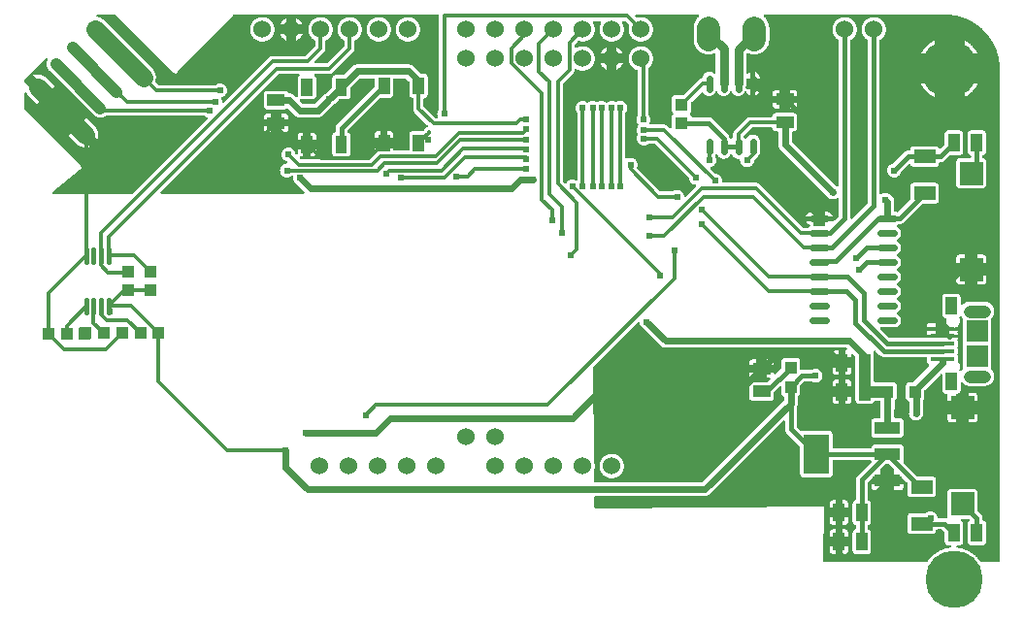
<source format=gtl>
G04 Layer: TopLayer*
G04 EasyEDA v6.3.53, 2020-06-27T20:36:22+08:00*
G04 98c1c5add3144ec4b26582b9c50f015c,0271aa7b776e406f8d319a2d24a91b4c,10*
G04 Gerber Generator version 0.2*
G04 Scale: 100 percent, Rotated: No, Reflected: No *
G04 Dimensions in millimeters *
G04 leading zeros omitted , absolute positions ,3 integer and 3 decimal *
%FSLAX33Y33*%
%MOMM*%
G90*
G71D02*

%ADD10C,0.299999*%
%ADD12C,0.599999*%
%ADD13C,0.399999*%
%ADD14C,0.999998*%
%ADD15C,0.799998*%
%ADD16C,1.599997*%
%ADD17C,0.609600*%
%ADD18R,0.999998X1.099998*%
%ADD19R,1.099998X0.999998*%
%ADD20R,1.999996X1.999996*%
%ADD21R,2.099996X0.399999*%
%ADD22R,0.999998X1.499997*%
%ADD23R,1.899996X1.899996*%
%ADD24R,0.990600X1.092200*%
%ADD25R,0.999998X1.550010*%
%ADD26R,1.550010X0.999998*%
%ADD27R,0.999998X0.999998*%
%ADD28R,2.199996X3.499993*%
%ADD29R,2.199996X1.099998*%
%ADD30R,1.899996X1.199998*%
%ADD31C,4.999990*%
%ADD32C,1.524000*%
%ADD33C,1.099998*%
%ADD34C,1.999996*%

%LPD*%
G36*
G01X8126Y53743D02*
G01X6634Y53743D01*
G01X6620Y53742D01*
G01X6606Y53739D01*
G01X6592Y53734D01*
G01X6579Y53727D01*
G01X6568Y53718D01*
G01X6557Y53708D01*
G01X6549Y53696D01*
G01X6542Y53684D01*
G01X6537Y53670D01*
G01X6534Y53656D01*
G01X6533Y53641D01*
G01X6534Y53627D01*
G01X6537Y53613D01*
G01X6542Y53599D01*
G01X6549Y53587D01*
G01X6557Y53575D01*
G01X6567Y53565D01*
G01X6579Y53556D01*
G01X6591Y53549D01*
G01X6605Y53544D01*
G01X6619Y53541D01*
G01X6668Y53532D01*
G01X6716Y53521D01*
G01X6764Y53508D01*
G01X6811Y53493D01*
G01X6858Y53476D01*
G01X6904Y53456D01*
G01X6949Y53435D01*
G01X6993Y53411D01*
G01X7035Y53386D01*
G01X7077Y53358D01*
G01X7117Y53329D01*
G01X7156Y53298D01*
G01X7193Y53265D01*
G01X7229Y53231D01*
G01X11401Y49059D01*
G01X11434Y49024D01*
G01X11466Y48988D01*
G01X11496Y48951D01*
G01X11525Y48912D01*
G01X11551Y48872D01*
G01X11576Y48831D01*
G01X11600Y48789D01*
G01X11621Y48746D01*
G01X11640Y48701D01*
G01X11658Y48657D01*
G01X11673Y48611D01*
G01X11687Y48565D01*
G01X11698Y48518D01*
G01X11707Y48471D01*
G01X11715Y48423D01*
G01X11720Y48376D01*
G01X11723Y48328D01*
G01X11724Y48280D01*
G01X11723Y48231D01*
G01X11720Y48183D01*
G01X11715Y48135D01*
G01X11707Y48087D01*
G01X11698Y48039D01*
G01X11686Y47992D01*
G01X11672Y47946D01*
G01X11669Y47931D01*
G01X11668Y47915D01*
G01X11669Y47899D01*
G01X11673Y47884D01*
G01X11679Y47869D01*
G01X11687Y47856D01*
G01X11697Y47843D01*
G01X11933Y47608D01*
G01X11945Y47597D01*
G01X11959Y47589D01*
G01X11974Y47583D01*
G01X11989Y47579D01*
G01X12005Y47578D01*
G01X16874Y47578D01*
G01X16891Y47579D01*
G01X16908Y47584D01*
G01X16923Y47591D01*
G01X16938Y47600D01*
G01X16967Y47622D01*
G01X16999Y47643D01*
G01X17031Y47661D01*
G01X17064Y47678D01*
G01X17098Y47692D01*
G01X17133Y47705D01*
G01X17169Y47715D01*
G01X17206Y47723D01*
G01X17242Y47728D01*
G01X17279Y47732D01*
G01X17317Y47733D01*
G01X17352Y47732D01*
G01X17387Y47729D01*
G01X17422Y47724D01*
G01X17457Y47716D01*
G01X17491Y47707D01*
G01X17524Y47696D01*
G01X17557Y47683D01*
G01X17589Y47668D01*
G01X17620Y47651D01*
G01X17650Y47633D01*
G01X17679Y47613D01*
G01X17707Y47591D01*
G01X17733Y47567D01*
G01X17758Y47542D01*
G01X17782Y47516D01*
G01X17804Y47488D01*
G01X17824Y47459D01*
G01X17842Y47429D01*
G01X17859Y47398D01*
G01X17874Y47366D01*
G01X17887Y47333D01*
G01X17898Y47300D01*
G01X17907Y47266D01*
G01X17915Y47231D01*
G01X17920Y47196D01*
G01X17923Y47161D01*
G01X17924Y47125D01*
G01X17923Y47090D01*
G01X17920Y47055D01*
G01X17915Y47020D01*
G01X17908Y46986D01*
G01X17898Y46952D01*
G01X17887Y46918D01*
G01X17874Y46886D01*
G01X17860Y46854D01*
G01X17843Y46823D01*
G01X17824Y46793D01*
G01X17804Y46764D01*
G01X17783Y46736D01*
G01X17759Y46710D01*
G01X17734Y46685D01*
G01X17708Y46661D01*
G01X17680Y46639D01*
G01X17652Y46619D01*
G01X17622Y46600D01*
G01X17591Y46584D01*
G01X17559Y46569D01*
G01X17526Y46556D01*
G01X17493Y46544D01*
G01X17479Y46539D01*
G01X17467Y46532D01*
G01X17455Y46523D01*
G01X17445Y46513D01*
G01X17437Y46502D01*
G01X17430Y46489D01*
G01X17425Y46476D01*
G01X17422Y46461D01*
G01X17421Y46447D01*
G01X17422Y46431D01*
G01X17426Y46416D01*
G01X17432Y46401D01*
G01X17447Y46368D01*
G01X17461Y46334D01*
G01X17473Y46299D01*
G01X17482Y46263D01*
G01X17489Y46227D01*
G01X17494Y46191D01*
G01X17497Y46154D01*
G01X17499Y46139D01*
G01X17503Y46124D01*
G01X17510Y46110D01*
G01X17518Y46097D01*
G01X17529Y46086D01*
G01X17541Y46076D01*
G01X17554Y46068D01*
G01X17568Y46062D01*
G01X17583Y46059D01*
G01X17599Y46058D01*
G01X17615Y46059D01*
G01X17630Y46063D01*
G01X17645Y46069D01*
G01X17658Y46077D01*
G01X17671Y46087D01*
G01X21569Y49985D01*
G01X21592Y50007D01*
G01X21617Y50028D01*
G01X21644Y50046D01*
G01X21672Y50063D01*
G01X21701Y50077D01*
G01X21730Y50089D01*
G01X21761Y50100D01*
G01X21792Y50108D01*
G01X21824Y50113D01*
G01X21856Y50117D01*
G01X21889Y50118D01*
G01X24707Y50118D01*
G01X24723Y50119D01*
G01X24738Y50123D01*
G01X24753Y50129D01*
G01X24767Y50137D01*
G01X24779Y50148D01*
G01X25597Y50966D01*
G01X25608Y50978D01*
G01X25616Y50992D01*
G01X25622Y51007D01*
G01X25626Y51022D01*
G01X25627Y51038D01*
G01X25627Y51433D01*
G01X25626Y51449D01*
G01X25622Y51464D01*
G01X25616Y51479D01*
G01X25608Y51492D01*
G01X25598Y51504D01*
G01X25587Y51514D01*
G01X25574Y51523D01*
G01X25532Y51546D01*
G01X25492Y51572D01*
G01X25453Y51599D01*
G01X25415Y51628D01*
G01X25378Y51659D01*
G01X25343Y51691D01*
G01X25309Y51725D01*
G01X25277Y51760D01*
G01X25247Y51797D01*
G01X25218Y51835D01*
G01X25191Y51874D01*
G01X25165Y51914D01*
G01X25142Y51956D01*
G01X25120Y51998D01*
G01X25100Y52042D01*
G01X25083Y52086D01*
G01X25067Y52131D01*
G01X25053Y52177D01*
G01X25042Y52223D01*
G01X25032Y52270D01*
G01X25025Y52317D01*
G01X25019Y52364D01*
G01X25016Y52412D01*
G01X25015Y52459D01*
G01X25016Y52507D01*
G01X25019Y52555D01*
G01X25025Y52602D01*
G01X25032Y52650D01*
G01X25042Y52696D01*
G01X25053Y52743D01*
G01X25067Y52788D01*
G01X25083Y52834D01*
G01X25101Y52878D01*
G01X25120Y52921D01*
G01X25142Y52964D01*
G01X25166Y53005D01*
G01X25191Y53046D01*
G01X25218Y53085D01*
G01X25247Y53123D01*
G01X25278Y53160D01*
G01X25310Y53195D01*
G01X25344Y53229D01*
G01X25379Y53261D01*
G01X25416Y53292D01*
G01X25454Y53321D01*
G01X25493Y53348D01*
G01X25534Y53373D01*
G01X25575Y53397D01*
G01X25618Y53419D01*
G01X25661Y53438D01*
G01X25705Y53456D01*
G01X25751Y53472D01*
G01X25796Y53486D01*
G01X25843Y53497D01*
G01X25889Y53507D01*
G01X25937Y53514D01*
G01X25984Y53520D01*
G01X26032Y53523D01*
G01X26080Y53524D01*
G01X26127Y53523D01*
G01X26175Y53520D01*
G01X26222Y53514D01*
G01X26270Y53507D01*
G01X26316Y53497D01*
G01X26363Y53486D01*
G01X26408Y53472D01*
G01X26454Y53456D01*
G01X26498Y53438D01*
G01X26541Y53419D01*
G01X26584Y53397D01*
G01X26626Y53373D01*
G01X26666Y53348D01*
G01X26705Y53321D01*
G01X26743Y53292D01*
G01X26780Y53261D01*
G01X26815Y53229D01*
G01X26849Y53195D01*
G01X26881Y53160D01*
G01X26912Y53123D01*
G01X26941Y53085D01*
G01X26968Y53046D01*
G01X26993Y53005D01*
G01X27017Y52964D01*
G01X27039Y52921D01*
G01X27058Y52878D01*
G01X27076Y52834D01*
G01X27092Y52788D01*
G01X27106Y52743D01*
G01X27117Y52696D01*
G01X27127Y52650D01*
G01X27134Y52602D01*
G01X27140Y52555D01*
G01X27143Y52507D01*
G01X27144Y52459D01*
G01X27143Y52412D01*
G01X27140Y52364D01*
G01X27134Y52317D01*
G01X27127Y52270D01*
G01X27117Y52223D01*
G01X27106Y52177D01*
G01X27092Y52131D01*
G01X27076Y52086D01*
G01X27059Y52042D01*
G01X27039Y51998D01*
G01X27017Y51956D01*
G01X26994Y51914D01*
G01X26968Y51874D01*
G01X26941Y51835D01*
G01X26912Y51797D01*
G01X26882Y51760D01*
G01X26850Y51725D01*
G01X26816Y51691D01*
G01X26781Y51659D01*
G01X26744Y51628D01*
G01X26706Y51599D01*
G01X26667Y51572D01*
G01X26627Y51546D01*
G01X26585Y51523D01*
G01X26572Y51514D01*
G01X26561Y51504D01*
G01X26551Y51492D01*
G01X26543Y51479D01*
G01X26537Y51464D01*
G01X26533Y51449D01*
G01X26532Y51433D01*
G01X26532Y50808D01*
G01X26531Y50776D01*
G01X26527Y50744D01*
G01X26522Y50712D01*
G01X26514Y50681D01*
G01X26503Y50650D01*
G01X26491Y50621D01*
G01X26477Y50592D01*
G01X26460Y50564D01*
G01X26442Y50537D01*
G01X26421Y50512D01*
G01X26399Y50489D01*
G01X25567Y49656D01*
G01X25557Y49644D01*
G01X25549Y49631D01*
G01X25543Y49616D01*
G01X25539Y49600D01*
G01X25538Y49585D01*
G01X25539Y49570D01*
G01X25542Y49556D01*
G01X25547Y49542D01*
G01X25554Y49530D01*
G01X25562Y49518D01*
G01X25573Y49508D01*
G01X25584Y49499D01*
G01X25597Y49492D01*
G01X25611Y49487D01*
G01X25625Y49484D01*
G01X25639Y49483D01*
G01X26612Y49483D01*
G01X26628Y49484D01*
G01X26643Y49488D01*
G01X26658Y49494D01*
G01X26672Y49502D01*
G01X26684Y49513D01*
G01X28137Y50966D01*
G01X28148Y50978D01*
G01X28156Y50992D01*
G01X28162Y51007D01*
G01X28166Y51022D01*
G01X28167Y51038D01*
G01X28167Y51433D01*
G01X28166Y51449D01*
G01X28162Y51464D01*
G01X28156Y51479D01*
G01X28148Y51492D01*
G01X28138Y51504D01*
G01X28127Y51514D01*
G01X28114Y51523D01*
G01X28072Y51546D01*
G01X28032Y51572D01*
G01X27993Y51599D01*
G01X27955Y51628D01*
G01X27918Y51659D01*
G01X27883Y51691D01*
G01X27849Y51725D01*
G01X27817Y51760D01*
G01X27787Y51797D01*
G01X27758Y51835D01*
G01X27731Y51874D01*
G01X27705Y51914D01*
G01X27682Y51956D01*
G01X27660Y51998D01*
G01X27640Y52042D01*
G01X27623Y52086D01*
G01X27607Y52131D01*
G01X27593Y52177D01*
G01X27582Y52223D01*
G01X27572Y52270D01*
G01X27565Y52317D01*
G01X27559Y52364D01*
G01X27556Y52412D01*
G01X27555Y52459D01*
G01X27556Y52507D01*
G01X27559Y52555D01*
G01X27565Y52602D01*
G01X27572Y52650D01*
G01X27582Y52696D01*
G01X27593Y52743D01*
G01X27607Y52788D01*
G01X27623Y52834D01*
G01X27641Y52878D01*
G01X27660Y52921D01*
G01X27682Y52964D01*
G01X27706Y53005D01*
G01X27731Y53046D01*
G01X27758Y53085D01*
G01X27787Y53123D01*
G01X27818Y53160D01*
G01X27850Y53195D01*
G01X27884Y53229D01*
G01X27919Y53261D01*
G01X27956Y53292D01*
G01X27994Y53321D01*
G01X28033Y53348D01*
G01X28074Y53373D01*
G01X28115Y53397D01*
G01X28158Y53419D01*
G01X28201Y53438D01*
G01X28245Y53456D01*
G01X28291Y53472D01*
G01X28336Y53486D01*
G01X28383Y53497D01*
G01X28429Y53507D01*
G01X28477Y53514D01*
G01X28524Y53520D01*
G01X28572Y53523D01*
G01X28620Y53524D01*
G01X28667Y53523D01*
G01X28715Y53520D01*
G01X28762Y53514D01*
G01X28810Y53507D01*
G01X28856Y53497D01*
G01X28903Y53486D01*
G01X28948Y53472D01*
G01X28994Y53456D01*
G01X29038Y53438D01*
G01X29081Y53419D01*
G01X29124Y53397D01*
G01X29166Y53373D01*
G01X29206Y53348D01*
G01X29245Y53321D01*
G01X29283Y53292D01*
G01X29320Y53261D01*
G01X29355Y53229D01*
G01X29389Y53195D01*
G01X29421Y53160D01*
G01X29452Y53123D01*
G01X29481Y53085D01*
G01X29508Y53046D01*
G01X29533Y53005D01*
G01X29557Y52964D01*
G01X29579Y52921D01*
G01X29598Y52878D01*
G01X29616Y52834D01*
G01X29632Y52788D01*
G01X29646Y52743D01*
G01X29657Y52696D01*
G01X29667Y52650D01*
G01X29674Y52602D01*
G01X29680Y52555D01*
G01X29683Y52507D01*
G01X29684Y52459D01*
G01X29683Y52412D01*
G01X29680Y52364D01*
G01X29674Y52317D01*
G01X29667Y52270D01*
G01X29657Y52223D01*
G01X29646Y52177D01*
G01X29632Y52131D01*
G01X29616Y52086D01*
G01X29599Y52042D01*
G01X29579Y51998D01*
G01X29557Y51956D01*
G01X29534Y51914D01*
G01X29508Y51874D01*
G01X29481Y51835D01*
G01X29452Y51797D01*
G01X29422Y51760D01*
G01X29390Y51725D01*
G01X29356Y51691D01*
G01X29321Y51659D01*
G01X29284Y51628D01*
G01X29246Y51599D01*
G01X29207Y51572D01*
G01X29167Y51546D01*
G01X29125Y51523D01*
G01X29112Y51514D01*
G01X29101Y51504D01*
G01X29091Y51492D01*
G01X29083Y51479D01*
G01X29077Y51464D01*
G01X29073Y51449D01*
G01X29072Y51433D01*
G01X29072Y50808D01*
G01X29071Y50776D01*
G01X29067Y50744D01*
G01X29062Y50712D01*
G01X29054Y50681D01*
G01X29043Y50650D01*
G01X29031Y50621D01*
G01X29017Y50592D01*
G01X29000Y50564D01*
G01X28982Y50537D01*
G01X28961Y50512D01*
G01X28939Y50489D01*
G01X27161Y48711D01*
G01X27138Y48689D01*
G01X27113Y48668D01*
G01X27086Y48650D01*
G01X27058Y48633D01*
G01X27029Y48619D01*
G01X27000Y48607D01*
G01X26969Y48596D01*
G01X26938Y48588D01*
G01X26906Y48583D01*
G01X26874Y48579D01*
G01X26842Y48578D01*
G01X25640Y48578D01*
G01X25625Y48577D01*
G01X25611Y48574D01*
G01X25597Y48569D01*
G01X25585Y48562D01*
G01X25573Y48553D01*
G01X25563Y48543D01*
G01X25554Y48531D01*
G01X25547Y48519D01*
G01X25542Y48505D01*
G01X25539Y48491D01*
G01X25538Y48476D01*
G01X25539Y48461D01*
G01X25543Y48446D01*
G01X25549Y48431D01*
G01X25557Y48418D01*
G01X25567Y48406D01*
G01X25578Y48395D01*
G01X25598Y48379D01*
G01X25616Y48361D01*
G01X25633Y48342D01*
G01X25648Y48322D01*
G01X25661Y48300D01*
G01X25672Y48277D01*
G01X25682Y48254D01*
G01X25689Y48229D01*
G01X25695Y48204D01*
G01X25698Y48179D01*
G01X25699Y48154D01*
G01X25699Y46653D01*
G01X25698Y46628D01*
G01X25695Y46603D01*
G01X25690Y46578D01*
G01X25682Y46554D01*
G01X25673Y46531D01*
G01X25662Y46509D01*
G01X25650Y46487D01*
G01X25635Y46467D01*
G01X25619Y46448D01*
G01X25601Y46430D01*
G01X25582Y46414D01*
G01X25562Y46399D01*
G01X25540Y46386D01*
G01X25518Y46376D01*
G01X25495Y46366D01*
G01X25471Y46359D01*
G01X25446Y46354D01*
G01X25421Y46351D01*
G01X25396Y46350D01*
G01X24398Y46350D01*
G01X24374Y46351D01*
G01X24366Y46351D01*
G01X24351Y46350D01*
G01X24337Y46347D01*
G01X24323Y46342D01*
G01X24311Y46335D01*
G01X24299Y46327D01*
G01X24289Y46316D01*
G01X24280Y46305D01*
G01X24273Y46292D01*
G01X24268Y46278D01*
G01X24265Y46264D01*
G01X24264Y46250D01*
G01X24265Y46234D01*
G01X24269Y46218D01*
G01X24275Y46204D01*
G01X24283Y46190D01*
G01X24294Y46178D01*
G01X24476Y45995D01*
G01X24488Y45985D01*
G01X24502Y45976D01*
G01X24517Y45970D01*
G01X24532Y45966D01*
G01X24548Y45965D01*
G01X25567Y45965D01*
G01X25583Y45966D01*
G01X25598Y45970D01*
G01X25613Y45976D01*
G01X25626Y45985D01*
G01X25639Y45995D01*
G01X26350Y46708D01*
G01X26358Y46717D01*
G01X26381Y46744D01*
G01X26405Y46770D01*
G01X26431Y46794D01*
G01X26458Y46817D01*
G01X26467Y46825D01*
G01X27066Y47424D01*
G01X27076Y47436D01*
G01X27084Y47450D01*
G01X27090Y47464D01*
G01X27094Y47480D01*
G01X27095Y47496D01*
G01X27095Y48154D01*
G01X27096Y48179D01*
G01X27099Y48203D01*
G01X27105Y48228D01*
G01X27112Y48252D01*
G01X27121Y48275D01*
G01X27132Y48298D01*
G01X27145Y48319D01*
G01X27159Y48339D01*
G01X27175Y48359D01*
G01X27193Y48376D01*
G01X27212Y48392D01*
G01X27232Y48407D01*
G01X27254Y48420D01*
G01X27276Y48431D01*
G01X27300Y48440D01*
G01X27324Y48447D01*
G01X27348Y48452D01*
G01X27373Y48455D01*
G01X27398Y48456D01*
G01X28056Y48456D01*
G01X28072Y48457D01*
G01X28088Y48461D01*
G01X28103Y48467D01*
G01X28116Y48476D01*
G01X28128Y48486D01*
G01X28862Y49218D01*
G01X28888Y49243D01*
G01X28916Y49266D01*
G01X28946Y49288D01*
G01X28976Y49308D01*
G01X29008Y49325D01*
G01X29041Y49341D01*
G01X29074Y49355D01*
G01X29108Y49367D01*
G01X29144Y49377D01*
G01X29179Y49384D01*
G01X29215Y49390D01*
G01X29251Y49393D01*
G01X29288Y49394D01*
G01X33781Y49394D01*
G01X33817Y49393D01*
G01X33853Y49390D01*
G01X33889Y49384D01*
G01X33925Y49377D01*
G01X33960Y49367D01*
G01X33994Y49355D01*
G01X34028Y49341D01*
G01X34061Y49325D01*
G01X34092Y49307D01*
G01X34123Y49288D01*
G01X34152Y49266D01*
G01X34180Y49243D01*
G01X34207Y49218D01*
G01X34812Y48613D01*
G01X34824Y48603D01*
G01X34837Y48594D01*
G01X34852Y48588D01*
G01X34868Y48584D01*
G01X34883Y48583D01*
G01X35127Y48583D01*
G01X35152Y48582D01*
G01X35177Y48579D01*
G01X35201Y48574D01*
G01X35225Y48567D01*
G01X35249Y48558D01*
G01X35271Y48547D01*
G01X35293Y48534D01*
G01X35313Y48519D01*
G01X35332Y48503D01*
G01X35350Y48486D01*
G01X35366Y48466D01*
G01X35380Y48446D01*
G01X35393Y48425D01*
G01X35404Y48402D01*
G01X35413Y48379D01*
G01X35420Y48355D01*
G01X35425Y48330D01*
G01X35429Y48306D01*
G01X35430Y48281D01*
G01X35430Y46780D01*
G01X35428Y46754D01*
G01X35425Y46729D01*
G01X35420Y46704D01*
G01X35412Y46679D01*
G01X35403Y46655D01*
G01X35391Y46633D01*
G01X35378Y46611D01*
G01X35363Y46590D01*
G01X35346Y46571D01*
G01X35328Y46553D01*
G01X35308Y46537D01*
G01X35287Y46523D01*
G01X35264Y46510D01*
G01X35241Y46499D01*
G01X35217Y46491D01*
G01X35192Y46484D01*
G01X35167Y46480D01*
G01X35153Y46477D01*
G01X35139Y46472D01*
G01X35126Y46465D01*
G01X35115Y46456D01*
G01X35104Y46446D01*
G01X35095Y46434D01*
G01X35088Y46421D01*
G01X35083Y46408D01*
G01X35080Y46394D01*
G01X35079Y46379D01*
G01X35079Y45765D01*
G01X35080Y45749D01*
G01X35084Y45733D01*
G01X35090Y45719D01*
G01X35098Y45705D01*
G01X35109Y45693D01*
G01X36098Y44702D01*
G01X36110Y44692D01*
G01X36123Y44683D01*
G01X36138Y44677D01*
G01X36154Y44674D01*
G01X36170Y44672D01*
G01X36242Y44672D01*
G01X36256Y44673D01*
G01X36270Y44676D01*
G01X36284Y44681D01*
G01X36297Y44688D01*
G01X36308Y44697D01*
G01X36319Y44707D01*
G01X36327Y44719D01*
G01X36334Y44732D01*
G01X36339Y44745D01*
G01X36342Y44759D01*
G01X36343Y44774D01*
G01X36342Y44790D01*
G01X36338Y44805D01*
G01X36332Y44820D01*
G01X36317Y44852D01*
G01X36304Y44885D01*
G01X36293Y44918D01*
G01X36284Y44953D01*
G01X36277Y44987D01*
G01X36271Y45023D01*
G01X36268Y45058D01*
G01X36267Y45093D01*
G01X36268Y45131D01*
G01X36272Y45168D01*
G01X36277Y45204D01*
G01X36285Y45241D01*
G01X36295Y45277D01*
G01X36308Y45312D01*
G01X36322Y45346D01*
G01X36339Y45379D01*
G01X36357Y45411D01*
G01X36378Y45443D01*
G01X36400Y45472D01*
G01X36409Y45487D01*
G01X36416Y45502D01*
G01X36421Y45519D01*
G01X36422Y45536D01*
G01X36422Y53641D01*
G01X36421Y53656D01*
G01X36418Y53670D01*
G01X36413Y53684D01*
G01X36406Y53696D01*
G01X36398Y53708D01*
G01X36387Y53718D01*
G01X36376Y53727D01*
G01X36363Y53734D01*
G01X36350Y53739D01*
G01X36335Y53742D01*
G01X36321Y53743D01*
G01X18561Y53743D01*
G01X18546Y53742D01*
G01X18532Y53739D01*
G01X18518Y53734D01*
G01X18505Y53726D01*
G01X18494Y53717D01*
G01X18483Y53707D01*
G01X18469Y53691D01*
G01X13694Y48916D01*
G01X13684Y48905D01*
G01X13676Y48892D01*
G01X13670Y48879D01*
G01X13666Y48865D01*
G01X13664Y48850D01*
G01X13662Y48826D01*
G01X13657Y48803D01*
G01X13650Y48780D01*
G01X13640Y48757D01*
G01X13629Y48736D01*
G01X13616Y48716D01*
G01X13601Y48697D01*
G01X13584Y48679D01*
G01X13566Y48664D01*
G01X13546Y48650D01*
G01X13525Y48638D01*
G01X13503Y48628D01*
G01X13480Y48620D01*
G01X13456Y48614D01*
G01X13432Y48611D01*
G01X13408Y48610D01*
G01X13383Y48611D01*
G01X13358Y48615D01*
G01X13334Y48621D01*
G01X13310Y48629D01*
G01X13287Y48640D01*
G01X13266Y48653D01*
G01X13245Y48668D01*
G01X13227Y48685D01*
G01X13163Y48748D01*
G01X8198Y53713D01*
G01X8186Y53724D01*
G01X8173Y53732D01*
G01X8158Y53738D01*
G01X8142Y53742D01*
G01X8126Y53743D01*
G37*

%LPC*%
G36*
G01X33747Y53523D02*
G01X33700Y53524D01*
G01X33652Y53523D01*
G01X33604Y53520D01*
G01X33557Y53514D01*
G01X33509Y53507D01*
G01X33463Y53497D01*
G01X33416Y53486D01*
G01X33371Y53472D01*
G01X33325Y53456D01*
G01X33281Y53438D01*
G01X33238Y53419D01*
G01X33195Y53397D01*
G01X33154Y53373D01*
G01X33113Y53348D01*
G01X33074Y53321D01*
G01X33036Y53292D01*
G01X32999Y53261D01*
G01X32964Y53229D01*
G01X32930Y53195D01*
G01X32898Y53160D01*
G01X32867Y53123D01*
G01X32838Y53085D01*
G01X32811Y53046D01*
G01X32786Y53005D01*
G01X32762Y52964D01*
G01X32740Y52921D01*
G01X32721Y52878D01*
G01X32703Y52834D01*
G01X32687Y52788D01*
G01X32673Y52743D01*
G01X32662Y52696D01*
G01X32652Y52650D01*
G01X32645Y52602D01*
G01X32639Y52555D01*
G01X32636Y52507D01*
G01X32635Y52459D01*
G01X32636Y52412D01*
G01X32639Y52364D01*
G01X32645Y52317D01*
G01X32652Y52269D01*
G01X32662Y52223D01*
G01X32673Y52176D01*
G01X32687Y52131D01*
G01X32703Y52085D01*
G01X32721Y52041D01*
G01X32740Y51998D01*
G01X32762Y51955D01*
G01X32786Y51913D01*
G01X32811Y51873D01*
G01X32838Y51834D01*
G01X32867Y51796D01*
G01X32898Y51759D01*
G01X32930Y51724D01*
G01X32964Y51690D01*
G01X32999Y51658D01*
G01X33036Y51627D01*
G01X33074Y51598D01*
G01X33113Y51571D01*
G01X33154Y51546D01*
G01X33195Y51522D01*
G01X33238Y51500D01*
G01X33281Y51481D01*
G01X33325Y51463D01*
G01X33371Y51447D01*
G01X33416Y51433D01*
G01X33463Y51422D01*
G01X33509Y51412D01*
G01X33557Y51405D01*
G01X33604Y51399D01*
G01X33652Y51396D01*
G01X33700Y51395D01*
G01X33747Y51396D01*
G01X33795Y51399D01*
G01X33842Y51405D01*
G01X33890Y51412D01*
G01X33936Y51422D01*
G01X33983Y51433D01*
G01X34028Y51447D01*
G01X34074Y51463D01*
G01X34118Y51481D01*
G01X34161Y51500D01*
G01X34204Y51522D01*
G01X34246Y51546D01*
G01X34286Y51571D01*
G01X34325Y51598D01*
G01X34363Y51627D01*
G01X34400Y51658D01*
G01X34435Y51690D01*
G01X34469Y51724D01*
G01X34501Y51759D01*
G01X34532Y51796D01*
G01X34561Y51834D01*
G01X34588Y51873D01*
G01X34613Y51913D01*
G01X34637Y51955D01*
G01X34659Y51998D01*
G01X34678Y52041D01*
G01X34696Y52085D01*
G01X34712Y52131D01*
G01X34726Y52176D01*
G01X34737Y52223D01*
G01X34747Y52269D01*
G01X34754Y52317D01*
G01X34760Y52364D01*
G01X34763Y52412D01*
G01X34764Y52459D01*
G01X34763Y52507D01*
G01X34760Y52555D01*
G01X34754Y52602D01*
G01X34747Y52650D01*
G01X34737Y52696D01*
G01X34726Y52743D01*
G01X34712Y52788D01*
G01X34696Y52834D01*
G01X34678Y52878D01*
G01X34659Y52921D01*
G01X34637Y52964D01*
G01X34613Y53005D01*
G01X34588Y53046D01*
G01X34561Y53085D01*
G01X34532Y53123D01*
G01X34501Y53160D01*
G01X34469Y53195D01*
G01X34435Y53229D01*
G01X34400Y53261D01*
G01X34363Y53292D01*
G01X34325Y53321D01*
G01X34286Y53348D01*
G01X34246Y53373D01*
G01X34204Y53397D01*
G01X34161Y53419D01*
G01X34118Y53438D01*
G01X34074Y53456D01*
G01X34028Y53472D01*
G01X33983Y53486D01*
G01X33936Y53497D01*
G01X33890Y53507D01*
G01X33842Y53514D01*
G01X33795Y53520D01*
G01X33747Y53523D01*
G37*
G36*
G01X31207Y53523D02*
G01X31160Y53524D01*
G01X31112Y53523D01*
G01X31064Y53520D01*
G01X31017Y53514D01*
G01X30969Y53507D01*
G01X30923Y53497D01*
G01X30876Y53486D01*
G01X30831Y53472D01*
G01X30785Y53456D01*
G01X30741Y53438D01*
G01X30698Y53419D01*
G01X30655Y53397D01*
G01X30614Y53373D01*
G01X30573Y53348D01*
G01X30534Y53321D01*
G01X30496Y53292D01*
G01X30459Y53261D01*
G01X30424Y53229D01*
G01X30390Y53195D01*
G01X30358Y53160D01*
G01X30327Y53123D01*
G01X30298Y53085D01*
G01X30271Y53046D01*
G01X30246Y53005D01*
G01X30222Y52964D01*
G01X30200Y52921D01*
G01X30181Y52878D01*
G01X30163Y52834D01*
G01X30147Y52788D01*
G01X30133Y52743D01*
G01X30122Y52696D01*
G01X30112Y52650D01*
G01X30105Y52602D01*
G01X30099Y52555D01*
G01X30096Y52507D01*
G01X30095Y52459D01*
G01X30096Y52412D01*
G01X30099Y52364D01*
G01X30105Y52317D01*
G01X30112Y52269D01*
G01X30122Y52223D01*
G01X30133Y52176D01*
G01X30147Y52131D01*
G01X30163Y52085D01*
G01X30181Y52041D01*
G01X30200Y51998D01*
G01X30222Y51955D01*
G01X30246Y51913D01*
G01X30271Y51873D01*
G01X30298Y51834D01*
G01X30327Y51796D01*
G01X30358Y51759D01*
G01X30390Y51724D01*
G01X30424Y51690D01*
G01X30459Y51658D01*
G01X30496Y51627D01*
G01X30534Y51598D01*
G01X30573Y51571D01*
G01X30614Y51546D01*
G01X30655Y51522D01*
G01X30698Y51500D01*
G01X30741Y51481D01*
G01X30785Y51463D01*
G01X30831Y51447D01*
G01X30876Y51433D01*
G01X30923Y51422D01*
G01X30969Y51412D01*
G01X31017Y51405D01*
G01X31064Y51399D01*
G01X31112Y51396D01*
G01X31160Y51395D01*
G01X31207Y51396D01*
G01X31255Y51399D01*
G01X31302Y51405D01*
G01X31350Y51412D01*
G01X31396Y51422D01*
G01X31443Y51433D01*
G01X31488Y51447D01*
G01X31534Y51463D01*
G01X31578Y51481D01*
G01X31621Y51500D01*
G01X31664Y51522D01*
G01X31706Y51546D01*
G01X31746Y51571D01*
G01X31785Y51598D01*
G01X31823Y51627D01*
G01X31860Y51658D01*
G01X31895Y51690D01*
G01X31929Y51724D01*
G01X31961Y51759D01*
G01X31992Y51796D01*
G01X32021Y51834D01*
G01X32048Y51873D01*
G01X32073Y51913D01*
G01X32097Y51955D01*
G01X32119Y51998D01*
G01X32138Y52041D01*
G01X32156Y52085D01*
G01X32172Y52131D01*
G01X32186Y52176D01*
G01X32197Y52223D01*
G01X32207Y52269D01*
G01X32214Y52317D01*
G01X32220Y52364D01*
G01X32223Y52412D01*
G01X32224Y52459D01*
G01X32223Y52507D01*
G01X32220Y52555D01*
G01X32214Y52602D01*
G01X32207Y52650D01*
G01X32197Y52696D01*
G01X32186Y52743D01*
G01X32172Y52788D01*
G01X32156Y52834D01*
G01X32138Y52878D01*
G01X32119Y52921D01*
G01X32097Y52964D01*
G01X32073Y53005D01*
G01X32048Y53046D01*
G01X32021Y53085D01*
G01X31992Y53123D01*
G01X31961Y53160D01*
G01X31929Y53195D01*
G01X31895Y53229D01*
G01X31860Y53261D01*
G01X31823Y53292D01*
G01X31785Y53321D01*
G01X31746Y53348D01*
G01X31706Y53373D01*
G01X31664Y53397D01*
G01X31621Y53419D01*
G01X31578Y53438D01*
G01X31534Y53456D01*
G01X31488Y53472D01*
G01X31443Y53486D01*
G01X31396Y53497D01*
G01X31350Y53507D01*
G01X31302Y53514D01*
G01X31255Y53520D01*
G01X31207Y53523D01*
G37*
G36*
G01X21047Y53523D02*
G01X21000Y53524D01*
G01X20952Y53523D01*
G01X20904Y53520D01*
G01X20857Y53514D01*
G01X20809Y53507D01*
G01X20763Y53497D01*
G01X20716Y53486D01*
G01X20671Y53472D01*
G01X20625Y53456D01*
G01X20581Y53438D01*
G01X20538Y53419D01*
G01X20495Y53397D01*
G01X20454Y53373D01*
G01X20413Y53348D01*
G01X20374Y53321D01*
G01X20336Y53292D01*
G01X20299Y53261D01*
G01X20264Y53229D01*
G01X20230Y53195D01*
G01X20198Y53160D01*
G01X20167Y53123D01*
G01X20138Y53085D01*
G01X20111Y53046D01*
G01X20086Y53005D01*
G01X20062Y52964D01*
G01X20040Y52921D01*
G01X20021Y52878D01*
G01X20003Y52834D01*
G01X19987Y52788D01*
G01X19973Y52743D01*
G01X19962Y52696D01*
G01X19952Y52650D01*
G01X19945Y52602D01*
G01X19939Y52555D01*
G01X19936Y52507D01*
G01X19935Y52459D01*
G01X19936Y52412D01*
G01X19939Y52364D01*
G01X19945Y52317D01*
G01X19952Y52269D01*
G01X19962Y52223D01*
G01X19973Y52176D01*
G01X19987Y52131D01*
G01X20003Y52085D01*
G01X20021Y52041D01*
G01X20040Y51998D01*
G01X20062Y51955D01*
G01X20086Y51913D01*
G01X20111Y51873D01*
G01X20138Y51834D01*
G01X20167Y51796D01*
G01X20198Y51759D01*
G01X20230Y51724D01*
G01X20264Y51690D01*
G01X20299Y51658D01*
G01X20336Y51627D01*
G01X20374Y51598D01*
G01X20413Y51571D01*
G01X20454Y51546D01*
G01X20495Y51522D01*
G01X20538Y51500D01*
G01X20581Y51481D01*
G01X20625Y51463D01*
G01X20671Y51447D01*
G01X20716Y51433D01*
G01X20763Y51422D01*
G01X20809Y51412D01*
G01X20857Y51405D01*
G01X20904Y51399D01*
G01X20952Y51396D01*
G01X21000Y51395D01*
G01X21047Y51396D01*
G01X21095Y51399D01*
G01X21142Y51405D01*
G01X21190Y51412D01*
G01X21236Y51422D01*
G01X21283Y51433D01*
G01X21328Y51447D01*
G01X21374Y51463D01*
G01X21418Y51481D01*
G01X21461Y51500D01*
G01X21504Y51522D01*
G01X21546Y51546D01*
G01X21586Y51571D01*
G01X21625Y51598D01*
G01X21663Y51627D01*
G01X21700Y51658D01*
G01X21735Y51690D01*
G01X21769Y51724D01*
G01X21801Y51759D01*
G01X21832Y51796D01*
G01X21861Y51834D01*
G01X21888Y51873D01*
G01X21913Y51913D01*
G01X21937Y51955D01*
G01X21959Y51998D01*
G01X21978Y52041D01*
G01X21996Y52085D01*
G01X22012Y52131D01*
G01X22026Y52176D01*
G01X22037Y52223D01*
G01X22047Y52269D01*
G01X22054Y52317D01*
G01X22060Y52364D01*
G01X22063Y52412D01*
G01X22064Y52459D01*
G01X22063Y52507D01*
G01X22060Y52555D01*
G01X22054Y52602D01*
G01X22047Y52650D01*
G01X22037Y52696D01*
G01X22026Y52743D01*
G01X22012Y52788D01*
G01X21996Y52834D01*
G01X21978Y52878D01*
G01X21959Y52921D01*
G01X21937Y52964D01*
G01X21913Y53005D01*
G01X21888Y53046D01*
G01X21861Y53085D01*
G01X21832Y53123D01*
G01X21801Y53160D01*
G01X21769Y53195D01*
G01X21735Y53229D01*
G01X21700Y53261D01*
G01X21663Y53292D01*
G01X21625Y53321D01*
G01X21586Y53348D01*
G01X21546Y53373D01*
G01X21504Y53397D01*
G01X21461Y53419D01*
G01X21418Y53438D01*
G01X21374Y53456D01*
G01X21328Y53472D01*
G01X21283Y53486D01*
G01X21236Y53497D01*
G01X21190Y53507D01*
G01X21142Y53514D01*
G01X21095Y53520D01*
G01X21047Y53523D01*
G37*
G36*
G01X24507Y52015D02*
G01X23984Y52015D01*
G01X23984Y51492D01*
G01X24026Y51513D01*
G01X24068Y51535D01*
G01X24108Y51560D01*
G01X24148Y51586D01*
G01X24186Y51614D01*
G01X24223Y51643D01*
G01X24258Y51674D01*
G01X24292Y51707D01*
G01X24325Y51741D01*
G01X24356Y51776D01*
G01X24385Y51813D01*
G01X24413Y51851D01*
G01X24439Y51891D01*
G01X24464Y51931D01*
G01X24486Y51973D01*
G01X24507Y52015D01*
G37*
G36*
G01X24026Y53406D02*
G01X23984Y53427D01*
G01X23984Y52904D01*
G01X24507Y52904D01*
G01X24486Y52946D01*
G01X24464Y52988D01*
G01X24439Y53028D01*
G01X24413Y53068D01*
G01X24385Y53106D01*
G01X24356Y53143D01*
G01X24325Y53178D01*
G01X24292Y53212D01*
G01X24258Y53245D01*
G01X24223Y53276D01*
G01X24186Y53305D01*
G01X24148Y53333D01*
G01X24108Y53359D01*
G01X24068Y53384D01*
G01X24026Y53406D01*
G37*
G36*
G01X23095Y52015D02*
G01X22572Y52015D01*
G01X22593Y51973D01*
G01X22615Y51931D01*
G01X22640Y51891D01*
G01X22666Y51851D01*
G01X22694Y51813D01*
G01X22723Y51776D01*
G01X22754Y51741D01*
G01X22787Y51707D01*
G01X22821Y51674D01*
G01X22856Y51643D01*
G01X22893Y51614D01*
G01X22931Y51586D01*
G01X22971Y51560D01*
G01X23011Y51535D01*
G01X23053Y51513D01*
G01X23095Y51492D01*
G01X23095Y52015D01*
G37*
G36*
G01X23095Y52904D02*
G01X23095Y53427D01*
G01X23053Y53406D01*
G01X23011Y53384D01*
G01X22971Y53359D01*
G01X22931Y53333D01*
G01X22893Y53305D01*
G01X22856Y53276D01*
G01X22821Y53245D01*
G01X22787Y53212D01*
G01X22754Y53178D01*
G01X22723Y53143D01*
G01X22694Y53106D01*
G01X22666Y53068D01*
G01X22640Y53028D01*
G01X22615Y52988D01*
G01X22593Y52946D01*
G01X22572Y52904D01*
G01X23095Y52904D01*
G37*

%LPD*%
G36*
G01X24155Y48578D02*
G01X22499Y48578D01*
G01X22483Y48577D01*
G01X22468Y48573D01*
G01X22453Y48567D01*
G01X22439Y48559D01*
G01X22427Y48548D01*
G01X12161Y38282D01*
G01X12151Y38270D01*
G01X12142Y38256D01*
G01X12136Y38241D01*
G01X12132Y38226D01*
G01X12131Y38210D01*
G01X12132Y38196D01*
G01X12135Y38181D01*
G01X12140Y38168D01*
G01X12147Y38155D01*
G01X12156Y38144D01*
G01X12166Y38133D01*
G01X12178Y38125D01*
G01X12191Y38118D01*
G01X12204Y38113D01*
G01X12218Y38110D01*
G01X12233Y38108D01*
G01X24601Y38108D01*
G01X24616Y38110D01*
G01X24630Y38113D01*
G01X24643Y38118D01*
G01X24656Y38125D01*
G01X24668Y38133D01*
G01X24678Y38144D01*
G01X24687Y38155D01*
G01X24694Y38168D01*
G01X24699Y38181D01*
G01X24702Y38196D01*
G01X24703Y38210D01*
G01X24701Y38226D01*
G01X24698Y38241D01*
G01X24692Y38256D01*
G01X24683Y38270D01*
G01X24673Y38282D01*
G01X23934Y39021D01*
G01X23925Y39029D01*
G01X23897Y39053D01*
G01X23870Y39078D01*
G01X23846Y39104D01*
G01X23822Y39132D01*
G01X23801Y39162D01*
G01X23781Y39193D01*
G01X23763Y39225D01*
G01X23747Y39257D01*
G01X23733Y39291D01*
G01X23721Y39326D01*
G01X23712Y39361D01*
G01X23704Y39397D01*
G01X23699Y39433D01*
G01X23695Y39469D01*
G01X23694Y39505D01*
G01X23698Y39572D01*
G01X23698Y39583D01*
G01X23697Y39598D01*
G01X23694Y39612D01*
G01X23689Y39626D01*
G01X23682Y39638D01*
G01X23674Y39650D01*
G01X23663Y39660D01*
G01X23652Y39669D01*
G01X23639Y39676D01*
G01X23626Y39681D01*
G01X23611Y39684D01*
G01X23597Y39685D01*
G01X23580Y39684D01*
G01X23564Y39679D01*
G01X23548Y39673D01*
G01X23534Y39663D01*
G01X23504Y39641D01*
G01X23474Y39621D01*
G01X23442Y39603D01*
G01X23408Y39587D01*
G01X23375Y39573D01*
G01X23340Y39561D01*
G01X23304Y39551D01*
G01X23268Y39543D01*
G01X23232Y39538D01*
G01X23195Y39534D01*
G01X23159Y39533D01*
G01X23123Y39534D01*
G01X23088Y39537D01*
G01X23053Y39542D01*
G01X23018Y39550D01*
G01X22984Y39559D01*
G01X22951Y39570D01*
G01X22918Y39583D01*
G01X22886Y39598D01*
G01X22855Y39615D01*
G01X22825Y39633D01*
G01X22796Y39653D01*
G01X22768Y39675D01*
G01X22742Y39699D01*
G01X22717Y39724D01*
G01X22693Y39750D01*
G01X22671Y39778D01*
G01X22651Y39807D01*
G01X22633Y39837D01*
G01X22616Y39868D01*
G01X22601Y39900D01*
G01X22588Y39933D01*
G01X22577Y39966D01*
G01X22568Y40000D01*
G01X22560Y40035D01*
G01X22555Y40070D01*
G01X22552Y40105D01*
G01X22551Y40140D01*
G01X22552Y40176D01*
G01X22555Y40211D01*
G01X22560Y40246D01*
G01X22568Y40281D01*
G01X22577Y40315D01*
G01X22588Y40349D01*
G01X22601Y40381D01*
G01X22616Y40414D01*
G01X22633Y40445D01*
G01X22651Y40475D01*
G01X22672Y40504D01*
G01X22694Y40531D01*
G01X22717Y40558D01*
G01X22742Y40583D01*
G01X22769Y40606D01*
G01X22797Y40628D01*
G01X22826Y40649D01*
G01X22856Y40667D01*
G01X22887Y40684D01*
G01X22919Y40699D01*
G01X22952Y40712D01*
G01X22986Y40723D01*
G01X23020Y40732D01*
G01X23055Y40739D01*
G01X23090Y40744D01*
G01X23125Y40747D01*
G01X23140Y40749D01*
G01X23155Y40753D01*
G01X23169Y40760D01*
G01X23182Y40768D01*
G01X23193Y40778D01*
G01X23203Y40790D01*
G01X23211Y40804D01*
G01X23216Y40818D01*
G01X23220Y40833D01*
G01X23221Y40848D01*
G01X23220Y40863D01*
G01X23217Y40878D01*
G01X23211Y40892D01*
G01X23204Y40905D01*
G01X23194Y40917D01*
G01X23183Y40927D01*
G01X23171Y40936D01*
G01X23157Y40942D01*
G01X23143Y40947D01*
G01X23109Y40956D01*
G01X23076Y40968D01*
G01X23043Y40981D01*
G01X23011Y40996D01*
G01X22980Y41012D01*
G01X22950Y41031D01*
G01X22922Y41051D01*
G01X22894Y41073D01*
G01X22868Y41097D01*
G01X22843Y41122D01*
G01X22819Y41148D01*
G01X22798Y41176D01*
G01X22778Y41205D01*
G01X22759Y41235D01*
G01X22742Y41266D01*
G01X22728Y41298D01*
G01X22715Y41330D01*
G01X22704Y41364D01*
G01X22694Y41398D01*
G01X22687Y41432D01*
G01X22682Y41467D01*
G01X22679Y41502D01*
G01X22678Y41537D01*
G01X22679Y41573D01*
G01X22682Y41608D01*
G01X22687Y41643D01*
G01X22695Y41678D01*
G01X22704Y41712D01*
G01X22715Y41745D01*
G01X22728Y41778D01*
G01X22743Y41810D01*
G01X22760Y41841D01*
G01X22778Y41871D01*
G01X22798Y41900D01*
G01X22820Y41928D01*
G01X22844Y41954D01*
G01X22869Y41979D01*
G01X22895Y42003D01*
G01X22923Y42025D01*
G01X22952Y42045D01*
G01X22982Y42063D01*
G01X23013Y42080D01*
G01X23045Y42095D01*
G01X23078Y42108D01*
G01X23111Y42119D01*
G01X23145Y42128D01*
G01X23180Y42136D01*
G01X23215Y42141D01*
G01X23250Y42144D01*
G01X23286Y42145D01*
G01X23321Y42144D01*
G01X23356Y42141D01*
G01X23391Y42136D01*
G01X23426Y42128D01*
G01X23460Y42119D01*
G01X23494Y42108D01*
G01X23527Y42095D01*
G01X23559Y42080D01*
G01X23590Y42063D01*
G01X23620Y42044D01*
G01X23649Y42024D01*
G01X23677Y42002D01*
G01X23703Y41978D01*
G01X23728Y41953D01*
G01X23752Y41927D01*
G01X23774Y41899D01*
G01X23794Y41870D01*
G01X23812Y41839D01*
G01X23829Y41808D01*
G01X23844Y41776D01*
G01X23857Y41743D01*
G01X23868Y41709D01*
G01X23877Y41675D01*
G01X23884Y41640D01*
G01X23889Y41605D01*
G01X23892Y41589D01*
G01X23898Y41573D01*
G01X23907Y41558D01*
G01X23918Y41545D01*
G01X23924Y41538D01*
G01X23937Y41528D01*
G01X23950Y41520D01*
G01X23965Y41514D01*
G01X23980Y41510D01*
G01X23996Y41509D01*
G01X24011Y41510D01*
G01X24025Y41513D01*
G01X24039Y41518D01*
G01X24051Y41525D01*
G01X24063Y41534D01*
G01X24073Y41544D01*
G01X24082Y41555D01*
G01X24089Y41568D01*
G01X24094Y41582D01*
G01X24097Y41596D01*
G01X24098Y41610D01*
G01X24097Y41621D01*
G01X24096Y41654D01*
G01X24096Y41965D01*
G01X24584Y41965D01*
G01X24584Y41351D01*
G01X24398Y41351D01*
G01X24365Y41353D01*
G01X24355Y41354D01*
G01X24340Y41353D01*
G01X24326Y41350D01*
G01X24312Y41345D01*
G01X24300Y41338D01*
G01X24288Y41329D01*
G01X24278Y41319D01*
G01X24269Y41307D01*
G01X24262Y41294D01*
G01X24257Y41281D01*
G01X24254Y41267D01*
G01X24253Y41252D01*
G01X24254Y41236D01*
G01X24258Y41221D01*
G01X24264Y41206D01*
G01X24272Y41192D01*
G01X24283Y41180D01*
G01X24332Y41131D01*
G01X24344Y41120D01*
G01X24358Y41112D01*
G01X24373Y41106D01*
G01X24388Y41102D01*
G01X24404Y41101D01*
G01X30295Y41101D01*
G01X30311Y41102D01*
G01X30326Y41106D01*
G01X30341Y41112D01*
G01X30355Y41120D01*
G01X30367Y41131D01*
G01X30817Y41581D01*
G01X30828Y41594D01*
G01X30836Y41607D01*
G01X30842Y41622D01*
G01X30846Y41637D01*
G01X30847Y41653D01*
G01X30846Y41669D01*
G01X30842Y41685D01*
G01X30833Y41717D01*
G01X30828Y41749D01*
G01X30827Y41781D01*
G01X30827Y42092D01*
G01X31315Y42092D01*
G01X31315Y41965D01*
G01X31316Y41950D01*
G01X31319Y41936D01*
G01X31324Y41922D01*
G01X31331Y41910D01*
G01X31340Y41898D01*
G01X31350Y41888D01*
G01X31362Y41879D01*
G01X31375Y41872D01*
G01X31388Y41867D01*
G01X31402Y41864D01*
G01X31417Y41863D01*
G01X31840Y41863D01*
G01X31854Y41864D01*
G01X31868Y41867D01*
G01X31882Y41872D01*
G01X31895Y41879D01*
G01X31906Y41888D01*
G01X31916Y41898D01*
G01X31925Y41910D01*
G01X31932Y41922D01*
G01X31937Y41936D01*
G01X31940Y41950D01*
G01X31941Y41965D01*
G01X31941Y42092D01*
G01X32430Y42092D01*
G01X32430Y41965D01*
G01X32431Y41950D01*
G01X32434Y41936D01*
G01X32439Y41922D01*
G01X32446Y41910D01*
G01X32455Y41898D01*
G01X32465Y41888D01*
G01X32476Y41879D01*
G01X32489Y41872D01*
G01X32503Y41867D01*
G01X32517Y41864D01*
G01X32531Y41863D01*
G01X33725Y41863D01*
G01X33739Y41864D01*
G01X33753Y41867D01*
G01X33767Y41872D01*
G01X33780Y41879D01*
G01X33791Y41888D01*
G01X33802Y41898D01*
G01X33810Y41910D01*
G01X33817Y41922D01*
G01X33822Y41936D01*
G01X33825Y41950D01*
G01X33826Y41965D01*
G01X33826Y43279D01*
G01X33827Y43304D01*
G01X33830Y43329D01*
G01X33836Y43354D01*
G01X33843Y43378D01*
G01X33852Y43401D01*
G01X33863Y43423D01*
G01X33876Y43445D01*
G01X33890Y43465D01*
G01X33906Y43484D01*
G01X33924Y43502D01*
G01X33943Y43518D01*
G01X33963Y43533D01*
G01X33985Y43545D01*
G01X34007Y43556D01*
G01X34031Y43566D01*
G01X34055Y43573D01*
G01X34079Y43578D01*
G01X34104Y43581D01*
G01X34129Y43582D01*
G01X34998Y43582D01*
G01X35014Y43583D01*
G01X35029Y43587D01*
G01X35044Y43593D01*
G01X35058Y43601D01*
G01X35070Y43612D01*
G01X35098Y43640D01*
G01X35111Y43656D01*
G01X35121Y43674D01*
G01X35134Y43703D01*
G01X35149Y43731D01*
G01X35165Y43758D01*
G01X35184Y43784D01*
G01X35204Y43808D01*
G01X35226Y43831D01*
G01X35249Y43852D01*
G01X35274Y43871D01*
G01X35300Y43889D01*
G01X35327Y43905D01*
G01X35356Y43919D01*
G01X35385Y43931D01*
G01X35399Y43937D01*
G01X35412Y43946D01*
G01X35424Y43956D01*
G01X35433Y43968D01*
G01X35441Y43981D01*
G01X35447Y43996D01*
G01X35451Y44011D01*
G01X35452Y44026D01*
G01X35450Y44042D01*
G01X35447Y44058D01*
G01X35441Y44072D01*
G01X35432Y44086D01*
G01X35422Y44098D01*
G01X34306Y45216D01*
G01X34284Y45239D01*
G01X34264Y45265D01*
G01X34246Y45291D01*
G01X34229Y45319D01*
G01X34215Y45348D01*
G01X34203Y45377D01*
G01X34192Y45408D01*
G01X34184Y45439D01*
G01X34179Y45471D01*
G01X34175Y45503D01*
G01X34174Y45535D01*
G01X34174Y46379D01*
G01X34173Y46394D01*
G01X34170Y46408D01*
G01X34165Y46422D01*
G01X34158Y46434D01*
G01X34149Y46446D01*
G01X34139Y46456D01*
G01X34127Y46465D01*
G01X34114Y46472D01*
G01X34101Y46477D01*
G01X34087Y46480D01*
G01X34062Y46485D01*
G01X34037Y46491D01*
G01X34013Y46500D01*
G01X33990Y46511D01*
G01X33968Y46523D01*
G01X33947Y46538D01*
G01X33927Y46554D01*
G01X33909Y46572D01*
G01X33892Y46591D01*
G01X33877Y46611D01*
G01X33864Y46633D01*
G01X33853Y46656D01*
G01X33843Y46680D01*
G01X33836Y46704D01*
G01X33831Y46729D01*
G01X33827Y46754D01*
G01X33826Y46780D01*
G01X33826Y47852D01*
G01X33825Y47868D01*
G01X33821Y47883D01*
G01X33815Y47898D01*
G01X33807Y47912D01*
G01X33797Y47924D01*
G01X33561Y48159D01*
G01X33549Y48170D01*
G01X33535Y48178D01*
G01X33521Y48184D01*
G01X33505Y48188D01*
G01X33489Y48189D01*
G01X32531Y48189D01*
G01X32517Y48188D01*
G01X32503Y48185D01*
G01X32489Y48180D01*
G01X32476Y48173D01*
G01X32465Y48164D01*
G01X32455Y48154D01*
G01X32446Y48143D01*
G01X32439Y48130D01*
G01X32434Y48116D01*
G01X32431Y48102D01*
G01X32430Y48088D01*
G01X32430Y46780D01*
G01X32429Y46755D01*
G01X32426Y46730D01*
G01X32421Y46705D01*
G01X32413Y46681D01*
G01X32404Y46658D01*
G01X32393Y46636D01*
G01X32381Y46614D01*
G01X32366Y46594D01*
G01X32350Y46575D01*
G01X32332Y46557D01*
G01X32313Y46541D01*
G01X32293Y46526D01*
G01X32271Y46513D01*
G01X32249Y46503D01*
G01X32226Y46493D01*
G01X32202Y46486D01*
G01X32177Y46481D01*
G01X32152Y46478D01*
G01X32127Y46477D01*
G01X31329Y46477D01*
G01X31313Y46476D01*
G01X31298Y46472D01*
G01X31283Y46466D01*
G01X31270Y46458D01*
G01X31258Y46447D01*
G01X28428Y43620D01*
G01X28418Y43607D01*
G01X28409Y43594D01*
G01X28403Y43579D01*
G01X28399Y43564D01*
G01X28398Y43548D01*
G01X28398Y43543D01*
G01X28399Y43528D01*
G01X28402Y43514D01*
G01X28408Y43500D01*
G01X28415Y43487D01*
G01X28424Y43475D01*
G01X28435Y43465D01*
G01X28447Y43456D01*
G01X28460Y43450D01*
G01X28474Y43445D01*
G01X28497Y43437D01*
G01X28520Y43428D01*
G01X28542Y43417D01*
G01X28564Y43404D01*
G01X28584Y43390D01*
G01X28603Y43374D01*
G01X28620Y43356D01*
G01X28636Y43337D01*
G01X28650Y43317D01*
G01X28663Y43295D01*
G01X28674Y43273D01*
G01X28682Y43250D01*
G01X28689Y43226D01*
G01X28695Y43202D01*
G01X28698Y43177D01*
G01X28699Y43152D01*
G01X28699Y41654D01*
G01X28698Y41629D01*
G01X28694Y41604D01*
G01X28689Y41580D01*
G01X28682Y41556D01*
G01X28673Y41532D01*
G01X28662Y41510D01*
G01X28649Y41488D01*
G01X28635Y41468D01*
G01X28619Y41449D01*
G01X28601Y41431D01*
G01X28582Y41415D01*
G01X28562Y41401D01*
G01X28540Y41388D01*
G01X28518Y41377D01*
G01X28494Y41368D01*
G01X28470Y41361D01*
G01X28446Y41355D01*
G01X28421Y41352D01*
G01X28396Y41351D01*
G01X27398Y41351D01*
G01X27373Y41352D01*
G01X27348Y41355D01*
G01X27324Y41361D01*
G01X27300Y41368D01*
G01X27276Y41377D01*
G01X27254Y41388D01*
G01X27232Y41401D01*
G01X27212Y41415D01*
G01X27193Y41431D01*
G01X27175Y41449D01*
G01X27159Y41468D01*
G01X27145Y41488D01*
G01X27132Y41510D01*
G01X27121Y41532D01*
G01X27112Y41556D01*
G01X27105Y41580D01*
G01X27099Y41604D01*
G01X27096Y41629D01*
G01X27095Y41654D01*
G01X27095Y43152D01*
G01X27096Y43179D01*
G01X27100Y43205D01*
G01X27106Y43230D01*
G01X27113Y43256D01*
G01X27123Y43280D01*
G01X27136Y43303D01*
G01X27150Y43325D01*
G01X27166Y43346D01*
G01X27183Y43366D01*
G01X27203Y43384D01*
G01X27224Y43400D01*
G01X27246Y43414D01*
G01X27269Y43426D01*
G01X27293Y43436D01*
G01X27318Y43444D01*
G01X27332Y43449D01*
G01X27345Y43456D01*
G01X27357Y43465D01*
G01X27368Y43475D01*
G01X27384Y43499D01*
G01X27389Y43513D01*
G01X27392Y43528D01*
G01X27393Y43542D01*
G01X27393Y43798D01*
G01X27394Y43831D01*
G01X27397Y43864D01*
G01X27403Y43896D01*
G01X27410Y43928D01*
G01X27420Y43960D01*
G01X27431Y43990D01*
G01X27445Y44020D01*
G01X27460Y44049D01*
G01X27478Y44077D01*
G01X27497Y44104D01*
G01X27518Y44130D01*
G01X27540Y44154D01*
G01X30797Y47408D01*
G01X30807Y47420D01*
G01X30816Y47433D01*
G01X30822Y47448D01*
G01X30825Y47464D01*
G01X30827Y47480D01*
G01X30827Y48088D01*
G01X30826Y48102D01*
G01X30822Y48116D01*
G01X30817Y48130D01*
G01X30810Y48143D01*
G01X30802Y48154D01*
G01X30792Y48164D01*
G01X30780Y48173D01*
G01X30767Y48180D01*
G01X30754Y48185D01*
G01X30739Y48188D01*
G01X30725Y48189D01*
G01X29579Y48189D01*
G01X29563Y48188D01*
G01X29547Y48184D01*
G01X29533Y48178D01*
G01X29519Y48170D01*
G01X29507Y48160D01*
G01X28728Y47382D01*
G01X28718Y47370D01*
G01X28710Y47357D01*
G01X28704Y47342D01*
G01X28700Y47326D01*
G01X28699Y47310D01*
G01X28699Y46653D01*
G01X28698Y46628D01*
G01X28694Y46603D01*
G01X28689Y46578D01*
G01X28682Y46554D01*
G01X28673Y46531D01*
G01X28662Y46509D01*
G01X28649Y46487D01*
G01X28635Y46467D01*
G01X28619Y46448D01*
G01X28601Y46430D01*
G01X28582Y46414D01*
G01X28562Y46399D01*
G01X28540Y46386D01*
G01X28518Y46376D01*
G01X28494Y46366D01*
G01X28470Y46359D01*
G01X28446Y46354D01*
G01X28421Y46351D01*
G01X28396Y46350D01*
G01X27738Y46350D01*
G01X27722Y46349D01*
G01X27707Y46345D01*
G01X27692Y46339D01*
G01X27679Y46331D01*
G01X27666Y46320D01*
G01X27319Y45973D01*
G01X27311Y45964D01*
G01X27289Y45937D01*
G01X27265Y45911D01*
G01X27239Y45887D01*
G01X27212Y45864D01*
G01X27203Y45857D01*
G01X26285Y44937D01*
G01X26258Y44912D01*
G01X26230Y44889D01*
G01X26201Y44867D01*
G01X26170Y44847D01*
G01X26139Y44829D01*
G01X26106Y44813D01*
G01X26072Y44799D01*
G01X26038Y44788D01*
G01X26003Y44778D01*
G01X25967Y44770D01*
G01X25931Y44765D01*
G01X25895Y44761D01*
G01X25859Y44760D01*
G01X24256Y44760D01*
G01X24219Y44761D01*
G01X24183Y44765D01*
G01X24147Y44770D01*
G01X24111Y44778D01*
G01X24076Y44788D01*
G01X24042Y44800D01*
G01X24008Y44813D01*
G01X23975Y44829D01*
G01X23944Y44847D01*
G01X23913Y44867D01*
G01X23884Y44889D01*
G01X23856Y44912D01*
G01X23829Y44937D01*
G01X23260Y45508D01*
G01X23247Y45519D01*
G01X23234Y45527D01*
G01X23219Y45533D01*
G01X23204Y45537D01*
G01X23188Y45538D01*
G01X23170Y45537D01*
G01X23152Y45532D01*
G01X23136Y45524D01*
G01X23112Y45511D01*
G01X23087Y45501D01*
G01X23061Y45492D01*
G01X23035Y45486D01*
G01X23008Y45483D01*
G01X22981Y45482D01*
G01X21431Y45482D01*
G01X21406Y45483D01*
G01X21381Y45486D01*
G01X21357Y45491D01*
G01X21333Y45498D01*
G01X21310Y45507D01*
G01X21287Y45518D01*
G01X21266Y45531D01*
G01X21245Y45545D01*
G01X21226Y45561D01*
G01X21208Y45579D01*
G01X21192Y45598D01*
G01X21178Y45619D01*
G01X21165Y45640D01*
G01X21154Y45663D01*
G01X21145Y45686D01*
G01X21138Y45710D01*
G01X21133Y45734D01*
G01X21130Y45759D01*
G01X21129Y45784D01*
G01X21129Y46784D01*
G01X21130Y46809D01*
G01X21133Y46834D01*
G01X21138Y46858D01*
G01X21145Y46882D01*
G01X21154Y46906D01*
G01X21165Y46928D01*
G01X21178Y46949D01*
G01X21192Y46970D01*
G01X21208Y46989D01*
G01X21226Y47007D01*
G01X21245Y47023D01*
G01X21266Y47037D01*
G01X21287Y47050D01*
G01X21310Y47061D01*
G01X21333Y47070D01*
G01X21357Y47077D01*
G01X21381Y47082D01*
G01X21406Y47085D01*
G01X21431Y47087D01*
G01X22981Y47087D01*
G01X23007Y47085D01*
G01X23033Y47082D01*
G01X23059Y47076D01*
G01X23084Y47069D01*
G01X23108Y47059D01*
G01X23131Y47047D01*
G01X23153Y47033D01*
G01X23174Y47017D01*
G01X23194Y46999D01*
G01X23211Y46980D01*
G01X23228Y46959D01*
G01X23242Y46937D01*
G01X23250Y46925D01*
G01X23261Y46914D01*
G01X23273Y46905D01*
G01X23286Y46897D01*
G01X23300Y46892D01*
G01X23314Y46888D01*
G01X23329Y46887D01*
G01X23336Y46887D01*
G01X23373Y46886D01*
G01X23409Y46883D01*
G01X23445Y46877D01*
G01X23481Y46870D01*
G01X23516Y46860D01*
G01X23550Y46848D01*
G01X23584Y46834D01*
G01X23617Y46818D01*
G01X23649Y46800D01*
G01X23679Y46780D01*
G01X23708Y46759D01*
G01X23736Y46735D01*
G01X23763Y46710D01*
G01X23923Y46549D01*
G01X23935Y46539D01*
G01X23949Y46531D01*
G01X23964Y46525D01*
G01X23979Y46521D01*
G01X23995Y46520D01*
G01X24010Y46521D01*
G01X24024Y46524D01*
G01X24037Y46529D01*
G01X24050Y46536D01*
G01X24062Y46544D01*
G01X24072Y46555D01*
G01X24081Y46566D01*
G01X24088Y46579D01*
G01X24093Y46593D01*
G01X24096Y46607D01*
G01X24097Y46621D01*
G01X24097Y46629D01*
G01X24096Y46653D01*
G01X24096Y48154D01*
G01X24097Y48179D01*
G01X24100Y48204D01*
G01X24105Y48229D01*
G01X24113Y48254D01*
G01X24122Y48277D01*
G01X24133Y48300D01*
G01X24146Y48322D01*
G01X24161Y48342D01*
G01X24178Y48361D01*
G01X24196Y48379D01*
G01X24216Y48395D01*
G01X24228Y48406D01*
G01X24238Y48418D01*
G01X24246Y48431D01*
G01X24252Y48446D01*
G01X24255Y48461D01*
G01X24256Y48476D01*
G01X24255Y48491D01*
G01X24252Y48505D01*
G01X24247Y48519D01*
G01X24240Y48531D01*
G01X24232Y48543D01*
G01X24221Y48553D01*
G01X24210Y48562D01*
G01X24197Y48569D01*
G01X24183Y48574D01*
G01X24169Y48577D01*
G01X24155Y48578D01*
G37*

%LPC*%
G36*
G01X22981Y45087D02*
G01X22657Y45087D01*
G01X22657Y44598D01*
G01X23284Y44598D01*
G01X23284Y44784D01*
G01X23283Y44809D01*
G01X23279Y44834D01*
G01X23274Y44858D01*
G01X23267Y44882D01*
G01X23258Y44906D01*
G01X23247Y44928D01*
G01X23234Y44949D01*
G01X23220Y44970D01*
G01X23204Y44989D01*
G01X23186Y45007D01*
G01X23167Y45023D01*
G01X23146Y45037D01*
G01X23125Y45050D01*
G01X23103Y45061D01*
G01X23079Y45070D01*
G01X23055Y45077D01*
G01X23031Y45082D01*
G01X23006Y45085D01*
G01X22981Y45087D01*
G37*
G36*
G01X21755Y45087D02*
G01X21431Y45087D01*
G01X21406Y45085D01*
G01X21381Y45082D01*
G01X21357Y45077D01*
G01X21333Y45070D01*
G01X21310Y45061D01*
G01X21287Y45050D01*
G01X21266Y45037D01*
G01X21245Y45023D01*
G01X21226Y45007D01*
G01X21208Y44989D01*
G01X21192Y44970D01*
G01X21178Y44949D01*
G01X21165Y44928D01*
G01X21154Y44906D01*
G01X21145Y44882D01*
G01X21138Y44858D01*
G01X21133Y44834D01*
G01X21130Y44809D01*
G01X21129Y44784D01*
G01X21129Y44598D01*
G01X21755Y44598D01*
G01X21755Y45087D01*
G37*
G36*
G01X21755Y43971D02*
G01X21129Y43971D01*
G01X21129Y43784D01*
G01X21130Y43759D01*
G01X21133Y43734D01*
G01X21138Y43710D01*
G01X21145Y43686D01*
G01X21154Y43663D01*
G01X21165Y43640D01*
G01X21178Y43619D01*
G01X21192Y43598D01*
G01X21208Y43579D01*
G01X21226Y43561D01*
G01X21245Y43545D01*
G01X21266Y43531D01*
G01X21287Y43518D01*
G01X21310Y43507D01*
G01X21333Y43498D01*
G01X21357Y43491D01*
G01X21381Y43486D01*
G01X21406Y43483D01*
G01X21431Y43482D01*
G01X21755Y43482D01*
G01X21755Y43971D01*
G37*
G36*
G01X23284Y43971D02*
G01X22657Y43971D01*
G01X22657Y43482D01*
G01X22981Y43482D01*
G01X23006Y43483D01*
G01X23031Y43486D01*
G01X23055Y43491D01*
G01X23079Y43498D01*
G01X23103Y43507D01*
G01X23125Y43518D01*
G01X23146Y43531D01*
G01X23167Y43545D01*
G01X23186Y43561D01*
G01X23204Y43579D01*
G01X23220Y43598D01*
G01X23234Y43619D01*
G01X23247Y43640D01*
G01X23258Y43663D01*
G01X23267Y43686D01*
G01X23274Y43710D01*
G01X23279Y43734D01*
G01X23283Y43759D01*
G01X23284Y43784D01*
G01X23284Y43971D01*
G37*
G36*
G01X32127Y43582D02*
G01X31941Y43582D01*
G01X31941Y42968D01*
G01X32430Y42968D01*
G01X32430Y43279D01*
G01X32429Y43304D01*
G01X32426Y43329D01*
G01X32421Y43354D01*
G01X32413Y43378D01*
G01X32404Y43401D01*
G01X32393Y43423D01*
G01X32381Y43445D01*
G01X32366Y43465D01*
G01X32350Y43484D01*
G01X32332Y43502D01*
G01X32313Y43518D01*
G01X32293Y43533D01*
G01X32271Y43546D01*
G01X32249Y43556D01*
G01X32226Y43566D01*
G01X32202Y43573D01*
G01X32177Y43578D01*
G01X32152Y43581D01*
G01X32127Y43582D01*
G37*
G36*
G01X31315Y43582D02*
G01X31129Y43582D01*
G01X31104Y43581D01*
G01X31079Y43578D01*
G01X31055Y43573D01*
G01X31031Y43566D01*
G01X30985Y43546D01*
G01X30964Y43533D01*
G01X30943Y43518D01*
G01X30924Y43502D01*
G01X30907Y43484D01*
G01X30890Y43465D01*
G01X30876Y43445D01*
G01X30863Y43423D01*
G01X30852Y43401D01*
G01X30843Y43378D01*
G01X30836Y43354D01*
G01X30831Y43329D01*
G01X30828Y43304D01*
G01X30827Y43279D01*
G01X30827Y42968D01*
G01X31315Y42968D01*
G01X31315Y43582D01*
G37*
G36*
G01X25396Y43455D02*
G01X25210Y43455D01*
G01X25210Y42841D01*
G01X25699Y42841D01*
G01X25699Y43152D01*
G01X25698Y43177D01*
G01X25695Y43202D01*
G01X25690Y43227D01*
G01X25682Y43251D01*
G01X25673Y43274D01*
G01X25662Y43296D01*
G01X25650Y43318D01*
G01X25635Y43338D01*
G01X25619Y43357D01*
G01X25601Y43375D01*
G01X25582Y43391D01*
G01X25562Y43406D01*
G01X25540Y43419D01*
G01X25518Y43429D01*
G01X25495Y43439D01*
G01X25471Y43446D01*
G01X25446Y43451D01*
G01X25421Y43454D01*
G01X25396Y43455D01*
G37*
G36*
G01X24584Y43455D02*
G01X24398Y43455D01*
G01X24373Y43454D01*
G01X24348Y43451D01*
G01X24324Y43446D01*
G01X24300Y43439D01*
G01X24254Y43419D01*
G01X24233Y43406D01*
G01X24212Y43391D01*
G01X24193Y43375D01*
G01X24176Y43357D01*
G01X24159Y43338D01*
G01X24145Y43318D01*
G01X24132Y43296D01*
G01X24121Y43274D01*
G01X24112Y43251D01*
G01X24105Y43227D01*
G01X24100Y43202D01*
G01X24097Y43177D01*
G01X24096Y43152D01*
G01X24096Y42841D01*
G01X24584Y42841D01*
G01X24584Y43455D01*
G37*
G36*
G01X25699Y41965D02*
G01X25210Y41965D01*
G01X25210Y41351D01*
G01X25396Y41351D01*
G01X25421Y41352D01*
G01X25446Y41355D01*
G01X25471Y41361D01*
G01X25495Y41368D01*
G01X25518Y41377D01*
G01X25540Y41388D01*
G01X25562Y41401D01*
G01X25582Y41415D01*
G01X25601Y41431D01*
G01X25619Y41449D01*
G01X25635Y41468D01*
G01X25650Y41488D01*
G01X25662Y41510D01*
G01X25673Y41532D01*
G01X25682Y41556D01*
G01X25690Y41580D01*
G01X25695Y41604D01*
G01X25698Y41629D01*
G01X25699Y41654D01*
G01X25699Y41965D01*
G37*

%LPD*%
G36*
G01X2207Y49945D02*
G01X2193Y49946D01*
G01X2177Y49945D01*
G01X2161Y49941D01*
G01X2147Y49935D01*
G01X2133Y49927D01*
G01X2121Y49916D01*
G01X286Y48081D01*
G01X275Y48069D01*
G01X267Y48055D01*
G01X261Y48041D01*
G01X257Y48025D01*
G01X256Y48009D01*
G01X256Y47974D01*
G01X257Y47958D01*
G01X261Y47942D01*
G01X267Y47928D01*
G01X275Y47914D01*
G01X286Y47902D01*
G01X1808Y46380D01*
G01X1356Y45928D01*
G01X641Y46643D01*
G01X604Y46682D01*
G01X568Y46724D01*
G01X535Y46767D01*
G01X503Y46811D01*
G01X474Y46857D01*
G01X447Y46905D01*
G01X439Y46918D01*
G01X429Y46930D01*
G01X417Y46940D01*
G01X403Y46948D01*
G01X389Y46954D01*
G01X373Y46958D01*
G01X358Y46959D01*
G01X343Y46958D01*
G01X329Y46955D01*
G01X315Y46950D01*
G01X303Y46943D01*
G01X291Y46934D01*
G01X281Y46924D01*
G01X272Y46912D01*
G01X265Y46899D01*
G01X260Y46886D01*
G01X257Y46872D01*
G01X256Y46857D01*
G01X256Y45514D01*
G01X257Y45499D01*
G01X261Y45483D01*
G01X267Y45468D01*
G01X275Y45455D01*
G01X286Y45443D01*
G01X5136Y40594D01*
G01X5153Y40576D01*
G01X5168Y40556D01*
G01X5181Y40534D01*
G01X5192Y40511D01*
G01X5201Y40488D01*
G01X5207Y40463D01*
G01X5210Y40438D01*
G01X5212Y40413D01*
G01X5210Y40388D01*
G01X5207Y40363D01*
G01X5201Y40339D01*
G01X5192Y40315D01*
G01X5181Y40292D01*
G01X5168Y40271D01*
G01X5153Y40250D01*
G01X5136Y40232D01*
G01X5136Y40231D01*
G01X5134Y40229D01*
G01X5112Y40210D01*
G01X2697Y38290D01*
G01X2685Y38279D01*
G01X2676Y38267D01*
G01X2668Y38254D01*
G01X2663Y38240D01*
G01X2659Y38225D01*
G01X2658Y38210D01*
G01X2659Y38196D01*
G01X2662Y38181D01*
G01X2667Y38168D01*
G01X2674Y38155D01*
G01X2683Y38144D01*
G01X2693Y38133D01*
G01X2705Y38125D01*
G01X2718Y38118D01*
G01X2731Y38113D01*
G01X2745Y38110D01*
G01X2760Y38108D01*
G01X9649Y38108D01*
G01X9665Y38110D01*
G01X9681Y38113D01*
G01X9696Y38120D01*
G01X9709Y38128D01*
G01X9721Y38138D01*
G01X16209Y44626D01*
G01X16220Y44639D01*
G01X16228Y44652D01*
G01X16234Y44667D01*
G01X16238Y44682D01*
G01X16239Y44698D01*
G01X16238Y44714D01*
G01X16235Y44729D01*
G01X16229Y44743D01*
G01X16221Y44756D01*
G01X16211Y44768D01*
G01X16200Y44779D01*
G01X16187Y44787D01*
G01X16173Y44794D01*
G01X16137Y44808D01*
G01X16102Y44825D01*
G01X16068Y44844D01*
G01X16035Y44865D01*
G01X16004Y44889D01*
G01X15990Y44898D01*
G01X15974Y44905D01*
G01X15957Y44910D01*
G01X15940Y44911D01*
G01X7410Y44911D01*
G01X7394Y44910D01*
G01X7379Y44906D01*
G01X7364Y44900D01*
G01X7351Y44892D01*
G01X7317Y44869D01*
G01X7282Y44848D01*
G01X7245Y44829D01*
G01X7208Y44812D01*
G01X7170Y44796D01*
G01X7131Y44783D01*
G01X7091Y44771D01*
G01X7051Y44762D01*
G01X7011Y44754D01*
G01X6970Y44749D01*
G01X6929Y44746D01*
G01X6887Y44745D01*
G01X6845Y44746D01*
G01X6804Y44749D01*
G01X6762Y44755D01*
G01X6721Y44762D01*
G01X6680Y44772D01*
G01X6639Y44784D01*
G01X6600Y44798D01*
G01X6561Y44814D01*
G01X6523Y44832D01*
G01X6486Y44852D01*
G01X6450Y44874D01*
G01X6416Y44898D01*
G01X6382Y44924D01*
G01X6350Y44951D01*
G01X6320Y44980D01*
G01X2432Y48868D01*
G01X2403Y48899D01*
G01X2376Y48930D01*
G01X2350Y48964D01*
G01X2326Y48998D01*
G01X2304Y49034D01*
G01X2284Y49071D01*
G01X2266Y49109D01*
G01X2250Y49148D01*
G01X2236Y49188D01*
G01X2224Y49228D01*
G01X2214Y49269D01*
G01X2207Y49310D01*
G01X2201Y49352D01*
G01X2198Y49394D01*
G01X2197Y49435D01*
G01X2198Y49477D01*
G01X2201Y49519D01*
G01X2207Y49560D01*
G01X2214Y49602D01*
G01X2224Y49642D01*
G01X2236Y49682D01*
G01X2250Y49722D01*
G01X2265Y49761D01*
G01X2283Y49798D01*
G01X2289Y49813D01*
G01X2293Y49828D01*
G01X2294Y49844D01*
G01X2293Y49859D01*
G01X2290Y49873D01*
G01X2285Y49887D01*
G01X2278Y49899D01*
G01X2270Y49911D01*
G01X2259Y49921D01*
G01X2248Y49930D01*
G01X2235Y49937D01*
G01X2221Y49942D01*
G01X2207Y49945D01*
G37*

%LPC*%
G36*
G01X6372Y44030D02*
G01X5657Y44745D01*
G01X5205Y44294D01*
G01X6628Y42871D01*
G01X6643Y42917D01*
G01X6657Y42963D01*
G01X6669Y43010D01*
G01X6678Y43058D01*
G01X6686Y43106D01*
G01X6691Y43154D01*
G01X6694Y43202D01*
G01X6695Y43251D01*
G01X6694Y43299D01*
G01X6691Y43347D01*
G01X6686Y43395D01*
G01X6678Y43442D01*
G01X6669Y43489D01*
G01X6658Y43536D01*
G01X6644Y43582D01*
G01X6629Y43628D01*
G01X6611Y43673D01*
G01X6592Y43717D01*
G01X6571Y43760D01*
G01X6547Y43802D01*
G01X6523Y43843D01*
G01X6496Y43883D01*
G01X6467Y43922D01*
G01X6437Y43959D01*
G01X6406Y43995D01*
G01X6372Y44030D01*
G37*
G36*
G01X5972Y42216D02*
G01X4550Y43638D01*
G01X4098Y43186D01*
G01X4813Y42471D01*
G01X4848Y42438D01*
G01X4884Y42406D01*
G01X4922Y42376D01*
G01X4960Y42347D01*
G01X5000Y42321D01*
G01X5041Y42296D01*
G01X5084Y42273D01*
G01X5127Y42251D01*
G01X5171Y42232D01*
G01X5216Y42215D01*
G01X5261Y42199D01*
G01X5307Y42186D01*
G01X5354Y42174D01*
G01X5401Y42165D01*
G01X5449Y42158D01*
G01X5497Y42152D01*
G01X5545Y42149D01*
G01X5593Y42148D01*
G01X5641Y42149D01*
G01X5689Y42152D01*
G01X5738Y42158D01*
G01X5785Y42165D01*
G01X5833Y42175D01*
G01X5880Y42186D01*
G01X5926Y42200D01*
G01X5972Y42216D01*
G37*
G36*
G01X1469Y48524D02*
G01X1421Y48525D01*
G01X1372Y48524D01*
G01X1324Y48521D01*
G01X1276Y48515D01*
G01X1228Y48508D01*
G01X1181Y48499D01*
G01X1133Y48487D01*
G01X1087Y48473D01*
G01X1041Y48458D01*
G01X2464Y47035D01*
G01X2916Y47487D01*
G01X2200Y48202D01*
G01X2166Y48235D01*
G01X2129Y48267D01*
G01X2092Y48297D01*
G01X2053Y48326D01*
G01X2013Y48352D01*
G01X1972Y48377D01*
G01X1930Y48400D01*
G01X1887Y48422D01*
G01X1843Y48441D01*
G01X1798Y48459D01*
G01X1752Y48474D01*
G01X1706Y48487D01*
G01X1659Y48499D01*
G01X1612Y48508D01*
G01X1565Y48516D01*
G01X1517Y48521D01*
G01X1469Y48524D01*
G37*

%LPD*%
G36*
G01X59008Y53743D02*
G01X53621Y53743D01*
G01X53607Y53742D01*
G01X53593Y53739D01*
G01X53579Y53734D01*
G01X53566Y53727D01*
G01X53555Y53718D01*
G01X53545Y53708D01*
G01X53536Y53696D01*
G01X53529Y53684D01*
G01X53524Y53670D01*
G01X53521Y53656D01*
G01X53520Y53641D01*
G01X53521Y53625D01*
G01X53525Y53610D01*
G01X53531Y53595D01*
G01X53539Y53582D01*
G01X53549Y53570D01*
G01X53614Y53505D01*
G01X53626Y53495D01*
G01X53640Y53486D01*
G01X53654Y53480D01*
G01X53670Y53476D01*
G01X53686Y53475D01*
G01X53700Y53476D01*
G01X53715Y53479D01*
G01X53765Y53493D01*
G01X53815Y53504D01*
G01X53866Y53513D01*
G01X53917Y53519D01*
G01X53968Y53523D01*
G01X54020Y53524D01*
G01X54067Y53523D01*
G01X54115Y53520D01*
G01X54162Y53514D01*
G01X54210Y53507D01*
G01X54256Y53497D01*
G01X54303Y53486D01*
G01X54348Y53472D01*
G01X54394Y53456D01*
G01X54438Y53438D01*
G01X54481Y53419D01*
G01X54524Y53397D01*
G01X54566Y53373D01*
G01X54606Y53348D01*
G01X54645Y53321D01*
G01X54683Y53292D01*
G01X54720Y53261D01*
G01X54755Y53229D01*
G01X54789Y53195D01*
G01X54821Y53160D01*
G01X54852Y53123D01*
G01X54881Y53085D01*
G01X54908Y53046D01*
G01X54933Y53005D01*
G01X54957Y52964D01*
G01X54979Y52921D01*
G01X54998Y52878D01*
G01X55016Y52834D01*
G01X55032Y52788D01*
G01X55046Y52743D01*
G01X55057Y52696D01*
G01X55067Y52650D01*
G01X55074Y52602D01*
G01X55080Y52555D01*
G01X55083Y52507D01*
G01X55084Y52459D01*
G01X55083Y52412D01*
G01X55080Y52364D01*
G01X55074Y52317D01*
G01X55067Y52269D01*
G01X55057Y52223D01*
G01X55046Y52176D01*
G01X55032Y52131D01*
G01X55016Y52085D01*
G01X54998Y52041D01*
G01X54979Y51998D01*
G01X54957Y51955D01*
G01X54933Y51913D01*
G01X54908Y51873D01*
G01X54881Y51834D01*
G01X54852Y51796D01*
G01X54821Y51759D01*
G01X54789Y51724D01*
G01X54755Y51690D01*
G01X54720Y51658D01*
G01X54683Y51627D01*
G01X54645Y51598D01*
G01X54606Y51571D01*
G01X54566Y51546D01*
G01X54524Y51522D01*
G01X54481Y51500D01*
G01X54438Y51481D01*
G01X54394Y51463D01*
G01X54348Y51447D01*
G01X54303Y51433D01*
G01X54256Y51422D01*
G01X54210Y51412D01*
G01X54162Y51405D01*
G01X54115Y51399D01*
G01X54067Y51396D01*
G01X54020Y51395D01*
G01X53972Y51396D01*
G01X53924Y51399D01*
G01X53877Y51405D01*
G01X53829Y51412D01*
G01X53783Y51422D01*
G01X53736Y51433D01*
G01X53691Y51447D01*
G01X53645Y51463D01*
G01X53601Y51481D01*
G01X53558Y51500D01*
G01X53515Y51522D01*
G01X53474Y51546D01*
G01X53433Y51571D01*
G01X53394Y51598D01*
G01X53356Y51627D01*
G01X53319Y51658D01*
G01X53284Y51690D01*
G01X53250Y51724D01*
G01X53218Y51759D01*
G01X53187Y51796D01*
G01X53158Y51834D01*
G01X53131Y51873D01*
G01X53106Y51913D01*
G01X53082Y51955D01*
G01X53060Y51998D01*
G01X53041Y52041D01*
G01X53023Y52085D01*
G01X53007Y52131D01*
G01X52993Y52176D01*
G01X52982Y52223D01*
G01X52972Y52269D01*
G01X52965Y52317D01*
G01X52959Y52364D01*
G01X52956Y52412D01*
G01X52955Y52459D01*
G01X52956Y52511D01*
G01X52960Y52562D01*
G01X52966Y52613D01*
G01X52975Y52664D01*
G01X52986Y52714D01*
G01X53000Y52764D01*
G01X53003Y52779D01*
G01X53004Y52793D01*
G01X53003Y52809D01*
G01X52999Y52825D01*
G01X52993Y52839D01*
G01X52984Y52853D01*
G01X52974Y52865D01*
G01X52704Y53135D01*
G01X52691Y53146D01*
G01X52678Y53154D01*
G01X52663Y53160D01*
G01X52648Y53164D01*
G01X52632Y53165D01*
G01X52477Y53165D01*
G01X52462Y53164D01*
G01X52448Y53161D01*
G01X52435Y53156D01*
G01X52422Y53149D01*
G01X52410Y53140D01*
G01X52400Y53130D01*
G01X52391Y53119D01*
G01X52385Y53106D01*
G01X52379Y53092D01*
G01X52376Y53078D01*
G01X52375Y53064D01*
G01X52377Y53045D01*
G01X52382Y53028D01*
G01X52390Y53011D01*
G01X52414Y52969D01*
G01X52436Y52926D01*
G01X52456Y52882D01*
G01X52475Y52838D01*
G01X52491Y52792D01*
G01X52505Y52746D01*
G01X52517Y52699D01*
G01X52527Y52652D01*
G01X52534Y52604D01*
G01X52540Y52556D01*
G01X52543Y52508D01*
G01X52544Y52459D01*
G01X52543Y52412D01*
G01X52540Y52364D01*
G01X52534Y52317D01*
G01X52527Y52269D01*
G01X52517Y52223D01*
G01X52506Y52176D01*
G01X52492Y52131D01*
G01X52476Y52085D01*
G01X52458Y52041D01*
G01X52439Y51998D01*
G01X52417Y51955D01*
G01X52393Y51913D01*
G01X52368Y51873D01*
G01X52341Y51834D01*
G01X52312Y51796D01*
G01X52281Y51759D01*
G01X52249Y51724D01*
G01X52215Y51690D01*
G01X52180Y51658D01*
G01X52143Y51627D01*
G01X52105Y51598D01*
G01X52066Y51571D01*
G01X52026Y51546D01*
G01X51984Y51522D01*
G01X51941Y51500D01*
G01X51898Y51481D01*
G01X51854Y51463D01*
G01X51808Y51447D01*
G01X51763Y51433D01*
G01X51716Y51422D01*
G01X51670Y51412D01*
G01X51622Y51405D01*
G01X51575Y51399D01*
G01X51527Y51396D01*
G01X51480Y51395D01*
G01X51432Y51396D01*
G01X51384Y51399D01*
G01X51337Y51405D01*
G01X51289Y51412D01*
G01X51243Y51422D01*
G01X51196Y51433D01*
G01X51151Y51447D01*
G01X51105Y51463D01*
G01X51061Y51481D01*
G01X51018Y51500D01*
G01X50975Y51522D01*
G01X50934Y51546D01*
G01X50893Y51571D01*
G01X50854Y51598D01*
G01X50816Y51627D01*
G01X50779Y51658D01*
G01X50744Y51690D01*
G01X50710Y51724D01*
G01X50678Y51759D01*
G01X50647Y51796D01*
G01X50618Y51834D01*
G01X50591Y51873D01*
G01X50566Y51913D01*
G01X50542Y51955D01*
G01X50520Y51998D01*
G01X50501Y52041D01*
G01X50483Y52085D01*
G01X50467Y52131D01*
G01X50453Y52176D01*
G01X50442Y52223D01*
G01X50432Y52269D01*
G01X50425Y52317D01*
G01X50419Y52364D01*
G01X50416Y52412D01*
G01X50415Y52459D01*
G01X50416Y52508D01*
G01X50419Y52556D01*
G01X50425Y52604D01*
G01X50432Y52652D01*
G01X50442Y52699D01*
G01X50454Y52746D01*
G01X50468Y52792D01*
G01X50484Y52838D01*
G01X50503Y52882D01*
G01X50523Y52926D01*
G01X50545Y52969D01*
G01X50569Y53011D01*
G01X50577Y53028D01*
G01X50582Y53045D01*
G01X50584Y53064D01*
G01X50583Y53078D01*
G01X50580Y53092D01*
G01X50575Y53106D01*
G01X50568Y53119D01*
G01X50559Y53130D01*
G01X50549Y53140D01*
G01X50537Y53149D01*
G01X50524Y53156D01*
G01X50511Y53161D01*
G01X50497Y53164D01*
G01X50482Y53165D01*
G01X49937Y53165D01*
G01X49922Y53164D01*
G01X49908Y53161D01*
G01X49895Y53156D01*
G01X49882Y53149D01*
G01X49870Y53140D01*
G01X49860Y53130D01*
G01X49851Y53119D01*
G01X49845Y53106D01*
G01X49839Y53092D01*
G01X49836Y53078D01*
G01X49835Y53064D01*
G01X49837Y53045D01*
G01X49842Y53028D01*
G01X49850Y53011D01*
G01X49874Y52969D01*
G01X49896Y52926D01*
G01X49916Y52882D01*
G01X49935Y52838D01*
G01X49951Y52792D01*
G01X49965Y52746D01*
G01X49977Y52699D01*
G01X49987Y52652D01*
G01X49994Y52604D01*
G01X50000Y52556D01*
G01X50003Y52508D01*
G01X50004Y52459D01*
G01X50003Y52412D01*
G01X50000Y52364D01*
G01X49994Y52317D01*
G01X49987Y52269D01*
G01X49977Y52223D01*
G01X49966Y52176D01*
G01X49952Y52131D01*
G01X49936Y52085D01*
G01X49918Y52041D01*
G01X49899Y51998D01*
G01X49877Y51955D01*
G01X49853Y51913D01*
G01X49828Y51873D01*
G01X49801Y51834D01*
G01X49772Y51796D01*
G01X49741Y51759D01*
G01X49709Y51724D01*
G01X49675Y51690D01*
G01X49640Y51658D01*
G01X49603Y51627D01*
G01X49565Y51598D01*
G01X49526Y51571D01*
G01X49486Y51546D01*
G01X49444Y51522D01*
G01X49401Y51500D01*
G01X49358Y51481D01*
G01X49314Y51463D01*
G01X49268Y51447D01*
G01X49223Y51433D01*
G01X49176Y51422D01*
G01X49130Y51412D01*
G01X49082Y51405D01*
G01X49035Y51399D01*
G01X48987Y51396D01*
G01X48940Y51395D01*
G01X48888Y51396D01*
G01X48837Y51400D01*
G01X48786Y51406D01*
G01X48735Y51415D01*
G01X48685Y51426D01*
G01X48635Y51440D01*
G01X48620Y51443D01*
G01X48606Y51444D01*
G01X48590Y51443D01*
G01X48574Y51439D01*
G01X48560Y51433D01*
G01X48546Y51424D01*
G01X48534Y51414D01*
G01X48279Y51159D01*
G01X48268Y51147D01*
G01X48260Y51133D01*
G01X48254Y51118D01*
G01X48250Y51103D01*
G01X48249Y51087D01*
G01X48249Y50926D01*
G01X48250Y50912D01*
G01X48253Y50897D01*
G01X48258Y50884D01*
G01X48265Y50871D01*
G01X48274Y50859D01*
G01X48284Y50849D01*
G01X48296Y50841D01*
G01X48308Y50834D01*
G01X48322Y50829D01*
G01X48336Y50825D01*
G01X48351Y50824D01*
G01X48368Y50826D01*
G01X48386Y50831D01*
G01X48402Y50838D01*
G01X48443Y50861D01*
G01X48485Y50882D01*
G01X48528Y50901D01*
G01X48572Y50918D01*
G01X48616Y50934D01*
G01X48661Y50947D01*
G01X48707Y50958D01*
G01X48753Y50967D01*
G01X48799Y50975D01*
G01X48846Y50980D01*
G01X48893Y50983D01*
G01X48940Y50984D01*
G01X48987Y50983D01*
G01X49035Y50980D01*
G01X49082Y50974D01*
G01X49130Y50967D01*
G01X49176Y50957D01*
G01X49223Y50946D01*
G01X49268Y50932D01*
G01X49314Y50916D01*
G01X49358Y50898D01*
G01X49401Y50879D01*
G01X49444Y50857D01*
G01X49486Y50833D01*
G01X49526Y50808D01*
G01X49565Y50781D01*
G01X49603Y50752D01*
G01X49640Y50721D01*
G01X49675Y50689D01*
G01X49709Y50655D01*
G01X49741Y50620D01*
G01X49772Y50583D01*
G01X49801Y50545D01*
G01X49828Y50506D01*
G01X49853Y50465D01*
G01X49877Y50424D01*
G01X49899Y50381D01*
G01X49918Y50338D01*
G01X49936Y50294D01*
G01X49952Y50248D01*
G01X49966Y50203D01*
G01X49977Y50156D01*
G01X49987Y50110D01*
G01X49994Y50062D01*
G01X50000Y50015D01*
G01X50003Y49967D01*
G01X50004Y49919D01*
G01X50003Y49872D01*
G01X50000Y49824D01*
G01X49994Y49777D01*
G01X49987Y49729D01*
G01X49977Y49683D01*
G01X49966Y49636D01*
G01X49952Y49591D01*
G01X49936Y49545D01*
G01X49918Y49501D01*
G01X49899Y49458D01*
G01X49877Y49415D01*
G01X49853Y49373D01*
G01X49828Y49333D01*
G01X49801Y49294D01*
G01X49772Y49256D01*
G01X49741Y49219D01*
G01X49709Y49184D01*
G01X49675Y49150D01*
G01X49640Y49118D01*
G01X49603Y49087D01*
G01X49565Y49058D01*
G01X49526Y49031D01*
G01X49486Y49006D01*
G01X49444Y48982D01*
G01X49401Y48960D01*
G01X49358Y48941D01*
G01X49314Y48923D01*
G01X49268Y48907D01*
G01X49223Y48893D01*
G01X49176Y48882D01*
G01X49130Y48872D01*
G01X49082Y48865D01*
G01X49035Y48859D01*
G01X48987Y48856D01*
G01X48940Y48855D01*
G01X48893Y48856D01*
G01X48846Y48859D01*
G01X48799Y48864D01*
G01X48753Y48872D01*
G01X48707Y48881D01*
G01X48661Y48892D01*
G01X48616Y48905D01*
G01X48572Y48921D01*
G01X48528Y48938D01*
G01X48485Y48957D01*
G01X48443Y48978D01*
G01X48402Y49001D01*
G01X48386Y49008D01*
G01X48368Y49013D01*
G01X48351Y49015D01*
G01X48336Y49014D01*
G01X48322Y49010D01*
G01X48308Y49005D01*
G01X48296Y48998D01*
G01X48284Y48990D01*
G01X48274Y48980D01*
G01X48265Y48968D01*
G01X48258Y48955D01*
G01X48253Y48942D01*
G01X48250Y48927D01*
G01X48249Y48913D01*
G01X48249Y48903D01*
G01X48248Y48871D01*
G01X48244Y48839D01*
G01X48239Y48807D01*
G01X48231Y48776D01*
G01X48220Y48745D01*
G01X48208Y48716D01*
G01X48194Y48687D01*
G01X48177Y48659D01*
G01X48159Y48632D01*
G01X48138Y48607D01*
G01X48116Y48584D01*
G01X47263Y47730D01*
G01X47252Y47718D01*
G01X47244Y47704D01*
G01X47238Y47689D01*
G01X47234Y47674D01*
G01X47233Y47658D01*
G01X47233Y39227D01*
G01X47234Y39211D01*
G01X47238Y39196D01*
G01X47244Y39181D01*
G01X47252Y39167D01*
G01X47263Y39155D01*
G01X47375Y39043D01*
G01X47387Y39033D01*
G01X47401Y39024D01*
G01X47415Y39018D01*
G01X47431Y39015D01*
G01X47447Y39013D01*
G01X47461Y39014D01*
G01X47476Y39018D01*
G01X47490Y39023D01*
G01X47503Y39030D01*
G01X47514Y39039D01*
G01X47525Y39050D01*
G01X47553Y39092D01*
G01X47575Y39121D01*
G01X47599Y39149D01*
G01X47624Y39175D01*
G01X47650Y39200D01*
G01X47678Y39223D01*
G01X47708Y39245D01*
G01X47738Y39264D01*
G01X47770Y39282D01*
G01X47803Y39298D01*
G01X47837Y39312D01*
G01X47871Y39324D01*
G01X47906Y39333D01*
G01X47942Y39341D01*
G01X47978Y39346D01*
G01X48014Y39350D01*
G01X48051Y39351D01*
G01X48088Y39350D01*
G01X48125Y39346D01*
G01X48162Y39340D01*
G01X48198Y39333D01*
G01X48234Y39322D01*
G01X48270Y39310D01*
G01X48304Y39295D01*
G01X48337Y39279D01*
G01X48353Y39272D01*
G01X48369Y39268D01*
G01X48385Y39267D01*
G01X48400Y39268D01*
G01X48414Y39271D01*
G01X48428Y39276D01*
G01X48440Y39283D01*
G01X48452Y39292D01*
G01X48462Y39302D01*
G01X48471Y39313D01*
G01X48478Y39326D01*
G01X48483Y39340D01*
G01X48486Y39354D01*
G01X48487Y39368D01*
G01X48487Y45159D01*
G01X48486Y45176D01*
G01X48481Y45193D01*
G01X48474Y45208D01*
G01X48465Y45223D01*
G01X48443Y45252D01*
G01X48422Y45284D01*
G01X48404Y45316D01*
G01X48387Y45349D01*
G01X48373Y45383D01*
G01X48360Y45418D01*
G01X48350Y45454D01*
G01X48342Y45491D01*
G01X48337Y45527D01*
G01X48333Y45564D01*
G01X48332Y45601D01*
G01X48333Y45637D01*
G01X48336Y45672D01*
G01X48341Y45707D01*
G01X48349Y45742D01*
G01X48358Y45776D01*
G01X48369Y45809D01*
G01X48382Y45842D01*
G01X48397Y45874D01*
G01X48414Y45905D01*
G01X48432Y45935D01*
G01X48452Y45964D01*
G01X48474Y45992D01*
G01X48498Y46018D01*
G01X48523Y46043D01*
G01X48549Y46067D01*
G01X48577Y46089D01*
G01X48606Y46109D01*
G01X48636Y46127D01*
G01X48667Y46144D01*
G01X48699Y46159D01*
G01X48732Y46172D01*
G01X48765Y46183D01*
G01X48799Y46192D01*
G01X48834Y46200D01*
G01X48869Y46205D01*
G01X48904Y46208D01*
G01X48940Y46209D01*
G01X48977Y46208D01*
G01X49014Y46204D01*
G01X49051Y46198D01*
G01X49088Y46190D01*
G01X49124Y46180D01*
G01X49159Y46168D01*
G01X49193Y46153D01*
G01X49227Y46137D01*
G01X49259Y46118D01*
G01X49290Y46097D01*
G01X49320Y46075D01*
G01X49335Y46065D01*
G01X49350Y46058D01*
G01X49367Y46054D01*
G01X49384Y46052D01*
G01X49401Y46054D01*
G01X49418Y46058D01*
G01X49433Y46065D01*
G01X49448Y46075D01*
G01X49478Y46097D01*
G01X49509Y46118D01*
G01X49541Y46137D01*
G01X49575Y46153D01*
G01X49609Y46168D01*
G01X49644Y46180D01*
G01X49680Y46190D01*
G01X49717Y46198D01*
G01X49754Y46204D01*
G01X49791Y46208D01*
G01X49829Y46209D01*
G01X49867Y46208D01*
G01X49905Y46204D01*
G01X49943Y46198D01*
G01X49980Y46190D01*
G01X50017Y46179D01*
G01X50053Y46166D01*
G01X50088Y46151D01*
G01X50122Y46133D01*
G01X50155Y46114D01*
G01X50168Y46107D01*
G01X50181Y46102D01*
G01X50195Y46099D01*
G01X50210Y46098D01*
G01X50224Y46099D01*
G01X50238Y46102D01*
G01X50251Y46107D01*
G01X50264Y46114D01*
G01X50297Y46133D01*
G01X50331Y46151D01*
G01X50366Y46166D01*
G01X50402Y46179D01*
G01X50439Y46190D01*
G01X50476Y46198D01*
G01X50514Y46204D01*
G01X50552Y46208D01*
G01X50591Y46209D01*
G01X50628Y46208D01*
G01X50665Y46204D01*
G01X50702Y46198D01*
G01X50739Y46190D01*
G01X50775Y46180D01*
G01X50810Y46168D01*
G01X50844Y46153D01*
G01X50878Y46137D01*
G01X50910Y46118D01*
G01X50941Y46097D01*
G01X50971Y46075D01*
G01X50986Y46065D01*
G01X51001Y46058D01*
G01X51018Y46054D01*
G01X51035Y46052D01*
G01X51052Y46054D01*
G01X51069Y46058D01*
G01X51084Y46065D01*
G01X51099Y46075D01*
G01X51129Y46097D01*
G01X51160Y46118D01*
G01X51192Y46137D01*
G01X51226Y46153D01*
G01X51260Y46168D01*
G01X51295Y46180D01*
G01X51331Y46190D01*
G01X51368Y46198D01*
G01X51405Y46204D01*
G01X51442Y46208D01*
G01X51480Y46209D01*
G01X51518Y46208D01*
G01X51556Y46204D01*
G01X51594Y46198D01*
G01X51631Y46190D01*
G01X51668Y46179D01*
G01X51704Y46166D01*
G01X51739Y46151D01*
G01X51773Y46133D01*
G01X51806Y46114D01*
G01X51819Y46107D01*
G01X51832Y46102D01*
G01X51846Y46099D01*
G01X51861Y46098D01*
G01X51875Y46099D01*
G01X51889Y46102D01*
G01X51902Y46107D01*
G01X51915Y46114D01*
G01X51948Y46133D01*
G01X51982Y46151D01*
G01X52017Y46166D01*
G01X52053Y46179D01*
G01X52090Y46190D01*
G01X52127Y46198D01*
G01X52165Y46204D01*
G01X52203Y46208D01*
G01X52242Y46209D01*
G01X52277Y46208D01*
G01X52312Y46205D01*
G01X52347Y46200D01*
G01X52382Y46192D01*
G01X52416Y46183D01*
G01X52449Y46172D01*
G01X52482Y46159D01*
G01X52514Y46144D01*
G01X52545Y46127D01*
G01X52575Y46109D01*
G01X52604Y46089D01*
G01X52632Y46067D01*
G01X52658Y46043D01*
G01X52683Y46018D01*
G01X52707Y45992D01*
G01X52729Y45964D01*
G01X52749Y45935D01*
G01X52767Y45905D01*
G01X52784Y45874D01*
G01X52799Y45842D01*
G01X52812Y45809D01*
G01X52823Y45776D01*
G01X52832Y45742D01*
G01X52840Y45707D01*
G01X52845Y45672D01*
G01X52848Y45637D01*
G01X52849Y45601D01*
G01X52848Y45564D01*
G01X52844Y45527D01*
G01X52839Y45491D01*
G01X52831Y45454D01*
G01X52821Y45418D01*
G01X52808Y45383D01*
G01X52794Y45349D01*
G01X52777Y45316D01*
G01X52759Y45284D01*
G01X52739Y45252D01*
G01X52716Y45223D01*
G01X52707Y45208D01*
G01X52700Y45193D01*
G01X52695Y45176D01*
G01X52694Y45159D01*
G01X52694Y41273D01*
G01X52695Y41259D01*
G01X52698Y41245D01*
G01X52703Y41231D01*
G01X52710Y41218D01*
G01X52719Y41207D01*
G01X52729Y41197D01*
G01X52741Y41188D01*
G01X52753Y41181D01*
G01X52767Y41176D01*
G01X52781Y41173D01*
G01X52796Y41172D01*
G01X52812Y41173D01*
G01X52828Y41177D01*
G01X52844Y41184D01*
G01X52877Y41200D01*
G01X52911Y41215D01*
G01X52947Y41227D01*
G01X52983Y41238D01*
G01X53019Y41245D01*
G01X53056Y41251D01*
G01X53093Y41255D01*
G01X53131Y41256D01*
G01X53166Y41255D01*
G01X53201Y41252D01*
G01X53236Y41247D01*
G01X53271Y41239D01*
G01X53305Y41230D01*
G01X53338Y41219D01*
G01X53371Y41206D01*
G01X53403Y41191D01*
G01X53434Y41174D01*
G01X53464Y41156D01*
G01X53493Y41136D01*
G01X53521Y41114D01*
G01X53547Y41090D01*
G01X53572Y41065D01*
G01X53596Y41039D01*
G01X53618Y41011D01*
G01X53638Y40982D01*
G01X53656Y40952D01*
G01X53673Y40921D01*
G01X53688Y40889D01*
G01X53701Y40856D01*
G01X53712Y40823D01*
G01X53721Y40789D01*
G01X53729Y40754D01*
G01X53734Y40719D01*
G01X53737Y40684D01*
G01X53738Y40648D01*
G01X53737Y40611D01*
G01X53733Y40573D01*
G01X53727Y40536D01*
G01X53719Y40499D01*
G01X53709Y40463D01*
G01X53696Y40428D01*
G01X53691Y40410D01*
G01X53689Y40391D01*
G01X53691Y40375D01*
G01X53694Y40359D01*
G01X53700Y40345D01*
G01X53709Y40331D01*
G01X53719Y40319D01*
G01X55701Y38337D01*
G01X55713Y38326D01*
G01X55727Y38318D01*
G01X55742Y38312D01*
G01X55757Y38308D01*
G01X55773Y38307D01*
G01X56752Y38307D01*
G01X56769Y38308D01*
G01X56786Y38313D01*
G01X56801Y38320D01*
G01X56816Y38329D01*
G01X56845Y38351D01*
G01X56877Y38372D01*
G01X56909Y38390D01*
G01X56942Y38407D01*
G01X56976Y38421D01*
G01X57011Y38434D01*
G01X57047Y38444D01*
G01X57084Y38452D01*
G01X57120Y38457D01*
G01X57157Y38461D01*
G01X57195Y38462D01*
G01X57231Y38461D01*
G01X57267Y38457D01*
G01X57304Y38452D01*
G01X57339Y38444D01*
G01X57374Y38435D01*
G01X57409Y38423D01*
G01X57443Y38409D01*
G01X57476Y38393D01*
G01X57507Y38375D01*
G01X57538Y38355D01*
G01X57568Y38334D01*
G01X57596Y38310D01*
G01X57622Y38285D01*
G01X57648Y38259D01*
G01X57671Y38231D01*
G01X57693Y38202D01*
G01X57713Y38171D01*
G01X57731Y38139D01*
G01X57747Y38106D01*
G01X57761Y38073D01*
G01X57773Y38038D01*
G01X57783Y38003D01*
G01X57791Y37968D01*
G01X57797Y37931D01*
G01X57800Y37917D01*
G01X57805Y37903D01*
G01X57812Y37890D01*
G01X57820Y37879D01*
G01X57831Y37868D01*
G01X57842Y37859D01*
G01X57855Y37852D01*
G01X57869Y37847D01*
G01X57883Y37844D01*
G01X57898Y37843D01*
G01X57914Y37844D01*
G01X57929Y37848D01*
G01X57944Y37854D01*
G01X57957Y37862D01*
G01X57970Y37872D01*
G01X58828Y38730D01*
G01X58838Y38743D01*
G01X58846Y38756D01*
G01X58852Y38771D01*
G01X58856Y38786D01*
G01X58857Y38802D01*
G01X58856Y38817D01*
G01X58853Y38831D01*
G01X58848Y38845D01*
G01X58841Y38858D01*
G01X58832Y38869D01*
G01X58821Y38880D01*
G01X58810Y38888D01*
G01X58797Y38895D01*
G01X58783Y38900D01*
G01X58769Y38903D01*
G01X58734Y38909D01*
G01X58699Y38916D01*
G01X58666Y38925D01*
G01X58632Y38937D01*
G01X58600Y38950D01*
G01X58568Y38965D01*
G01X58537Y38982D01*
G01X58507Y39001D01*
G01X58479Y39021D01*
G01X58451Y39043D01*
G01X58425Y39067D01*
G01X58401Y39092D01*
G01X58377Y39118D01*
G01X58356Y39146D01*
G01X58336Y39175D01*
G01X58318Y39205D01*
G01X58301Y39236D01*
G01X58286Y39268D01*
G01X58274Y39301D01*
G01X58263Y39334D01*
G01X58254Y39368D01*
G01X58247Y39403D01*
G01X58242Y39438D01*
G01X58239Y39454D01*
G01X58233Y39470D01*
G01X58224Y39485D01*
G01X58213Y39498D01*
G01X55259Y42452D01*
G01X55247Y42463D01*
G01X55233Y42471D01*
G01X55218Y42477D01*
G01X55203Y42481D01*
G01X55187Y42482D01*
G01X54716Y42482D01*
G01X54699Y42481D01*
G01X54682Y42476D01*
G01X54667Y42469D01*
G01X54652Y42460D01*
G01X54623Y42437D01*
G01X54591Y42417D01*
G01X54559Y42399D01*
G01X54526Y42382D01*
G01X54492Y42368D01*
G01X54457Y42355D01*
G01X54421Y42345D01*
G01X54384Y42337D01*
G01X54348Y42332D01*
G01X54311Y42328D01*
G01X54274Y42327D01*
G01X54238Y42328D01*
G01X54203Y42331D01*
G01X54168Y42336D01*
G01X54133Y42344D01*
G01X54099Y42353D01*
G01X54066Y42364D01*
G01X54033Y42377D01*
G01X54001Y42392D01*
G01X53970Y42409D01*
G01X53940Y42427D01*
G01X53911Y42447D01*
G01X53883Y42469D01*
G01X53857Y42493D01*
G01X53832Y42518D01*
G01X53808Y42544D01*
G01X53786Y42572D01*
G01X53766Y42601D01*
G01X53748Y42631D01*
G01X53731Y42662D01*
G01X53716Y42694D01*
G01X53703Y42727D01*
G01X53692Y42760D01*
G01X53683Y42794D01*
G01X53675Y42829D01*
G01X53670Y42864D01*
G01X53667Y42899D01*
G01X53666Y42934D01*
G01X53667Y42973D01*
G01X53671Y43011D01*
G01X53677Y43049D01*
G01X53685Y43086D01*
G01X53696Y43123D01*
G01X53709Y43159D01*
G01X53724Y43194D01*
G01X53742Y43228D01*
G01X53761Y43261D01*
G01X53768Y43274D01*
G01X53773Y43287D01*
G01X53776Y43301D01*
G01X53777Y43315D01*
G01X53776Y43330D01*
G01X53773Y43344D01*
G01X53768Y43357D01*
G01X53761Y43370D01*
G01X53742Y43403D01*
G01X53724Y43437D01*
G01X53709Y43472D01*
G01X53696Y43508D01*
G01X53685Y43545D01*
G01X53677Y43582D01*
G01X53671Y43620D01*
G01X53667Y43658D01*
G01X53666Y43696D01*
G01X53667Y43732D01*
G01X53670Y43767D01*
G01X53675Y43802D01*
G01X53682Y43836D01*
G01X53691Y43870D01*
G01X53715Y43936D01*
G01X53730Y43968D01*
G01X53747Y43999D01*
G01X53765Y44029D01*
G01X53785Y44058D01*
G01X53794Y44072D01*
G01X53800Y44087D01*
G01X53804Y44102D01*
G01X53805Y44118D01*
G01X53804Y44133D01*
G01X53801Y44147D01*
G01X53796Y44161D01*
G01X53789Y44174D01*
G01X53780Y44185D01*
G01X53757Y44213D01*
G01X53736Y44243D01*
G01X53716Y44273D01*
G01X53698Y44305D01*
G01X53682Y44338D01*
G01X53669Y44372D01*
G01X53657Y44406D01*
G01X53647Y44441D01*
G01X53639Y44477D01*
G01X53634Y44513D01*
G01X53631Y44549D01*
G01X53630Y44585D01*
G01X53631Y44623D01*
G01X53634Y44660D01*
G01X53640Y44696D01*
G01X53648Y44733D01*
G01X53658Y44769D01*
G01X53670Y44804D01*
G01X53685Y44838D01*
G01X53701Y44871D01*
G01X53720Y44903D01*
G01X53740Y44935D01*
G01X53762Y44964D01*
G01X53772Y44979D01*
G01X53779Y44994D01*
G01X53783Y45011D01*
G01X53784Y45028D01*
G01X53784Y48803D01*
G01X53783Y48817D01*
G01X53780Y48831D01*
G01X53775Y48845D01*
G01X53769Y48858D01*
G01X53760Y48869D01*
G01X53750Y48879D01*
G01X53738Y48888D01*
G01X53726Y48895D01*
G01X53712Y48900D01*
G01X53668Y48915D01*
G01X53624Y48931D01*
G01X53581Y48950D01*
G01X53538Y48970D01*
G01X53497Y48992D01*
G01X53457Y49016D01*
G01X53417Y49042D01*
G01X53379Y49069D01*
G01X53342Y49098D01*
G01X53307Y49129D01*
G01X53273Y49161D01*
G01X53240Y49195D01*
G01X53209Y49230D01*
G01X53179Y49266D01*
G01X53151Y49304D01*
G01X53125Y49342D01*
G01X53100Y49382D01*
G01X53078Y49423D01*
G01X53057Y49465D01*
G01X53038Y49508D01*
G01X53020Y49552D01*
G01X53005Y49596D01*
G01X52992Y49641D01*
G01X52981Y49687D01*
G01X52971Y49733D01*
G01X52964Y49779D01*
G01X52959Y49826D01*
G01X52956Y49873D01*
G01X52955Y49919D01*
G01X52956Y49967D01*
G01X52959Y50015D01*
G01X52965Y50062D01*
G01X52972Y50110D01*
G01X52982Y50156D01*
G01X52993Y50203D01*
G01X53007Y50248D01*
G01X53023Y50294D01*
G01X53041Y50338D01*
G01X53060Y50381D01*
G01X53082Y50424D01*
G01X53106Y50465D01*
G01X53131Y50506D01*
G01X53158Y50545D01*
G01X53187Y50583D01*
G01X53218Y50620D01*
G01X53250Y50655D01*
G01X53284Y50689D01*
G01X53319Y50721D01*
G01X53356Y50752D01*
G01X53394Y50781D01*
G01X53433Y50808D01*
G01X53474Y50833D01*
G01X53515Y50857D01*
G01X53558Y50879D01*
G01X53601Y50898D01*
G01X53645Y50916D01*
G01X53691Y50932D01*
G01X53736Y50946D01*
G01X53783Y50957D01*
G01X53829Y50967D01*
G01X53877Y50974D01*
G01X53924Y50980D01*
G01X53972Y50983D01*
G01X54020Y50984D01*
G01X54067Y50983D01*
G01X54115Y50980D01*
G01X54162Y50974D01*
G01X54210Y50967D01*
G01X54256Y50957D01*
G01X54303Y50946D01*
G01X54348Y50932D01*
G01X54394Y50916D01*
G01X54438Y50898D01*
G01X54481Y50879D01*
G01X54524Y50857D01*
G01X54566Y50833D01*
G01X54606Y50808D01*
G01X54645Y50781D01*
G01X54683Y50752D01*
G01X54720Y50721D01*
G01X54755Y50689D01*
G01X54789Y50655D01*
G01X54821Y50620D01*
G01X54852Y50583D01*
G01X54881Y50545D01*
G01X54908Y50506D01*
G01X54933Y50465D01*
G01X54957Y50424D01*
G01X54979Y50381D01*
G01X54998Y50338D01*
G01X55016Y50294D01*
G01X55032Y50248D01*
G01X55046Y50203D01*
G01X55057Y50156D01*
G01X55067Y50110D01*
G01X55074Y50062D01*
G01X55080Y50015D01*
G01X55083Y49967D01*
G01X55084Y49919D01*
G01X55083Y49872D01*
G01X55080Y49825D01*
G01X55074Y49777D01*
G01X55067Y49731D01*
G01X55058Y49684D01*
G01X55046Y49638D01*
G01X55033Y49592D01*
G01X55017Y49548D01*
G01X54999Y49503D01*
G01X54980Y49460D01*
G01X54958Y49418D01*
G01X54935Y49376D01*
G01X54910Y49336D01*
G01X54883Y49297D01*
G01X54854Y49259D01*
G01X54824Y49222D01*
G01X54792Y49187D01*
G01X54759Y49154D01*
G01X54724Y49121D01*
G01X54714Y49111D01*
G01X54705Y49100D01*
G01X54698Y49087D01*
G01X54694Y49073D01*
G01X54691Y49059D01*
G01X54690Y49045D01*
G01X54690Y45028D01*
G01X54691Y45011D01*
G01X54695Y44994D01*
G01X54702Y44979D01*
G01X54712Y44964D01*
G01X54734Y44935D01*
G01X54754Y44903D01*
G01X54773Y44871D01*
G01X54789Y44838D01*
G01X54804Y44804D01*
G01X54816Y44769D01*
G01X54826Y44733D01*
G01X54834Y44696D01*
G01X54840Y44660D01*
G01X54843Y44623D01*
G01X54844Y44585D01*
G01X54843Y44548D01*
G01X54840Y44511D01*
G01X54834Y44474D01*
G01X54826Y44438D01*
G01X54816Y44402D01*
G01X54803Y44366D01*
G01X54789Y44332D01*
G01X54772Y44299D01*
G01X54766Y44283D01*
G01X54762Y44267D01*
G01X54760Y44251D01*
G01X54761Y44236D01*
G01X54764Y44222D01*
G01X54769Y44208D01*
G01X54776Y44196D01*
G01X54785Y44184D01*
G01X54795Y44174D01*
G01X54807Y44165D01*
G01X54820Y44158D01*
G01X54833Y44153D01*
G01X54847Y44150D01*
G01X54862Y44149D01*
G01X56052Y44149D01*
G01X56084Y44148D01*
G01X56116Y44144D01*
G01X56148Y44139D01*
G01X56179Y44131D01*
G01X56210Y44120D01*
G01X56239Y44108D01*
G01X56268Y44094D01*
G01X56296Y44077D01*
G01X56323Y44059D01*
G01X56348Y44038D01*
G01X56371Y44016D01*
G01X56550Y43838D01*
G01X56562Y43828D01*
G01X56575Y43820D01*
G01X56590Y43814D01*
G01X56605Y43810D01*
G01X56621Y43809D01*
G01X56636Y43810D01*
G01X56650Y43813D01*
G01X56664Y43818D01*
G01X56676Y43825D01*
G01X56688Y43833D01*
G01X56698Y43844D01*
G01X56707Y43855D01*
G01X56714Y43868D01*
G01X56719Y43882D01*
G01X56722Y43896D01*
G01X56723Y43910D01*
G01X56723Y44794D01*
G01X56724Y44819D01*
G01X56727Y44844D01*
G01X56732Y44869D01*
G01X56740Y44893D01*
G01X56749Y44916D01*
G01X56760Y44939D01*
G01X56773Y44961D01*
G01X56788Y44981D01*
G01X56805Y45000D01*
G01X56823Y45018D01*
G01X56834Y45030D01*
G01X56844Y45045D01*
G01X56851Y45060D01*
G01X56855Y45077D01*
G01X56856Y45093D01*
G01X56855Y45110D01*
G01X56851Y45127D01*
G01X56844Y45142D01*
G01X56834Y45157D01*
G01X56823Y45169D01*
G01X56805Y45187D01*
G01X56788Y45206D01*
G01X56773Y45226D01*
G01X56760Y45248D01*
G01X56749Y45271D01*
G01X56740Y45294D01*
G01X56732Y45318D01*
G01X56727Y45343D01*
G01X56724Y45368D01*
G01X56723Y45393D01*
G01X56723Y46393D01*
G01X56724Y46418D01*
G01X56727Y46443D01*
G01X56732Y46468D01*
G01X56739Y46492D01*
G01X56748Y46515D01*
G01X56759Y46537D01*
G01X56772Y46559D01*
G01X56787Y46579D01*
G01X56803Y46598D01*
G01X56821Y46616D01*
G01X56840Y46632D01*
G01X56860Y46647D01*
G01X56881Y46660D01*
G01X56904Y46671D01*
G01X56927Y46680D01*
G01X56951Y46687D01*
G01X56976Y46692D01*
G01X57000Y46695D01*
G01X57025Y46696D01*
G01X57696Y46696D01*
G01X57712Y46697D01*
G01X57727Y46701D01*
G01X57742Y46707D01*
G01X57756Y46715D01*
G01X57768Y46726D01*
G01X59069Y48027D01*
G01X59091Y48048D01*
G01X59115Y48067D01*
G01X59140Y48085D01*
G01X59166Y48101D01*
G01X59193Y48115D01*
G01X59220Y48127D01*
G01X59249Y48137D01*
G01X59278Y48146D01*
G01X59308Y48152D01*
G01X59324Y48156D01*
G01X59338Y48163D01*
G01X59352Y48172D01*
G01X59364Y48183D01*
G01X59374Y48195D01*
G01X59382Y48209D01*
G01X59387Y48224D01*
G01X59391Y48240D01*
G01X59396Y48276D01*
G01X59404Y48311D01*
G01X59414Y48346D01*
G01X59426Y48380D01*
G01X59440Y48414D01*
G01X59456Y48447D01*
G01X59474Y48478D01*
G01X59493Y48509D01*
G01X59515Y48538D01*
G01X59538Y48566D01*
G01X59563Y48592D01*
G01X59590Y48617D01*
G01X59618Y48640D01*
G01X59647Y48662D01*
G01X59677Y48681D01*
G01X59709Y48699D01*
G01X59742Y48715D01*
G01X59775Y48729D01*
G01X59810Y48741D01*
G01X59845Y48750D01*
G01X59880Y48758D01*
G01X59916Y48763D01*
G01X59952Y48767D01*
G01X59989Y48768D01*
G01X60025Y48767D01*
G01X60061Y48764D01*
G01X60097Y48758D01*
G01X60132Y48750D01*
G01X60167Y48741D01*
G01X60202Y48729D01*
G01X60235Y48715D01*
G01X60268Y48699D01*
G01X60299Y48681D01*
G01X60330Y48662D01*
G01X60359Y48640D01*
G01X60387Y48617D01*
G01X60399Y48608D01*
G01X60412Y48601D01*
G01X60425Y48596D01*
G01X60440Y48593D01*
G01X60454Y48592D01*
G01X60469Y48593D01*
G01X60483Y48596D01*
G01X60497Y48601D01*
G01X60509Y48608D01*
G01X60521Y48617D01*
G01X60531Y48627D01*
G01X60540Y48638D01*
G01X60547Y48651D01*
G01X60552Y48665D01*
G01X60555Y48679D01*
G01X60556Y48693D01*
G01X60556Y50278D01*
G01X60555Y50292D01*
G01X60552Y50306D01*
G01X60547Y50320D01*
G01X60540Y50333D01*
G01X60531Y50344D01*
G01X60521Y50355D01*
G01X60509Y50363D01*
G01X60497Y50370D01*
G01X60483Y50375D01*
G01X60469Y50378D01*
G01X60454Y50379D01*
G01X60435Y50378D01*
G01X60416Y50372D01*
G01X60364Y50352D01*
G01X60311Y50334D01*
G01X60257Y50319D01*
G01X60203Y50306D01*
G01X60148Y50295D01*
G01X60093Y50287D01*
G01X60037Y50281D01*
G01X59981Y50277D01*
G01X59926Y50276D01*
G01X59873Y50277D01*
G01X59821Y50280D01*
G01X59769Y50285D01*
G01X59717Y50293D01*
G01X59665Y50302D01*
G01X59614Y50314D01*
G01X59563Y50327D01*
G01X59513Y50343D01*
G01X59464Y50361D01*
G01X59415Y50380D01*
G01X59367Y50402D01*
G01X59320Y50425D01*
G01X59274Y50450D01*
G01X59229Y50478D01*
G01X59186Y50507D01*
G01X59143Y50537D01*
G01X59102Y50570D01*
G01X59062Y50604D01*
G01X59023Y50639D01*
G01X58986Y50676D01*
G01X58951Y50715D01*
G01X58917Y50755D01*
G01X58884Y50796D01*
G01X58854Y50839D01*
G01X58825Y50882D01*
G01X58798Y50927D01*
G01X58772Y50973D01*
G01X58749Y51020D01*
G01X58727Y51068D01*
G01X58708Y51117D01*
G01X58690Y51166D01*
G01X58674Y51216D01*
G01X58661Y51267D01*
G01X58649Y51318D01*
G01X58640Y51370D01*
G01X58633Y51421D01*
G01X58627Y51474D01*
G01X58624Y51526D01*
G01X58623Y51578D01*
G01X58623Y52578D01*
G01X58624Y52632D01*
G01X58627Y52685D01*
G01X58633Y52738D01*
G01X58640Y52791D01*
G01X58650Y52843D01*
G01X58662Y52895D01*
G01X58676Y52946D01*
G01X58692Y52997D01*
G01X58710Y53047D01*
G01X58730Y53096D01*
G01X58753Y53145D01*
G01X58777Y53192D01*
G01X58803Y53239D01*
G01X58831Y53284D01*
G01X58860Y53328D01*
G01X58892Y53371D01*
G01X58925Y53413D01*
G01X58960Y53453D01*
G01X58997Y53492D01*
G01X59035Y53529D01*
G01X59074Y53564D01*
G01X59085Y53575D01*
G01X59093Y53586D01*
G01X59100Y53599D01*
G01X59105Y53613D01*
G01X59109Y53627D01*
G01X59110Y53641D01*
G01X59109Y53656D01*
G01X59105Y53670D01*
G01X59100Y53684D01*
G01X59093Y53696D01*
G01X59085Y53708D01*
G01X59075Y53718D01*
G01X59063Y53727D01*
G01X59050Y53734D01*
G01X59037Y53739D01*
G01X59022Y53742D01*
G01X59008Y53743D01*
G37*

%LPC*%
G36*
G01X52447Y49475D02*
G01X51924Y49475D01*
G01X51924Y48952D01*
G01X51966Y48973D01*
G01X52008Y48995D01*
G01X52048Y49020D01*
G01X52088Y49046D01*
G01X52126Y49074D01*
G01X52163Y49103D01*
G01X52198Y49134D01*
G01X52232Y49167D01*
G01X52265Y49201D01*
G01X52296Y49236D01*
G01X52325Y49273D01*
G01X52353Y49311D01*
G01X52379Y49351D01*
G01X52404Y49391D01*
G01X52426Y49433D01*
G01X52447Y49475D01*
G37*
G36*
G01X51035Y49475D02*
G01X50512Y49475D01*
G01X50533Y49433D01*
G01X50555Y49391D01*
G01X50580Y49351D01*
G01X50606Y49311D01*
G01X50634Y49273D01*
G01X50663Y49236D01*
G01X50694Y49201D01*
G01X50727Y49167D01*
G01X50761Y49134D01*
G01X50796Y49103D01*
G01X50833Y49074D01*
G01X50871Y49046D01*
G01X50911Y49020D01*
G01X50951Y48995D01*
G01X50993Y48973D01*
G01X51035Y48952D01*
G01X51035Y49475D01*
G37*
G36*
G01X51966Y50866D02*
G01X51924Y50887D01*
G01X51924Y50364D01*
G01X52447Y50364D01*
G01X52426Y50406D01*
G01X52404Y50448D01*
G01X52379Y50488D01*
G01X52353Y50528D01*
G01X52325Y50566D01*
G01X52296Y50603D01*
G01X52265Y50638D01*
G01X52232Y50672D01*
G01X52198Y50705D01*
G01X52163Y50736D01*
G01X52126Y50765D01*
G01X52088Y50793D01*
G01X52048Y50819D01*
G01X52008Y50844D01*
G01X51966Y50866D01*
G37*
G36*
G01X51035Y50364D02*
G01X51035Y50887D01*
G01X50993Y50866D01*
G01X50951Y50844D01*
G01X50911Y50819D01*
G01X50871Y50793D01*
G01X50833Y50765D01*
G01X50796Y50736D01*
G01X50761Y50705D01*
G01X50727Y50672D01*
G01X50694Y50638D01*
G01X50663Y50603D01*
G01X50634Y50566D01*
G01X50606Y50528D01*
G01X50580Y50488D01*
G01X50555Y50448D01*
G01X50533Y50406D01*
G01X50512Y50364D01*
G01X51035Y50364D01*
G37*

%LPD*%
G36*
G01X65417Y43894D02*
G01X63789Y43894D01*
G01X63773Y43893D01*
G01X63758Y43889D01*
G01X63743Y43883D01*
G01X63730Y43875D01*
G01X63717Y43864D01*
G01X63025Y43172D01*
G01X63015Y43160D01*
G01X63007Y43147D01*
G01X63001Y43132D01*
G01X62997Y43117D01*
G01X62996Y43101D01*
G01X62997Y43085D01*
G01X63001Y43069D01*
G01X63007Y43054D01*
G01X63015Y43041D01*
G01X63036Y43010D01*
G01X63055Y42979D01*
G01X63072Y42946D01*
G01X63080Y42932D01*
G01X63091Y42919D01*
G01X63103Y42908D01*
G01X63117Y42900D01*
G01X63132Y42893D01*
G01X63147Y42889D01*
G01X63164Y42888D01*
G01X63180Y42889D01*
G01X63196Y42893D01*
G01X63211Y42900D01*
G01X63224Y42908D01*
G01X63237Y42919D01*
G01X63247Y42932D01*
G01X63255Y42946D01*
G01X63272Y42977D01*
G01X63290Y43008D01*
G01X63310Y43038D01*
G01X63331Y43066D01*
G01X63355Y43093D01*
G01X63380Y43118D01*
G01X63406Y43142D01*
G01X63434Y43165D01*
G01X63463Y43186D01*
G01X63493Y43205D01*
G01X63524Y43222D01*
G01X63556Y43237D01*
G01X63589Y43250D01*
G01X63623Y43262D01*
G01X63657Y43271D01*
G01X63692Y43279D01*
G01X63727Y43284D01*
G01X63763Y43287D01*
G01X63799Y43288D01*
G01X63834Y43287D01*
G01X63869Y43284D01*
G01X63903Y43279D01*
G01X63938Y43272D01*
G01X63971Y43263D01*
G01X64005Y43252D01*
G01X64037Y43239D01*
G01X64069Y43224D01*
G01X64100Y43207D01*
G01X64130Y43189D01*
G01X64158Y43169D01*
G01X64186Y43147D01*
G01X64212Y43124D01*
G01X64237Y43099D01*
G01X64260Y43073D01*
G01X64282Y43045D01*
G01X64302Y43017D01*
G01X64320Y42987D01*
G01X64337Y42956D01*
G01X64352Y42924D01*
G01X64365Y42892D01*
G01X64376Y42858D01*
G01X64385Y42824D01*
G01X64392Y42790D01*
G01X64397Y42755D01*
G01X64400Y42720D01*
G01X64401Y42685D01*
G01X64401Y41768D01*
G01X64400Y41731D01*
G01X64397Y41695D01*
G01X64391Y41659D01*
G01X64384Y41624D01*
G01X64374Y41589D01*
G01X64362Y41555D01*
G01X64348Y41521D01*
G01X64333Y41489D01*
G01X64315Y41457D01*
G01X64295Y41426D01*
G01X64274Y41397D01*
G01X64251Y41369D01*
G01X64226Y41343D01*
G01X64200Y41318D01*
G01X64181Y41296D01*
G01X64162Y41268D01*
G01X64141Y41242D01*
G01X64118Y41218D01*
G01X63923Y41022D01*
G01X63912Y41009D01*
G01X63903Y40994D01*
G01X63897Y40978D01*
G01X63894Y40962D01*
G01X63889Y40927D01*
G01X63882Y40892D01*
G01X63873Y40858D01*
G01X63862Y40824D01*
G01X63849Y40791D01*
G01X63834Y40759D01*
G01X63817Y40728D01*
G01X63799Y40697D01*
G01X63779Y40668D01*
G01X63757Y40640D01*
G01X63733Y40614D01*
G01X63708Y40589D01*
G01X63682Y40565D01*
G01X63654Y40543D01*
G01X63625Y40523D01*
G01X63595Y40504D01*
G01X63564Y40487D01*
G01X63532Y40472D01*
G01X63499Y40459D01*
G01X63465Y40448D01*
G01X63431Y40439D01*
G01X63396Y40431D01*
G01X63361Y40426D01*
G01X63326Y40423D01*
G01X63291Y40422D01*
G01X63255Y40423D01*
G01X63220Y40426D01*
G01X63185Y40431D01*
G01X63150Y40439D01*
G01X63116Y40448D01*
G01X63083Y40459D01*
G01X63050Y40472D01*
G01X63018Y40487D01*
G01X62987Y40504D01*
G01X62957Y40522D01*
G01X62928Y40542D01*
G01X62900Y40564D01*
G01X62874Y40588D01*
G01X62849Y40613D01*
G01X62825Y40639D01*
G01X62803Y40667D01*
G01X62783Y40696D01*
G01X62765Y40726D01*
G01X62748Y40757D01*
G01X62733Y40789D01*
G01X62720Y40822D01*
G01X62709Y40855D01*
G01X62700Y40889D01*
G01X62692Y40924D01*
G01X62687Y40959D01*
G01X62684Y40994D01*
G01X62683Y41029D01*
G01X62684Y41060D01*
G01X62684Y41065D01*
G01X62683Y41080D01*
G01X62680Y41094D01*
G01X62675Y41108D01*
G01X62668Y41120D01*
G01X62659Y41132D01*
G01X62649Y41142D01*
G01X62637Y41151D01*
G01X62625Y41158D01*
G01X62611Y41163D01*
G01X62597Y41166D01*
G01X62583Y41167D01*
G01X62575Y41167D01*
G01X62529Y41165D01*
G01X62493Y41166D01*
G01X62457Y41169D01*
G01X62422Y41174D01*
G01X62387Y41182D01*
G01X62353Y41191D01*
G01X62319Y41203D01*
G01X62286Y41216D01*
G01X62254Y41231D01*
G01X62223Y41248D01*
G01X62193Y41267D01*
G01X62164Y41288D01*
G01X62136Y41311D01*
G01X62110Y41335D01*
G01X62085Y41360D01*
G01X62061Y41387D01*
G01X62040Y41415D01*
G01X62020Y41445D01*
G01X62002Y41476D01*
G01X61985Y41507D01*
G01X61977Y41521D01*
G01X61967Y41534D01*
G01X61954Y41545D01*
G01X61941Y41553D01*
G01X61926Y41560D01*
G01X61910Y41564D01*
G01X61894Y41565D01*
G01X61877Y41564D01*
G01X61862Y41560D01*
G01X61847Y41553D01*
G01X61833Y41545D01*
G01X61821Y41534D01*
G01X61810Y41521D01*
G01X61802Y41507D01*
G01X61786Y41476D01*
G01X61767Y41445D01*
G01X61747Y41415D01*
G01X61726Y41387D01*
G01X61703Y41360D01*
G01X61678Y41335D01*
G01X61651Y41311D01*
G01X61624Y41288D01*
G01X61595Y41267D01*
G01X61564Y41248D01*
G01X61533Y41231D01*
G01X61501Y41216D01*
G01X61468Y41203D01*
G01X61434Y41191D01*
G01X61400Y41182D01*
G01X61365Y41174D01*
G01X61330Y41169D01*
G01X61294Y41166D01*
G01X61259Y41165D01*
G01X61223Y41166D01*
G01X61187Y41169D01*
G01X61152Y41174D01*
G01X61117Y41182D01*
G01X61083Y41191D01*
G01X61049Y41203D01*
G01X61016Y41216D01*
G01X60984Y41231D01*
G01X60953Y41248D01*
G01X60923Y41267D01*
G01X60894Y41288D01*
G01X60866Y41311D01*
G01X60840Y41335D01*
G01X60815Y41360D01*
G01X60791Y41387D01*
G01X60770Y41415D01*
G01X60750Y41445D01*
G01X60732Y41476D01*
G01X60715Y41507D01*
G01X60707Y41521D01*
G01X60697Y41534D01*
G01X60684Y41545D01*
G01X60671Y41553D01*
G01X60656Y41560D01*
G01X60640Y41564D01*
G01X60624Y41565D01*
G01X60607Y41564D01*
G01X60592Y41560D01*
G01X60577Y41553D01*
G01X60563Y41545D01*
G01X60551Y41534D01*
G01X60540Y41521D01*
G01X60532Y41507D01*
G01X60504Y41456D01*
G01X60496Y41439D01*
G01X60491Y41421D01*
G01X60489Y41403D01*
G01X60491Y41384D01*
G01X60496Y41366D01*
G01X60505Y41349D01*
G01X60523Y41317D01*
G01X60540Y41284D01*
G01X60555Y41249D01*
G01X60567Y41214D01*
G01X60577Y41178D01*
G01X60585Y41141D01*
G01X60591Y41104D01*
G01X60595Y41067D01*
G01X60596Y41029D01*
G01X60595Y40994D01*
G01X60592Y40958D01*
G01X60586Y40923D01*
G01X60579Y40888D01*
G01X60570Y40854D01*
G01X60559Y40820D01*
G01X60545Y40787D01*
G01X60530Y40755D01*
G01X60513Y40723D01*
G01X60494Y40693D01*
G01X60473Y40664D01*
G01X60451Y40636D01*
G01X60427Y40610D01*
G01X60402Y40585D01*
G01X60375Y40561D01*
G01X60347Y40539D01*
G01X60318Y40519D01*
G01X60287Y40501D01*
G01X60255Y40484D01*
G01X60223Y40469D01*
G01X60190Y40456D01*
G01X60156Y40446D01*
G01X60142Y40441D01*
G01X60129Y40434D01*
G01X60117Y40425D01*
G01X60107Y40415D01*
G01X60098Y40403D01*
G01X60091Y40390D01*
G01X60086Y40377D01*
G01X60083Y40363D01*
G01X60082Y40348D01*
G01X60083Y40332D01*
G01X60087Y40317D01*
G01X60093Y40302D01*
G01X60101Y40288D01*
G01X60112Y40276D01*
G01X60504Y39884D01*
G01X60517Y39873D01*
G01X60532Y39864D01*
G01X60548Y39858D01*
G01X60564Y39855D01*
G01X60599Y39850D01*
G01X60634Y39843D01*
G01X60668Y39834D01*
G01X60702Y39823D01*
G01X60735Y39810D01*
G01X60767Y39795D01*
G01X60798Y39778D01*
G01X60829Y39760D01*
G01X60858Y39740D01*
G01X60886Y39718D01*
G01X60912Y39694D01*
G01X60937Y39669D01*
G01X60961Y39643D01*
G01X60983Y39615D01*
G01X61003Y39586D01*
G01X61022Y39556D01*
G01X61039Y39525D01*
G01X61054Y39493D01*
G01X61067Y39460D01*
G01X61078Y39426D01*
G01X61087Y39392D01*
G01X61095Y39357D01*
G01X61100Y39322D01*
G01X61103Y39287D01*
G01X61104Y39251D01*
G01X61100Y39182D01*
G01X61099Y39171D01*
G01X61100Y39156D01*
G01X61103Y39142D01*
G01X61108Y39128D01*
G01X61115Y39116D01*
G01X61124Y39104D01*
G01X61134Y39094D01*
G01X61146Y39085D01*
G01X61159Y39078D01*
G01X61172Y39073D01*
G01X61186Y39070D01*
G01X61201Y39069D01*
G01X64053Y39069D01*
G01X64085Y39068D01*
G01X64117Y39064D01*
G01X64149Y39059D01*
G01X64180Y39051D01*
G01X64211Y39040D01*
G01X64240Y39028D01*
G01X64269Y39014D01*
G01X64297Y38997D01*
G01X64324Y38979D01*
G01X64349Y38958D01*
G01X64372Y38936D01*
G01X68147Y35162D01*
G01X68159Y35151D01*
G01X68173Y35143D01*
G01X68188Y35137D01*
G01X68203Y35133D01*
G01X68219Y35132D01*
G01X68556Y35132D01*
G01X68573Y35133D01*
G01X68589Y35138D01*
G01X68605Y35144D01*
G01X68654Y35179D01*
G01X68692Y35203D01*
G01X68730Y35223D01*
G01X68744Y35231D01*
G01X68757Y35241D01*
G01X68768Y35254D01*
G01X68777Y35267D01*
G01X68783Y35282D01*
G01X68787Y35298D01*
G01X68788Y35314D01*
G01X68787Y35331D01*
G01X68783Y35347D01*
G01X68777Y35362D01*
G01X68768Y35375D01*
G01X68757Y35388D01*
G01X68744Y35398D01*
G01X68730Y35406D01*
G01X68699Y35422D01*
G01X68669Y35440D01*
G01X68639Y35460D01*
G01X68611Y35481D01*
G01X68585Y35504D01*
G01X68559Y35529D01*
G01X68535Y35555D01*
G01X68513Y35582D01*
G01X68492Y35611D01*
G01X68473Y35641D01*
G01X68456Y35672D01*
G01X68441Y35703D01*
G01X68427Y35736D01*
G01X69077Y35736D01*
G01X69077Y35384D01*
G01X69078Y35369D01*
G01X69081Y35355D01*
G01X69086Y35341D01*
G01X69093Y35329D01*
G01X69102Y35317D01*
G01X69112Y35307D01*
G01X69123Y35298D01*
G01X69136Y35291D01*
G01X69150Y35286D01*
G01X69164Y35283D01*
G01X69178Y35282D01*
G01X70001Y35282D01*
G01X70016Y35283D01*
G01X70030Y35286D01*
G01X70043Y35291D01*
G01X70056Y35298D01*
G01X70068Y35307D01*
G01X70078Y35317D01*
G01X70087Y35329D01*
G01X70094Y35341D01*
G01X70099Y35355D01*
G01X70102Y35369D01*
G01X70103Y35384D01*
G01X70103Y35736D01*
G01X70833Y35736D01*
G01X70849Y35737D01*
G01X70865Y35741D01*
G01X70879Y35747D01*
G01X70893Y35755D01*
G01X70905Y35766D01*
G01X70963Y35823D01*
G01X71267Y36128D01*
G01X71278Y36140D01*
G01X71286Y36154D01*
G01X71292Y36168D01*
G01X71296Y36184D01*
G01X71297Y36200D01*
G01X71297Y37659D01*
G01X71296Y37673D01*
G01X71293Y37687D01*
G01X71288Y37701D01*
G01X71281Y37713D01*
G01X71272Y37725D01*
G01X71262Y37735D01*
G01X71250Y37744D01*
G01X71238Y37751D01*
G01X71224Y37756D01*
G01X71210Y37759D01*
G01X71195Y37760D01*
G01X71180Y37759D01*
G01X71164Y37755D01*
G01X71150Y37749D01*
G01X71136Y37741D01*
G01X71105Y37720D01*
G01X71073Y37701D01*
G01X71039Y37684D01*
G01X71004Y37670D01*
G01X70969Y37657D01*
G01X70933Y37647D01*
G01X70896Y37639D01*
G01X70859Y37633D01*
G01X70821Y37629D01*
G01X70784Y37628D01*
G01X70747Y37629D01*
G01X70711Y37633D01*
G01X70675Y37638D01*
G01X70639Y37646D01*
G01X70604Y37655D01*
G01X70569Y37667D01*
G01X70535Y37681D01*
G01X70503Y37697D01*
G01X70471Y37715D01*
G01X70440Y37735D01*
G01X70411Y37756D01*
G01X70382Y37780D01*
G01X70356Y37804D01*
G01X70331Y37831D01*
G01X70307Y37859D01*
G01X70299Y37868D01*
G01X66166Y42000D01*
G01X66142Y42027D01*
G01X66118Y42055D01*
G01X66097Y42084D01*
G01X66077Y42115D01*
G01X66059Y42146D01*
G01X66043Y42179D01*
G01X66029Y42213D01*
G01X66017Y42247D01*
G01X66007Y42282D01*
G01X66000Y42318D01*
G01X65994Y42354D01*
G01X65991Y42390D01*
G01X65990Y42426D01*
G01X65990Y43443D01*
G01X65989Y43458D01*
G01X65986Y43472D01*
G01X65981Y43486D01*
G01X65974Y43498D01*
G01X65965Y43510D01*
G01X65955Y43520D01*
G01X65943Y43529D01*
G01X65931Y43536D01*
G01X65917Y43541D01*
G01X65903Y43544D01*
G01X65888Y43545D01*
G01X65818Y43545D01*
G01X65792Y43546D01*
G01X65767Y43549D01*
G01X65742Y43555D01*
G01X65717Y43562D01*
G01X65694Y43572D01*
G01X65671Y43583D01*
G01X65649Y43596D01*
G01X65628Y43611D01*
G01X65609Y43628D01*
G01X65591Y43646D01*
G01X65575Y43666D01*
G01X65561Y43687D01*
G01X65548Y43709D01*
G01X65538Y43733D01*
G01X65529Y43757D01*
G01X65522Y43781D01*
G01X65518Y43806D01*
G01X65515Y43821D01*
G01X65510Y43834D01*
G01X65503Y43847D01*
G01X65494Y43859D01*
G01X65484Y43869D01*
G01X65472Y43878D01*
G01X65460Y43885D01*
G01X65446Y43890D01*
G01X65432Y43893D01*
G01X65417Y43894D01*
G37*

%LPC*%
G36*
G01X69077Y36552D02*
G01X68991Y36552D01*
G01X68954Y36551D01*
G01X68918Y36548D01*
G01X68882Y36542D01*
G01X68847Y36534D01*
G01X68811Y36525D01*
G01X68777Y36513D01*
G01X68743Y36499D01*
G01X68711Y36483D01*
G01X68679Y36465D01*
G01X68648Y36445D01*
G01X68619Y36424D01*
G01X68591Y36400D01*
G01X68565Y36375D01*
G01X68540Y36349D01*
G01X68516Y36321D01*
G01X68495Y36292D01*
G01X68475Y36261D01*
G01X68457Y36229D01*
G01X68441Y36197D01*
G01X68427Y36163D01*
G01X69077Y36163D01*
G01X69077Y36552D01*
G37*
G36*
G01X70189Y36552D02*
G01X70103Y36552D01*
G01X70103Y36163D01*
G01X70752Y36163D01*
G01X70738Y36197D01*
G01X70722Y36229D01*
G01X70704Y36261D01*
G01X70685Y36292D01*
G01X70663Y36321D01*
G01X70640Y36349D01*
G01X70615Y36375D01*
G01X70588Y36400D01*
G01X70560Y36424D01*
G01X70531Y36445D01*
G01X70500Y36465D01*
G01X70469Y36483D01*
G01X70436Y36499D01*
G01X70402Y36513D01*
G01X70368Y36525D01*
G01X70333Y36534D01*
G01X70297Y36542D01*
G01X70261Y36548D01*
G01X70225Y36551D01*
G01X70189Y36552D01*
G37*

%LPD*%
G36*
G01X80600Y53743D02*
G01X64843Y53743D01*
G01X64829Y53742D01*
G01X64814Y53739D01*
G01X64801Y53734D01*
G01X64788Y53727D01*
G01X64777Y53718D01*
G01X64766Y53708D01*
G01X64758Y53696D01*
G01X64751Y53684D01*
G01X64746Y53670D01*
G01X64742Y53656D01*
G01X64741Y53641D01*
G01X64742Y53627D01*
G01X64746Y53613D01*
G01X64751Y53599D01*
G01X64758Y53586D01*
G01X64766Y53575D01*
G01X64777Y53564D01*
G01X64816Y53529D01*
G01X64854Y53492D01*
G01X64891Y53453D01*
G01X64926Y53413D01*
G01X64959Y53371D01*
G01X64991Y53328D01*
G01X65020Y53284D01*
G01X65048Y53239D01*
G01X65074Y53192D01*
G01X65098Y53145D01*
G01X65121Y53096D01*
G01X65141Y53047D01*
G01X65159Y52997D01*
G01X65175Y52946D01*
G01X65189Y52895D01*
G01X65201Y52843D01*
G01X65211Y52791D01*
G01X65218Y52738D01*
G01X65224Y52685D01*
G01X65227Y52632D01*
G01X65228Y52578D01*
G01X65228Y51578D01*
G01X65227Y51526D01*
G01X65224Y51474D01*
G01X65219Y51421D01*
G01X65211Y51370D01*
G01X65202Y51318D01*
G01X65190Y51267D01*
G01X65177Y51216D01*
G01X65161Y51166D01*
G01X65143Y51117D01*
G01X65124Y51068D01*
G01X65102Y51020D01*
G01X65079Y50973D01*
G01X65054Y50927D01*
G01X65026Y50882D01*
G01X64997Y50839D01*
G01X64967Y50796D01*
G01X64934Y50755D01*
G01X64900Y50715D01*
G01X64865Y50676D01*
G01X64828Y50639D01*
G01X64789Y50604D01*
G01X64749Y50570D01*
G01X64708Y50537D01*
G01X64665Y50507D01*
G01X64622Y50478D01*
G01X64577Y50450D01*
G01X64531Y50425D01*
G01X64484Y50402D01*
G01X64436Y50380D01*
G01X64387Y50361D01*
G01X64338Y50343D01*
G01X64288Y50327D01*
G01X64237Y50314D01*
G01X64186Y50302D01*
G01X64134Y50293D01*
G01X64083Y50285D01*
G01X64030Y50280D01*
G01X63978Y50277D01*
G01X63926Y50276D01*
G01X63874Y50277D01*
G01X63822Y50280D01*
G01X63771Y50285D01*
G01X63720Y50292D01*
G01X63669Y50301D01*
G01X63619Y50313D01*
G01X63569Y50326D01*
G01X63519Y50341D01*
G01X63471Y50358D01*
G01X63423Y50377D01*
G01X63376Y50398D01*
G01X63362Y50403D01*
G01X63347Y50406D01*
G01X63333Y50407D01*
G01X63318Y50406D01*
G01X63304Y50403D01*
G01X63290Y50398D01*
G01X63278Y50391D01*
G01X63266Y50382D01*
G01X63256Y50372D01*
G01X63247Y50361D01*
G01X63240Y50348D01*
G01X63235Y50334D01*
G01X63232Y50320D01*
G01X63231Y50306D01*
G01X63231Y48693D01*
G01X63232Y48679D01*
G01X63235Y48665D01*
G01X63240Y48651D01*
G01X63247Y48638D01*
G01X63256Y48627D01*
G01X63266Y48617D01*
G01X63278Y48608D01*
G01X63290Y48601D01*
G01X63304Y48596D01*
G01X63318Y48593D01*
G01X63333Y48592D01*
G01X63347Y48593D01*
G01X63362Y48596D01*
G01X63375Y48601D01*
G01X63388Y48608D01*
G01X63400Y48617D01*
G01X63428Y48640D01*
G01X63457Y48662D01*
G01X63487Y48681D01*
G01X63519Y48699D01*
G01X63552Y48715D01*
G01X63585Y48729D01*
G01X63585Y48149D01*
G01X63333Y48149D01*
G01X63318Y48148D01*
G01X63304Y48145D01*
G01X63290Y48140D01*
G01X63278Y48133D01*
G01X63266Y48125D01*
G01X63256Y48114D01*
G01X63247Y48103D01*
G01X63240Y48090D01*
G01X63235Y48076D01*
G01X63232Y48062D01*
G01X63231Y48048D01*
G01X63231Y47707D01*
G01X63230Y47669D01*
G01X63227Y47630D01*
G01X63221Y47592D01*
G01X63214Y47554D01*
G01X63205Y47517D01*
G01X63193Y47480D01*
G01X63180Y47444D01*
G01X63164Y47408D01*
G01X63159Y47394D01*
G01X63156Y47380D01*
G01X63155Y47365D01*
G01X63156Y47351D01*
G01X63159Y47336D01*
G01X63164Y47323D01*
G01X63171Y47310D01*
G01X63179Y47298D01*
G01X63190Y47288D01*
G01X63201Y47280D01*
G01X63214Y47273D01*
G01X63228Y47268D01*
G01X63242Y47264D01*
G01X63256Y47263D01*
G01X63585Y47263D01*
G01X63585Y46684D01*
G01X63552Y46697D01*
G01X63521Y46713D01*
G01X63490Y46730D01*
G01X63460Y46749D01*
G01X63431Y46770D01*
G01X63404Y46792D01*
G01X63378Y46816D01*
G01X63353Y46841D01*
G01X63330Y46868D01*
G01X63309Y46896D01*
G01X63289Y46925D01*
G01X63271Y46956D01*
G01X63255Y46987D01*
G01X63247Y47001D01*
G01X63237Y47014D01*
G01X63224Y47025D01*
G01X63211Y47033D01*
G01X63196Y47040D01*
G01X63180Y47043D01*
G01X63164Y47045D01*
G01X63147Y47043D01*
G01X63131Y47040D01*
G01X63116Y47033D01*
G01X63103Y47025D01*
G01X63090Y47014D01*
G01X63080Y47001D01*
G01X63072Y46987D01*
G01X63056Y46955D01*
G01X63037Y46925D01*
G01X63017Y46895D01*
G01X62996Y46867D01*
G01X62972Y46840D01*
G01X62948Y46814D01*
G01X62921Y46790D01*
G01X62894Y46768D01*
G01X62865Y46747D01*
G01X62834Y46728D01*
G01X62803Y46711D01*
G01X62771Y46696D01*
G01X62738Y46682D01*
G01X62704Y46671D01*
G01X62670Y46662D01*
G01X62635Y46654D01*
G01X62600Y46649D01*
G01X62564Y46646D01*
G01X62529Y46645D01*
G01X62493Y46646D01*
G01X62457Y46649D01*
G01X62422Y46654D01*
G01X62387Y46662D01*
G01X62353Y46671D01*
G01X62319Y46682D01*
G01X62286Y46696D01*
G01X62254Y46711D01*
G01X62223Y46728D01*
G01X62192Y46747D01*
G01X62164Y46768D01*
G01X62136Y46790D01*
G01X62109Y46814D01*
G01X62085Y46840D01*
G01X62061Y46867D01*
G01X62040Y46895D01*
G01X62020Y46925D01*
G01X62001Y46955D01*
G01X61985Y46987D01*
G01X61977Y47001D01*
G01X61967Y47014D01*
G01X61954Y47025D01*
G01X61941Y47033D01*
G01X61926Y47040D01*
G01X61910Y47043D01*
G01X61894Y47045D01*
G01X61877Y47043D01*
G01X61861Y47040D01*
G01X61846Y47033D01*
G01X61833Y47025D01*
G01X61820Y47014D01*
G01X61810Y47001D01*
G01X61802Y46987D01*
G01X61786Y46955D01*
G01X61767Y46925D01*
G01X61747Y46895D01*
G01X61726Y46867D01*
G01X61702Y46840D01*
G01X61678Y46814D01*
G01X61651Y46790D01*
G01X61624Y46768D01*
G01X61595Y46747D01*
G01X61564Y46728D01*
G01X61533Y46711D01*
G01X61501Y46696D01*
G01X61468Y46682D01*
G01X61434Y46671D01*
G01X61400Y46662D01*
G01X61365Y46654D01*
G01X61330Y46649D01*
G01X61294Y46646D01*
G01X61259Y46645D01*
G01X61223Y46646D01*
G01X61187Y46649D01*
G01X61152Y46654D01*
G01X61117Y46662D01*
G01X61083Y46671D01*
G01X61049Y46682D01*
G01X61016Y46696D01*
G01X60984Y46711D01*
G01X60953Y46728D01*
G01X60922Y46747D01*
G01X60894Y46768D01*
G01X60866Y46790D01*
G01X60839Y46814D01*
G01X60815Y46840D01*
G01X60791Y46867D01*
G01X60770Y46895D01*
G01X60750Y46925D01*
G01X60731Y46955D01*
G01X60715Y46987D01*
G01X60707Y47001D01*
G01X60697Y47014D01*
G01X60684Y47025D01*
G01X60671Y47033D01*
G01X60656Y47040D01*
G01X60640Y47043D01*
G01X60624Y47045D01*
G01X60607Y47043D01*
G01X60591Y47040D01*
G01X60576Y47033D01*
G01X60563Y47025D01*
G01X60550Y47014D01*
G01X60540Y47001D01*
G01X60532Y46987D01*
G01X60516Y46955D01*
G01X60497Y46925D01*
G01X60477Y46895D01*
G01X60456Y46867D01*
G01X60432Y46840D01*
G01X60408Y46814D01*
G01X60381Y46790D01*
G01X60354Y46768D01*
G01X60325Y46747D01*
G01X60294Y46728D01*
G01X60263Y46711D01*
G01X60231Y46696D01*
G01X60198Y46682D01*
G01X60164Y46671D01*
G01X60130Y46662D01*
G01X60095Y46654D01*
G01X60060Y46649D01*
G01X60024Y46646D01*
G01X59989Y46645D01*
G01X59953Y46646D01*
G01X59917Y46649D01*
G01X59882Y46654D01*
G01X59847Y46662D01*
G01X59813Y46671D01*
G01X59779Y46683D01*
G01X59746Y46696D01*
G01X59714Y46711D01*
G01X59682Y46728D01*
G01X59652Y46747D01*
G01X59623Y46768D01*
G01X59596Y46791D01*
G01X59569Y46815D01*
G01X59544Y46840D01*
G01X59521Y46867D01*
G01X59499Y46896D01*
G01X59479Y46925D01*
G01X59461Y46956D01*
G01X59453Y46969D01*
G01X59442Y46980D01*
G01X59430Y46990D01*
G01X59417Y46998D01*
G01X59403Y47004D01*
G01X59388Y47007D01*
G01X59372Y47008D01*
G01X59356Y47007D01*
G01X59341Y47003D01*
G01X59326Y46997D01*
G01X59313Y46989D01*
G01X59300Y46979D01*
G01X58458Y46136D01*
G01X58447Y46124D01*
G01X58439Y46110D01*
G01X58433Y46095D01*
G01X58429Y46080D01*
G01X58428Y46064D01*
G01X58428Y45393D01*
G01X58427Y45368D01*
G01X58424Y45343D01*
G01X58418Y45318D01*
G01X58411Y45294D01*
G01X58402Y45271D01*
G01X58391Y45248D01*
G01X58378Y45226D01*
G01X58363Y45206D01*
G01X58346Y45187D01*
G01X58328Y45169D01*
G01X58317Y45157D01*
G01X58307Y45142D01*
G01X58300Y45127D01*
G01X58296Y45110D01*
G01X58295Y45094D01*
G01X58296Y45077D01*
G01X58300Y45060D01*
G01X58307Y45045D01*
G01X58317Y45031D01*
G01X58328Y45018D01*
G01X58346Y45001D01*
G01X58362Y44982D01*
G01X58377Y44962D01*
G01X58390Y44941D01*
G01X58401Y44918D01*
G01X58410Y44895D01*
G01X58418Y44871D01*
G01X58423Y44857D01*
G01X58430Y44844D01*
G01X58438Y44832D01*
G01X58448Y44822D01*
G01X58460Y44813D01*
G01X58473Y44805D01*
G01X58487Y44800D01*
G01X58501Y44797D01*
G01X58516Y44796D01*
G01X59900Y44796D01*
G01X59932Y44795D01*
G01X59965Y44792D01*
G01X59998Y44786D01*
G01X60030Y44779D01*
G01X60061Y44769D01*
G01X60092Y44758D01*
G01X60122Y44744D01*
G01X60151Y44729D01*
G01X60179Y44711D01*
G01X60206Y44692D01*
G01X60231Y44671D01*
G01X60255Y44649D01*
G01X61614Y43290D01*
G01X61638Y43264D01*
G01X61660Y43237D01*
G01X61680Y43209D01*
G01X61697Y43179D01*
G01X61713Y43148D01*
G01X61727Y43116D01*
G01X61739Y43083D01*
G01X61748Y43050D01*
G01X61753Y43033D01*
G01X61762Y43017D01*
G01X61783Y42982D01*
G01X61802Y42946D01*
G01X61810Y42932D01*
G01X61821Y42919D01*
G01X61833Y42908D01*
G01X61847Y42900D01*
G01X61862Y42893D01*
G01X61877Y42889D01*
G01X61894Y42888D01*
G01X61910Y42889D01*
G01X61926Y42893D01*
G01X61941Y42900D01*
G01X61954Y42908D01*
G01X61967Y42919D01*
G01X61977Y42932D01*
G01X61985Y42946D01*
G01X62006Y42985D01*
G01X62029Y43022D01*
G01X62064Y43071D01*
G01X62070Y43087D01*
G01X62075Y43103D01*
G01X62076Y43120D01*
G01X62076Y43315D01*
G01X62077Y43348D01*
G01X62081Y43380D01*
G01X62086Y43412D01*
G01X62094Y43443D01*
G01X62105Y43474D01*
G01X62117Y43503D01*
G01X62131Y43532D01*
G01X62148Y43560D01*
G01X62166Y43587D01*
G01X62187Y43612D01*
G01X62209Y43635D01*
G01X63240Y44667D01*
G01X63263Y44689D01*
G01X63289Y44709D01*
G01X63315Y44727D01*
G01X63343Y44744D01*
G01X63372Y44758D01*
G01X63402Y44771D01*
G01X63432Y44781D01*
G01X63464Y44789D01*
G01X63495Y44795D01*
G01X63527Y44798D01*
G01X63560Y44799D01*
G01X65417Y44799D01*
G01X65432Y44800D01*
G01X65446Y44803D01*
G01X65459Y44809D01*
G01X65472Y44816D01*
G01X65484Y44824D01*
G01X65494Y44835D01*
G01X65503Y44847D01*
G01X65510Y44859D01*
G01X65515Y44873D01*
G01X65518Y44887D01*
G01X65522Y44913D01*
G01X65529Y44937D01*
G01X65537Y44961D01*
G01X65548Y44985D01*
G01X65560Y45007D01*
G01X65575Y45028D01*
G01X65591Y45048D01*
G01X65609Y45066D01*
G01X65628Y45083D01*
G01X65649Y45098D01*
G01X65670Y45112D01*
G01X65693Y45123D01*
G01X65717Y45133D01*
G01X65742Y45140D01*
G01X65767Y45146D01*
G01X65792Y45149D01*
G01X65818Y45150D01*
G01X67368Y45150D01*
G01X67393Y45149D01*
G01X67417Y45146D01*
G01X67442Y45141D01*
G01X67466Y45134D01*
G01X67489Y45125D01*
G01X67512Y45114D01*
G01X67533Y45101D01*
G01X67553Y45086D01*
G01X67572Y45070D01*
G01X67590Y45052D01*
G01X67606Y45033D01*
G01X67621Y45013D01*
G01X67634Y44991D01*
G01X67645Y44969D01*
G01X67654Y44946D01*
G01X67661Y44922D01*
G01X67666Y44897D01*
G01X67669Y44872D01*
G01X67670Y44847D01*
G01X67670Y43847D01*
G01X67669Y43823D01*
G01X67666Y43798D01*
G01X67661Y43773D01*
G01X67654Y43749D01*
G01X67645Y43726D01*
G01X67634Y43704D01*
G01X67621Y43682D01*
G01X67606Y43662D01*
G01X67590Y43643D01*
G01X67572Y43625D01*
G01X67553Y43609D01*
G01X67533Y43594D01*
G01X67512Y43581D01*
G01X67489Y43570D01*
G01X67466Y43561D01*
G01X67442Y43554D01*
G01X67417Y43549D01*
G01X67393Y43546D01*
G01X67368Y43545D01*
G01X67297Y43545D01*
G01X67282Y43544D01*
G01X67268Y43541D01*
G01X67254Y43536D01*
G01X67242Y43529D01*
G01X67230Y43520D01*
G01X67220Y43510D01*
G01X67211Y43498D01*
G01X67204Y43486D01*
G01X67199Y43472D01*
G01X67196Y43458D01*
G01X67195Y43443D01*
G01X67195Y42718D01*
G01X67196Y42702D01*
G01X67200Y42687D01*
G01X67206Y42672D01*
G01X67214Y42658D01*
G01X67225Y42646D01*
G01X71124Y38748D01*
G01X71136Y38737D01*
G01X71149Y38729D01*
G01X71164Y38723D01*
G01X71179Y38719D01*
G01X71195Y38718D01*
G01X71210Y38719D01*
G01X71224Y38722D01*
G01X71238Y38727D01*
G01X71250Y38734D01*
G01X71262Y38743D01*
G01X71272Y38753D01*
G01X71281Y38764D01*
G01X71288Y38777D01*
G01X71293Y38791D01*
G01X71296Y38805D01*
G01X71297Y38819D01*
G01X71297Y51462D01*
G01X71296Y51477D01*
G01X71293Y51491D01*
G01X71287Y51505D01*
G01X71280Y51518D01*
G01X71271Y51530D01*
G01X71260Y51540D01*
G01X71248Y51549D01*
G01X71208Y51574D01*
G01X71169Y51602D01*
G01X71131Y51631D01*
G01X71095Y51661D01*
G01X71060Y51694D01*
G01X71027Y51727D01*
G01X70995Y51762D01*
G01X70965Y51799D01*
G01X70936Y51837D01*
G01X70909Y51876D01*
G01X70884Y51916D01*
G01X70861Y51958D01*
G01X70839Y52000D01*
G01X70820Y52043D01*
G01X70802Y52088D01*
G01X70787Y52132D01*
G01X70773Y52178D01*
G01X70761Y52224D01*
G01X70752Y52271D01*
G01X70745Y52317D01*
G01X70739Y52365D01*
G01X70736Y52412D01*
G01X70735Y52459D01*
G01X70736Y52507D01*
G01X70739Y52555D01*
G01X70745Y52602D01*
G01X70752Y52650D01*
G01X70762Y52696D01*
G01X70773Y52743D01*
G01X70787Y52788D01*
G01X70803Y52834D01*
G01X70821Y52878D01*
G01X70840Y52921D01*
G01X70862Y52964D01*
G01X70886Y53005D01*
G01X70911Y53046D01*
G01X70938Y53085D01*
G01X70967Y53123D01*
G01X70998Y53160D01*
G01X71030Y53195D01*
G01X71064Y53229D01*
G01X71099Y53261D01*
G01X71136Y53292D01*
G01X71174Y53321D01*
G01X71213Y53348D01*
G01X71254Y53373D01*
G01X71295Y53397D01*
G01X71338Y53419D01*
G01X71381Y53438D01*
G01X71425Y53456D01*
G01X71471Y53472D01*
G01X71516Y53486D01*
G01X71563Y53497D01*
G01X71609Y53507D01*
G01X71657Y53514D01*
G01X71704Y53520D01*
G01X71752Y53523D01*
G01X71800Y53524D01*
G01X71847Y53523D01*
G01X71895Y53520D01*
G01X71942Y53514D01*
G01X71990Y53507D01*
G01X72036Y53497D01*
G01X72083Y53486D01*
G01X72128Y53472D01*
G01X72174Y53456D01*
G01X72218Y53438D01*
G01X72261Y53419D01*
G01X72304Y53397D01*
G01X72346Y53373D01*
G01X72386Y53348D01*
G01X72425Y53321D01*
G01X72463Y53292D01*
G01X72500Y53261D01*
G01X72535Y53229D01*
G01X72569Y53195D01*
G01X72601Y53160D01*
G01X72632Y53123D01*
G01X72661Y53085D01*
G01X72688Y53046D01*
G01X72713Y53005D01*
G01X72737Y52964D01*
G01X72759Y52921D01*
G01X72778Y52878D01*
G01X72796Y52834D01*
G01X72812Y52788D01*
G01X72826Y52743D01*
G01X72837Y52696D01*
G01X72847Y52650D01*
G01X72854Y52602D01*
G01X72860Y52555D01*
G01X72863Y52507D01*
G01X72864Y52459D01*
G01X72863Y52412D01*
G01X72860Y52365D01*
G01X72854Y52317D01*
G01X72847Y52271D01*
G01X72838Y52224D01*
G01X72826Y52178D01*
G01X72813Y52132D01*
G01X72797Y52088D01*
G01X72779Y52043D01*
G01X72760Y52000D01*
G01X72738Y51958D01*
G01X72715Y51916D01*
G01X72690Y51876D01*
G01X72663Y51837D01*
G01X72634Y51799D01*
G01X72604Y51762D01*
G01X72572Y51727D01*
G01X72539Y51694D01*
G01X72504Y51661D01*
G01X72468Y51631D01*
G01X72430Y51602D01*
G01X72391Y51574D01*
G01X72351Y51549D01*
G01X72339Y51540D01*
G01X72328Y51530D01*
G01X72319Y51518D01*
G01X72312Y51505D01*
G01X72306Y51491D01*
G01X72303Y51477D01*
G01X72302Y51462D01*
G01X72302Y36011D01*
G01X72303Y35996D01*
G01X72306Y35982D01*
G01X72311Y35969D01*
G01X72318Y35956D01*
G01X72327Y35944D01*
G01X72337Y35934D01*
G01X72349Y35925D01*
G01X72361Y35919D01*
G01X72375Y35913D01*
G01X72389Y35910D01*
G01X72404Y35909D01*
G01X72420Y35911D01*
G01X72435Y35914D01*
G01X72450Y35920D01*
G01X72463Y35929D01*
G01X72475Y35939D01*
G01X73807Y37271D01*
G01X73818Y37283D01*
G01X73826Y37297D01*
G01X73832Y37311D01*
G01X73836Y37327D01*
G01X73837Y37343D01*
G01X73837Y51462D01*
G01X73836Y51477D01*
G01X73833Y51491D01*
G01X73827Y51505D01*
G01X73820Y51518D01*
G01X73811Y51530D01*
G01X73800Y51540D01*
G01X73788Y51549D01*
G01X73748Y51574D01*
G01X73709Y51602D01*
G01X73671Y51631D01*
G01X73635Y51661D01*
G01X73600Y51694D01*
G01X73567Y51727D01*
G01X73535Y51762D01*
G01X73505Y51799D01*
G01X73476Y51837D01*
G01X73449Y51876D01*
G01X73424Y51916D01*
G01X73401Y51958D01*
G01X73379Y52000D01*
G01X73360Y52043D01*
G01X73342Y52088D01*
G01X73327Y52132D01*
G01X73313Y52178D01*
G01X73301Y52224D01*
G01X73292Y52271D01*
G01X73285Y52317D01*
G01X73279Y52365D01*
G01X73276Y52412D01*
G01X73275Y52459D01*
G01X73276Y52507D01*
G01X73279Y52555D01*
G01X73285Y52602D01*
G01X73292Y52650D01*
G01X73302Y52696D01*
G01X73313Y52743D01*
G01X73327Y52788D01*
G01X73343Y52834D01*
G01X73361Y52878D01*
G01X73380Y52921D01*
G01X73402Y52964D01*
G01X73426Y53005D01*
G01X73451Y53046D01*
G01X73478Y53085D01*
G01X73507Y53123D01*
G01X73538Y53160D01*
G01X73570Y53195D01*
G01X73604Y53229D01*
G01X73639Y53261D01*
G01X73676Y53292D01*
G01X73714Y53321D01*
G01X73753Y53348D01*
G01X73794Y53373D01*
G01X73835Y53397D01*
G01X73878Y53419D01*
G01X73921Y53438D01*
G01X73965Y53456D01*
G01X74011Y53472D01*
G01X74056Y53486D01*
G01X74103Y53497D01*
G01X74149Y53507D01*
G01X74197Y53514D01*
G01X74244Y53520D01*
G01X74292Y53523D01*
G01X74340Y53524D01*
G01X74387Y53523D01*
G01X74435Y53520D01*
G01X74482Y53514D01*
G01X74530Y53507D01*
G01X74576Y53497D01*
G01X74623Y53486D01*
G01X74668Y53472D01*
G01X74714Y53456D01*
G01X74758Y53438D01*
G01X74801Y53419D01*
G01X74844Y53397D01*
G01X74886Y53373D01*
G01X74926Y53348D01*
G01X74965Y53321D01*
G01X75003Y53292D01*
G01X75040Y53261D01*
G01X75075Y53229D01*
G01X75109Y53195D01*
G01X75141Y53160D01*
G01X75172Y53123D01*
G01X75201Y53085D01*
G01X75228Y53046D01*
G01X75253Y53005D01*
G01X75277Y52964D01*
G01X75299Y52921D01*
G01X75318Y52878D01*
G01X75336Y52834D01*
G01X75352Y52788D01*
G01X75366Y52743D01*
G01X75377Y52696D01*
G01X75387Y52650D01*
G01X75394Y52602D01*
G01X75400Y52555D01*
G01X75403Y52507D01*
G01X75404Y52459D01*
G01X75403Y52412D01*
G01X75400Y52365D01*
G01X75394Y52317D01*
G01X75387Y52271D01*
G01X75378Y52224D01*
G01X75366Y52178D01*
G01X75353Y52132D01*
G01X75337Y52088D01*
G01X75319Y52043D01*
G01X75300Y52000D01*
G01X75278Y51958D01*
G01X75255Y51916D01*
G01X75230Y51876D01*
G01X75203Y51837D01*
G01X75174Y51799D01*
G01X75144Y51762D01*
G01X75112Y51727D01*
G01X75079Y51694D01*
G01X75044Y51661D01*
G01X75008Y51631D01*
G01X74970Y51602D01*
G01X74931Y51574D01*
G01X74891Y51549D01*
G01X74879Y51540D01*
G01X74868Y51530D01*
G01X74859Y51518D01*
G01X74852Y51505D01*
G01X74846Y51491D01*
G01X74843Y51477D01*
G01X74842Y51462D01*
G01X74842Y38177D01*
G01X74843Y38163D01*
G01X74846Y38149D01*
G01X74851Y38135D01*
G01X74858Y38123D01*
G01X74867Y38111D01*
G01X74877Y38101D01*
G01X74889Y38092D01*
G01X74901Y38085D01*
G01X74915Y38080D01*
G01X74929Y38077D01*
G01X74944Y38076D01*
G01X74959Y38077D01*
G01X74975Y38081D01*
G01X74989Y38087D01*
G01X75003Y38095D01*
G01X75034Y38116D01*
G01X75066Y38135D01*
G01X75100Y38152D01*
G01X75135Y38166D01*
G01X75170Y38179D01*
G01X75206Y38189D01*
G01X75243Y38197D01*
G01X75280Y38203D01*
G01X75318Y38207D01*
G01X75356Y38208D01*
G01X75392Y38207D01*
G01X75428Y38203D01*
G01X75464Y38198D01*
G01X75500Y38190D01*
G01X75535Y38181D01*
G01X75570Y38169D01*
G01X75604Y38155D01*
G01X75636Y38139D01*
G01X75668Y38121D01*
G01X75699Y38101D01*
G01X75729Y38080D01*
G01X75757Y38056D01*
G01X75783Y38032D01*
G01X75808Y38005D01*
G01X75832Y37977D01*
G01X75840Y37968D01*
G01X75959Y37849D01*
G01X75984Y37822D01*
G01X76008Y37794D01*
G01X76029Y37765D01*
G01X76049Y37734D01*
G01X76067Y37703D01*
G01X76083Y37670D01*
G01X76097Y37636D01*
G01X76109Y37602D01*
G01X76118Y37567D01*
G01X76126Y37531D01*
G01X76131Y37495D01*
G01X76135Y37459D01*
G01X76136Y37423D01*
G01X76136Y36646D01*
G01X76137Y36631D01*
G01X76140Y36617D01*
G01X76145Y36604D01*
G01X76152Y36591D01*
G01X76160Y36579D01*
G01X76171Y36569D01*
G01X76182Y36561D01*
G01X76195Y36554D01*
G01X76208Y36548D01*
G01X76222Y36545D01*
G01X76264Y36538D01*
G01X76304Y36527D01*
G01X76344Y36514D01*
G01X76361Y36509D01*
G01X76380Y36507D01*
G01X76396Y36508D01*
G01X76411Y36512D01*
G01X76426Y36518D01*
G01X76439Y36527D01*
G01X76451Y36537D01*
G01X77502Y37588D01*
G01X77512Y37600D01*
G01X77521Y37613D01*
G01X77527Y37628D01*
G01X77531Y37644D01*
G01X77532Y37659D01*
G01X77532Y38760D01*
G01X77533Y38785D01*
G01X77536Y38809D01*
G01X77541Y38834D01*
G01X77548Y38858D01*
G01X77557Y38881D01*
G01X77568Y38904D01*
G01X77581Y38925D01*
G01X77596Y38945D01*
G01X77612Y38964D01*
G01X77630Y38982D01*
G01X77649Y38998D01*
G01X77669Y39013D01*
G01X77690Y39026D01*
G01X77713Y39037D01*
G01X77736Y39046D01*
G01X77760Y39053D01*
G01X77785Y39058D01*
G01X77809Y39061D01*
G01X77834Y39062D01*
G01X79734Y39062D01*
G01X79759Y39061D01*
G01X79784Y39058D01*
G01X79809Y39053D01*
G01X79833Y39046D01*
G01X79856Y39037D01*
G01X79878Y39026D01*
G01X79900Y39013D01*
G01X79920Y38998D01*
G01X79939Y38982D01*
G01X79957Y38964D01*
G01X79973Y38945D01*
G01X79988Y38925D01*
G01X80000Y38904D01*
G01X80011Y38881D01*
G01X80021Y38858D01*
G01X80028Y38834D01*
G01X80033Y38809D01*
G01X80036Y38785D01*
G01X80037Y38760D01*
G01X80037Y37560D01*
G01X80036Y37535D01*
G01X80033Y37510D01*
G01X80028Y37485D01*
G01X80021Y37461D01*
G01X80011Y37438D01*
G01X80000Y37416D01*
G01X79988Y37394D01*
G01X79973Y37374D01*
G01X79957Y37355D01*
G01X79939Y37337D01*
G01X79920Y37321D01*
G01X79900Y37306D01*
G01X79878Y37293D01*
G01X79856Y37282D01*
G01X79833Y37273D01*
G01X79809Y37266D01*
G01X79784Y37261D01*
G01X79759Y37258D01*
G01X79734Y37257D01*
G01X78635Y37257D01*
G01X78619Y37256D01*
G01X78604Y37252D01*
G01X78589Y37246D01*
G01X78575Y37238D01*
G01X78563Y37227D01*
G01X76930Y35594D01*
G01X76906Y35572D01*
G01X76881Y35551D01*
G01X76854Y35532D01*
G01X76826Y35514D01*
G01X76797Y35499D01*
G01X76767Y35485D01*
G01X76736Y35474D01*
G01X76705Y35464D01*
G01X76673Y35457D01*
G01X76640Y35451D01*
G01X76608Y35448D01*
G01X76575Y35447D01*
G01X76494Y35447D01*
G01X76476Y35445D01*
G01X76458Y35440D01*
G01X76442Y35433D01*
G01X76393Y35406D01*
G01X76379Y35398D01*
G01X76366Y35388D01*
G01X76355Y35375D01*
G01X76346Y35362D01*
G01X76340Y35347D01*
G01X76336Y35331D01*
G01X76335Y35314D01*
G01X76336Y35298D01*
G01X76340Y35282D01*
G01X76346Y35267D01*
G01X76355Y35254D01*
G01X76366Y35241D01*
G01X76379Y35231D01*
G01X76393Y35223D01*
G01X76424Y35207D01*
G01X76455Y35188D01*
G01X76484Y35168D01*
G01X76513Y35147D01*
G01X76540Y35123D01*
G01X76565Y35099D01*
G01X76589Y35072D01*
G01X76612Y35044D01*
G01X76632Y35016D01*
G01X76651Y34985D01*
G01X76669Y34954D01*
G01X76684Y34922D01*
G01X76697Y34889D01*
G01X76709Y34855D01*
G01X76718Y34821D01*
G01X76725Y34786D01*
G01X76731Y34751D01*
G01X76734Y34715D01*
G01X76735Y34679D01*
G01X76734Y34644D01*
G01X76731Y34608D01*
G01X76725Y34573D01*
G01X76718Y34538D01*
G01X76709Y34504D01*
G01X76697Y34470D01*
G01X76684Y34437D01*
G01X76669Y34405D01*
G01X76651Y34374D01*
G01X76632Y34343D01*
G01X76612Y34314D01*
G01X76589Y34287D01*
G01X76565Y34260D01*
G01X76540Y34236D01*
G01X76513Y34212D01*
G01X76484Y34191D01*
G01X76455Y34171D01*
G01X76424Y34152D01*
G01X76393Y34136D01*
G01X76379Y34128D01*
G01X76366Y34118D01*
G01X76355Y34105D01*
G01X76346Y34092D01*
G01X76340Y34077D01*
G01X76336Y34061D01*
G01X76335Y34044D01*
G01X76336Y34028D01*
G01X76340Y34012D01*
G01X76346Y33997D01*
G01X76355Y33984D01*
G01X76366Y33971D01*
G01X76379Y33961D01*
G01X76393Y33953D01*
G01X76424Y33937D01*
G01X76455Y33918D01*
G01X76484Y33898D01*
G01X76513Y33877D01*
G01X76540Y33853D01*
G01X76565Y33829D01*
G01X76589Y33802D01*
G01X76612Y33774D01*
G01X76632Y33746D01*
G01X76651Y33715D01*
G01X76669Y33684D01*
G01X76684Y33652D01*
G01X76697Y33619D01*
G01X76709Y33585D01*
G01X76718Y33551D01*
G01X76725Y33516D01*
G01X76731Y33481D01*
G01X76734Y33445D01*
G01X76735Y33409D01*
G01X76734Y33374D01*
G01X76731Y33338D01*
G01X76725Y33303D01*
G01X76718Y33268D01*
G01X76709Y33234D01*
G01X76697Y33200D01*
G01X76684Y33167D01*
G01X76669Y33135D01*
G01X76651Y33104D01*
G01X76632Y33073D01*
G01X76612Y33044D01*
G01X76589Y33017D01*
G01X76565Y32990D01*
G01X76540Y32966D01*
G01X76513Y32942D01*
G01X76484Y32921D01*
G01X76455Y32901D01*
G01X76424Y32882D01*
G01X76393Y32866D01*
G01X76379Y32858D01*
G01X76366Y32848D01*
G01X76355Y32835D01*
G01X76346Y32822D01*
G01X76340Y32807D01*
G01X76336Y32791D01*
G01X76335Y32774D01*
G01X76336Y32758D01*
G01X76340Y32742D01*
G01X76346Y32727D01*
G01X76355Y32714D01*
G01X76366Y32701D01*
G01X76379Y32691D01*
G01X76393Y32683D01*
G01X76424Y32667D01*
G01X76455Y32648D01*
G01X76484Y32628D01*
G01X76513Y32607D01*
G01X76540Y32583D01*
G01X76565Y32559D01*
G01X76589Y32532D01*
G01X76612Y32504D01*
G01X76632Y32476D01*
G01X76651Y32445D01*
G01X76669Y32414D01*
G01X76684Y32382D01*
G01X76697Y32349D01*
G01X76709Y32315D01*
G01X76718Y32281D01*
G01X76725Y32246D01*
G01X76731Y32211D01*
G01X76734Y32175D01*
G01X76735Y32139D01*
G01X76734Y32104D01*
G01X76731Y32068D01*
G01X76725Y32033D01*
G01X76718Y31998D01*
G01X76709Y31964D01*
G01X76697Y31930D01*
G01X76684Y31897D01*
G01X76669Y31865D01*
G01X76651Y31834D01*
G01X76632Y31803D01*
G01X76612Y31774D01*
G01X76589Y31747D01*
G01X76565Y31720D01*
G01X76540Y31696D01*
G01X76513Y31672D01*
G01X76484Y31651D01*
G01X76455Y31631D01*
G01X76424Y31612D01*
G01X76393Y31596D01*
G01X76379Y31588D01*
G01X76366Y31578D01*
G01X76355Y31565D01*
G01X76346Y31552D01*
G01X76340Y31537D01*
G01X76336Y31521D01*
G01X76335Y31504D01*
G01X76336Y31488D01*
G01X76340Y31472D01*
G01X76346Y31457D01*
G01X76355Y31444D01*
G01X76366Y31431D01*
G01X76379Y31421D01*
G01X76393Y31413D01*
G01X76424Y31397D01*
G01X76455Y31378D01*
G01X76484Y31358D01*
G01X76513Y31337D01*
G01X76540Y31313D01*
G01X76565Y31289D01*
G01X76589Y31262D01*
G01X76612Y31234D01*
G01X76632Y31206D01*
G01X76651Y31175D01*
G01X76669Y31144D01*
G01X76684Y31112D01*
G01X76697Y31079D01*
G01X76709Y31045D01*
G01X76718Y31011D01*
G01X76725Y30976D01*
G01X76731Y30941D01*
G01X76734Y30905D01*
G01X76735Y30869D01*
G01X76734Y30834D01*
G01X76731Y30798D01*
G01X76725Y30763D01*
G01X76718Y30728D01*
G01X76709Y30694D01*
G01X76697Y30660D01*
G01X76684Y30627D01*
G01X76669Y30595D01*
G01X76651Y30564D01*
G01X76632Y30533D01*
G01X76612Y30504D01*
G01X76589Y30477D01*
G01X76565Y30450D01*
G01X76540Y30426D01*
G01X76513Y30402D01*
G01X76484Y30381D01*
G01X76455Y30361D01*
G01X76424Y30342D01*
G01X76393Y30326D01*
G01X76379Y30318D01*
G01X76366Y30308D01*
G01X76355Y30295D01*
G01X76346Y30282D01*
G01X76340Y30267D01*
G01X76336Y30251D01*
G01X76335Y30234D01*
G01X76336Y30218D01*
G01X76340Y30202D01*
G01X76346Y30187D01*
G01X76355Y30174D01*
G01X76366Y30161D01*
G01X76379Y30151D01*
G01X76393Y30143D01*
G01X76424Y30127D01*
G01X76455Y30108D01*
G01X76484Y30088D01*
G01X76513Y30067D01*
G01X76540Y30043D01*
G01X76565Y30019D01*
G01X76589Y29992D01*
G01X76612Y29964D01*
G01X76632Y29936D01*
G01X76651Y29905D01*
G01X76669Y29874D01*
G01X76684Y29842D01*
G01X76697Y29809D01*
G01X76709Y29775D01*
G01X76718Y29741D01*
G01X76725Y29706D01*
G01X76731Y29671D01*
G01X76734Y29635D01*
G01X76735Y29599D01*
G01X76734Y29564D01*
G01X76731Y29528D01*
G01X76725Y29493D01*
G01X76718Y29458D01*
G01X76709Y29424D01*
G01X76697Y29390D01*
G01X76684Y29357D01*
G01X76669Y29325D01*
G01X76651Y29294D01*
G01X76632Y29263D01*
G01X76612Y29234D01*
G01X76589Y29207D01*
G01X76565Y29180D01*
G01X76540Y29156D01*
G01X76513Y29132D01*
G01X76484Y29111D01*
G01X76455Y29091D01*
G01X76424Y29072D01*
G01X76393Y29056D01*
G01X76379Y29048D01*
G01X76366Y29038D01*
G01X76355Y29025D01*
G01X76346Y29012D01*
G01X76340Y28997D01*
G01X76336Y28981D01*
G01X76335Y28964D01*
G01X76336Y28948D01*
G01X76340Y28932D01*
G01X76346Y28917D01*
G01X76355Y28904D01*
G01X76366Y28891D01*
G01X76379Y28881D01*
G01X76393Y28873D01*
G01X76424Y28857D01*
G01X76455Y28838D01*
G01X76484Y28818D01*
G01X76513Y28797D01*
G01X76540Y28773D01*
G01X76565Y28749D01*
G01X76589Y28722D01*
G01X76612Y28694D01*
G01X76632Y28666D01*
G01X76651Y28635D01*
G01X76669Y28604D01*
G01X76684Y28572D01*
G01X76697Y28539D01*
G01X76709Y28505D01*
G01X76718Y28471D01*
G01X76725Y28436D01*
G01X76731Y28401D01*
G01X76734Y28365D01*
G01X76735Y28329D01*
G01X76734Y28294D01*
G01X76731Y28258D01*
G01X76725Y28223D01*
G01X76718Y28188D01*
G01X76709Y28154D01*
G01X76697Y28120D01*
G01X76684Y28087D01*
G01X76669Y28055D01*
G01X76651Y28024D01*
G01X76632Y27993D01*
G01X76612Y27964D01*
G01X76589Y27937D01*
G01X76565Y27910D01*
G01X76540Y27886D01*
G01X76513Y27862D01*
G01X76484Y27841D01*
G01X76455Y27821D01*
G01X76424Y27802D01*
G01X76393Y27786D01*
G01X76379Y27778D01*
G01X76366Y27768D01*
G01X76355Y27755D01*
G01X76346Y27742D01*
G01X76340Y27727D01*
G01X76336Y27711D01*
G01X76335Y27694D01*
G01X76336Y27678D01*
G01X76340Y27662D01*
G01X76346Y27647D01*
G01X76355Y27634D01*
G01X76366Y27621D01*
G01X76379Y27611D01*
G01X76393Y27603D01*
G01X76424Y27587D01*
G01X76455Y27568D01*
G01X76484Y27548D01*
G01X76513Y27527D01*
G01X76540Y27503D01*
G01X76565Y27479D01*
G01X76589Y27452D01*
G01X76612Y27424D01*
G01X76632Y27396D01*
G01X76651Y27365D01*
G01X76669Y27334D01*
G01X76684Y27302D01*
G01X76697Y27269D01*
G01X76709Y27235D01*
G01X76718Y27201D01*
G01X76725Y27166D01*
G01X76731Y27131D01*
G01X76734Y27095D01*
G01X76735Y27059D01*
G01X76734Y27024D01*
G01X76731Y26990D01*
G01X76726Y26955D01*
G01X76719Y26921D01*
G01X76709Y26887D01*
G01X76698Y26853D01*
G01X76686Y26821D01*
G01X76671Y26789D01*
G01X76654Y26758D01*
G01X76636Y26728D01*
G01X76616Y26700D01*
G01X76594Y26672D01*
G01X76571Y26646D01*
G01X76546Y26621D01*
G01X76520Y26598D01*
G01X76492Y26576D01*
G01X76463Y26556D01*
G01X76434Y26538D01*
G01X76403Y26521D01*
G01X76371Y26506D01*
G01X76338Y26493D01*
G01X76305Y26482D01*
G01X76271Y26473D01*
G01X76237Y26466D01*
G01X76202Y26461D01*
G01X76167Y26458D01*
G01X76132Y26457D01*
G01X75009Y26457D01*
G01X74994Y26456D01*
G01X74980Y26453D01*
G01X74967Y26448D01*
G01X74954Y26441D01*
G01X74942Y26432D01*
G01X74932Y26422D01*
G01X74924Y26410D01*
G01X74917Y26398D01*
G01X74911Y26384D01*
G01X74908Y26370D01*
G01X74907Y26355D01*
G01X74909Y26339D01*
G01X74912Y26324D01*
G01X74918Y26309D01*
G01X74927Y26296D01*
G01X74937Y26284D01*
G01X75661Y25560D01*
G01X75673Y25549D01*
G01X75687Y25541D01*
G01X75701Y25535D01*
G01X75717Y25531D01*
G01X75733Y25530D01*
G01X81358Y25530D01*
G01X81386Y25529D01*
G01X81414Y25525D01*
G01X81442Y25518D01*
G01X81456Y25515D01*
G01X81470Y25514D01*
G01X81660Y25514D01*
G01X81660Y25477D01*
G01X81658Y25446D01*
G01X81653Y25415D01*
G01X81645Y25384D01*
G01X81641Y25368D01*
G01X81640Y25352D01*
G01X81641Y25337D01*
G01X81645Y25321D01*
G01X81653Y25290D01*
G01X81658Y25259D01*
G01X81660Y25228D01*
G01X81660Y24827D01*
G01X81658Y24796D01*
G01X81653Y24765D01*
G01X81645Y24734D01*
G01X81641Y24718D01*
G01X81640Y24702D01*
G01X81641Y24687D01*
G01X81645Y24671D01*
G01X81653Y24640D01*
G01X81658Y24609D01*
G01X81660Y24577D01*
G01X81660Y24177D01*
G01X81658Y24146D01*
G01X81653Y24114D01*
G01X81645Y24084D01*
G01X81641Y24068D01*
G01X81640Y24052D01*
G01X81641Y24037D01*
G01X81645Y24021D01*
G01X81653Y23990D01*
G01X81658Y23959D01*
G01X81660Y23927D01*
G01X81660Y23519D01*
G01X81661Y23503D01*
G01X81665Y23488D01*
G01X81671Y23474D01*
G01X81679Y23460D01*
G01X81689Y23448D01*
G01X81713Y23422D01*
G01X81736Y23394D01*
G01X81757Y23365D01*
G01X81776Y23335D01*
G01X81793Y23303D01*
G01X81809Y23271D01*
G01X81822Y23238D01*
G01X81834Y23204D01*
G01X81843Y23169D01*
G01X81850Y23134D01*
G01X81856Y23099D01*
G01X81859Y23063D01*
G01X81860Y23027D01*
G01X81859Y22987D01*
G01X81855Y22947D01*
G01X81848Y22907D01*
G01X81838Y22867D01*
G01X81826Y22829D01*
G01X81812Y22791D01*
G01X81806Y22771D01*
G01X81803Y22751D01*
G01X81805Y22736D01*
G01X81808Y22721D01*
G01X81813Y22707D01*
G01X81821Y22694D01*
G01X81830Y22682D01*
G01X81840Y22672D01*
G01X81850Y22661D01*
G01X81862Y22652D01*
G01X81874Y22645D01*
G01X81888Y22640D01*
G01X81903Y22636D01*
G01X81917Y22635D01*
G01X81934Y22637D01*
G01X81950Y22641D01*
G01X81965Y22647D01*
G01X81979Y22656D01*
G01X81991Y22667D01*
G01X82002Y22680D01*
G01X82030Y22719D01*
G01X82060Y22757D01*
G01X82093Y22793D01*
G01X82103Y22805D01*
G01X82111Y22818D01*
G01X82117Y22833D01*
G01X82120Y22848D01*
G01X82121Y22863D01*
G01X82120Y22878D01*
G01X82117Y22892D01*
G01X82110Y22920D01*
G01X82106Y22949D01*
G01X82105Y22977D01*
G01X82105Y24877D01*
G01X82106Y24906D01*
G01X82110Y24935D01*
G01X82117Y24963D01*
G01X82127Y24990D01*
G01X82132Y25008D01*
G01X82134Y25028D01*
G01X82132Y25047D01*
G01X82127Y25065D01*
G01X82117Y25093D01*
G01X82111Y25120D01*
G01X82106Y25149D01*
G01X82105Y25178D01*
G01X82105Y27078D01*
G01X82106Y27106D01*
G01X82111Y27135D01*
G01X82120Y27177D01*
G01X82121Y27192D01*
G01X82120Y27207D01*
G01X82117Y27222D01*
G01X82111Y27237D01*
G01X82103Y27250D01*
G01X82093Y27262D01*
G01X82061Y27298D01*
G01X82030Y27336D01*
G01X82002Y27375D01*
G01X81991Y27388D01*
G01X81979Y27399D01*
G01X81965Y27408D01*
G01X81950Y27414D01*
G01X81934Y27418D01*
G01X81917Y27420D01*
G01X81903Y27419D01*
G01X81888Y27415D01*
G01X81874Y27410D01*
G01X81862Y27403D01*
G01X81850Y27394D01*
G01X81840Y27383D01*
G01X81830Y27373D01*
G01X81821Y27361D01*
G01X81813Y27348D01*
G01X81808Y27334D01*
G01X81805Y27319D01*
G01X81803Y27304D01*
G01X81805Y27284D01*
G01X81812Y27264D01*
G01X81826Y27226D01*
G01X81838Y27188D01*
G01X81848Y27148D01*
G01X81855Y27108D01*
G01X81859Y27068D01*
G01X81860Y27027D01*
G01X81859Y26992D01*
G01X81856Y26956D01*
G01X81850Y26921D01*
G01X81843Y26886D01*
G01X81834Y26851D01*
G01X81822Y26817D01*
G01X81809Y26784D01*
G01X81793Y26752D01*
G01X81776Y26720D01*
G01X81757Y26690D01*
G01X81736Y26661D01*
G01X81713Y26633D01*
G01X81689Y26607D01*
G01X81679Y26595D01*
G01X81671Y26581D01*
G01X81665Y26567D01*
G01X81661Y26552D01*
G01X81660Y26536D01*
G01X81660Y26491D01*
G01X81555Y26491D01*
G01X81540Y26490D01*
G01X81526Y26487D01*
G01X81512Y26481D01*
G01X81478Y26467D01*
G01X81442Y26454D01*
G01X81406Y26444D01*
G01X81370Y26435D01*
G01X81332Y26430D01*
G01X81295Y26426D01*
G01X81257Y26425D01*
G01X81220Y26426D01*
G01X81182Y26430D01*
G01X81145Y26435D01*
G01X81109Y26444D01*
G01X81073Y26454D01*
G01X81037Y26467D01*
G01X81003Y26481D01*
G01X80989Y26487D01*
G01X80974Y26490D01*
G01X80960Y26491D01*
G01X80896Y26491D01*
G01X80896Y26497D01*
G01X80895Y26511D01*
G01X80892Y26526D01*
G01X80887Y26539D01*
G01X80880Y26552D01*
G01X80871Y26563D01*
G01X80861Y26574D01*
G01X80835Y26598D01*
G01X80810Y26624D01*
G01X80787Y26651D01*
G01X80765Y26680D01*
G01X80745Y26710D01*
G01X80727Y26741D01*
G01X80711Y26773D01*
G01X80697Y26807D01*
G01X80685Y26840D01*
G01X80675Y26875D01*
G01X80667Y26910D01*
G01X80661Y26945D01*
G01X80656Y26986D01*
G01X80655Y27027D01*
G01X80656Y27070D01*
G01X80661Y27112D01*
G01X80668Y27154D01*
G01X80671Y27175D01*
G01X80670Y27190D01*
G01X80666Y27205D01*
G01X80661Y27219D01*
G01X80653Y27232D01*
G01X80644Y27244D01*
G01X80633Y27254D01*
G01X80621Y27262D01*
G01X80608Y27269D01*
G01X80593Y27274D01*
G01X80579Y27276D01*
G01X80554Y27280D01*
G01X80530Y27285D01*
G01X80506Y27292D01*
G01X80483Y27302D01*
G01X80461Y27313D01*
G01X80440Y27326D01*
G01X80420Y27340D01*
G01X80401Y27356D01*
G01X80384Y27374D01*
G01X80368Y27393D01*
G01X80353Y27413D01*
G01X80341Y27435D01*
G01X80330Y27457D01*
G01X80321Y27480D01*
G01X80314Y27504D01*
G01X80309Y27528D01*
G01X80306Y27553D01*
G01X80305Y27577D01*
G01X80305Y29077D01*
G01X80306Y29102D01*
G01X80309Y29127D01*
G01X80314Y29152D01*
G01X80321Y29176D01*
G01X80331Y29199D01*
G01X80342Y29221D01*
G01X80354Y29243D01*
G01X80369Y29263D01*
G01X80385Y29282D01*
G01X80403Y29300D01*
G01X80422Y29316D01*
G01X80442Y29331D01*
G01X80464Y29344D01*
G01X80486Y29355D01*
G01X80509Y29364D01*
G01X80533Y29371D01*
G01X80558Y29376D01*
G01X80583Y29379D01*
G01X80608Y29380D01*
G01X81608Y29380D01*
G01X81633Y29379D01*
G01X81657Y29376D01*
G01X81682Y29371D01*
G01X81706Y29364D01*
G01X81729Y29355D01*
G01X81752Y29344D01*
G01X81773Y29331D01*
G01X81793Y29316D01*
G01X81812Y29300D01*
G01X81830Y29282D01*
G01X81846Y29263D01*
G01X81861Y29243D01*
G01X81874Y29221D01*
G01X81885Y29199D01*
G01X81894Y29176D01*
G01X81901Y29152D01*
G01X81906Y29127D01*
G01X81909Y29102D01*
G01X81910Y29077D01*
G01X81910Y28505D01*
G01X81911Y28491D01*
G01X81914Y28476D01*
G01X81919Y28463D01*
G01X81926Y28450D01*
G01X81935Y28438D01*
G01X81945Y28428D01*
G01X81957Y28419D01*
G01X81969Y28413D01*
G01X81983Y28407D01*
G01X81997Y28404D01*
G01X82012Y28403D01*
G01X82028Y28405D01*
G01X82044Y28409D01*
G01X82060Y28415D01*
G01X82074Y28424D01*
G01X82086Y28435D01*
G01X82116Y28467D01*
G01X82149Y28496D01*
G01X82182Y28524D01*
G01X82217Y28550D01*
G01X82253Y28574D01*
G01X82291Y28596D01*
G01X82329Y28616D01*
G01X82369Y28635D01*
G01X82409Y28651D01*
G01X82451Y28665D01*
G01X82492Y28677D01*
G01X82535Y28687D01*
G01X82578Y28695D01*
G01X82621Y28701D01*
G01X82664Y28704D01*
G01X82708Y28705D01*
G01X84007Y28705D01*
G01X84049Y28704D01*
G01X84090Y28701D01*
G01X84132Y28696D01*
G01X84173Y28689D01*
G01X84214Y28680D01*
G01X84254Y28668D01*
G01X84294Y28655D01*
G01X84333Y28640D01*
G01X84371Y28623D01*
G01X84409Y28604D01*
G01X84445Y28584D01*
G01X84480Y28561D01*
G01X84515Y28537D01*
G01X84548Y28512D01*
G01X84579Y28484D01*
G01X84610Y28455D01*
G01X84638Y28425D01*
G01X84666Y28393D01*
G01X84692Y28360D01*
G01X84716Y28326D01*
G01X84738Y28291D01*
G01X84759Y28254D01*
G01X84777Y28217D01*
G01X84794Y28179D01*
G01X84809Y28140D01*
G01X84823Y28100D01*
G01X84834Y28060D01*
G01X84843Y28019D01*
G01X84850Y27978D01*
G01X84855Y27936D01*
G01X84858Y27894D01*
G01X84859Y27853D01*
G01X84858Y27809D01*
G01X84855Y27766D01*
G01X84849Y27723D01*
G01X84842Y27680D01*
G01X84832Y27638D01*
G01X84820Y27596D01*
G01X84806Y27555D01*
G01X84789Y27514D01*
G01X84771Y27475D01*
G01X84751Y27436D01*
G01X84729Y27399D01*
G01X84705Y27363D01*
G01X84679Y27328D01*
G01X84651Y27294D01*
G01X84622Y27262D01*
G01X84612Y27250D01*
G01X84604Y27237D01*
G01X84598Y27223D01*
G01X84595Y27207D01*
G01X84594Y27192D01*
G01X84595Y27177D01*
G01X84598Y27163D01*
G01X84605Y27135D01*
G01X84609Y27106D01*
G01X84610Y27078D01*
G01X84610Y25178D01*
G01X84609Y25149D01*
G01X84605Y25120D01*
G01X84598Y25092D01*
G01X84588Y25065D01*
G01X84583Y25047D01*
G01X84581Y25027D01*
G01X84583Y25008D01*
G01X84588Y24990D01*
G01X84598Y24962D01*
G01X84605Y24935D01*
G01X84609Y24906D01*
G01X84610Y24877D01*
G01X84610Y22977D01*
G01X84609Y22949D01*
G01X84604Y22920D01*
G01X84595Y22878D01*
G01X84594Y22863D01*
G01X84595Y22848D01*
G01X84598Y22833D01*
G01X84604Y22818D01*
G01X84612Y22805D01*
G01X84622Y22793D01*
G01X84651Y22761D01*
G01X84679Y22727D01*
G01X84705Y22692D01*
G01X84729Y22656D01*
G01X84751Y22619D01*
G01X84771Y22580D01*
G01X84789Y22541D01*
G01X84806Y22501D01*
G01X84820Y22460D01*
G01X84832Y22418D01*
G01X84842Y22375D01*
G01X84849Y22333D01*
G01X84855Y22289D01*
G01X84858Y22246D01*
G01X84859Y22203D01*
G01X84858Y22161D01*
G01X84855Y22119D01*
G01X84850Y22078D01*
G01X84843Y22036D01*
G01X84834Y21996D01*
G01X84823Y21955D01*
G01X84810Y21915D01*
G01X84795Y21876D01*
G01X84778Y21838D01*
G01X84759Y21801D01*
G01X84738Y21764D01*
G01X84716Y21729D01*
G01X84692Y21695D01*
G01X84666Y21662D01*
G01X84639Y21630D01*
G01X84610Y21600D01*
G01X84579Y21571D01*
G01X84548Y21544D01*
G01X84515Y21518D01*
G01X84481Y21494D01*
G01X84445Y21471D01*
G01X84409Y21451D01*
G01X84371Y21432D01*
G01X84333Y21415D01*
G01X84294Y21400D01*
G01X84254Y21387D01*
G01X84214Y21376D01*
G01X84173Y21367D01*
G01X84132Y21359D01*
G01X84090Y21354D01*
G01X84049Y21351D01*
G01X84007Y21350D01*
G01X82708Y21350D01*
G01X82664Y21351D01*
G01X82621Y21355D01*
G01X82578Y21360D01*
G01X82535Y21368D01*
G01X82492Y21378D01*
G01X82451Y21390D01*
G01X82409Y21404D01*
G01X82369Y21420D01*
G01X82329Y21439D01*
G01X82291Y21459D01*
G01X82253Y21481D01*
G01X82217Y21506D01*
G01X82182Y21532D01*
G01X82149Y21559D01*
G01X82116Y21589D01*
G01X82086Y21620D01*
G01X82074Y21631D01*
G01X82060Y21640D01*
G01X82044Y21647D01*
G01X82028Y21651D01*
G01X82012Y21652D01*
G01X81997Y21651D01*
G01X81983Y21648D01*
G01X81970Y21643D01*
G01X81957Y21636D01*
G01X81945Y21627D01*
G01X81935Y21617D01*
G01X81926Y21605D01*
G01X81919Y21593D01*
G01X81914Y21579D01*
G01X81911Y21565D01*
G01X81910Y21550D01*
G01X81910Y20977D01*
G01X81908Y20946D01*
G01X81904Y20915D01*
G01X81895Y20884D01*
G01X81886Y20859D01*
G01X81875Y20836D01*
G01X81862Y20813D01*
G01X81846Y20792D01*
G01X81829Y20772D01*
G01X81811Y20753D01*
G01X81790Y20737D01*
G01X81769Y20722D01*
G01X81746Y20709D01*
G01X81722Y20698D01*
G01X81698Y20689D01*
G01X81672Y20682D01*
G01X81646Y20677D01*
G01X81620Y20675D01*
G01X81605Y20673D01*
G01X81590Y20669D01*
G01X81576Y20663D01*
G01X81563Y20654D01*
G01X81551Y20644D01*
G01X81541Y20632D01*
G01X81534Y20619D01*
G01X81528Y20604D01*
G01X81524Y20589D01*
G01X81523Y20574D01*
G01X81523Y20012D01*
G01X80784Y20012D01*
G01X80784Y20448D01*
G01X80786Y20480D01*
G01X80791Y20511D01*
G01X80799Y20542D01*
G01X80803Y20557D01*
G01X80804Y20573D01*
G01X80803Y20588D01*
G01X80800Y20602D01*
G01X80795Y20616D01*
G01X80788Y20628D01*
G01X80779Y20640D01*
G01X80769Y20650D01*
G01X80757Y20659D01*
G01X80744Y20666D01*
G01X80731Y20671D01*
G01X80717Y20674D01*
G01X80702Y20675D01*
G01X80608Y20675D01*
G01X80583Y20676D01*
G01X80558Y20679D01*
G01X80533Y20684D01*
G01X80509Y20691D01*
G01X80486Y20700D01*
G01X80464Y20711D01*
G01X80442Y20724D01*
G01X80422Y20739D01*
G01X80403Y20755D01*
G01X80385Y20773D01*
G01X80369Y20792D01*
G01X80354Y20812D01*
G01X80342Y20834D01*
G01X80331Y20856D01*
G01X80321Y20879D01*
G01X80314Y20903D01*
G01X80309Y20928D01*
G01X80306Y20953D01*
G01X80305Y20977D01*
G01X80305Y22276D01*
G01X80304Y22290D01*
G01X80301Y22304D01*
G01X80296Y22318D01*
G01X80289Y22331D01*
G01X80280Y22342D01*
G01X80270Y22352D01*
G01X80258Y22361D01*
G01X80246Y22368D01*
G01X80232Y22373D01*
G01X80218Y22376D01*
G01X80204Y22377D01*
G01X80188Y22376D01*
G01X80172Y22372D01*
G01X80157Y22366D01*
G01X80144Y22358D01*
G01X80132Y22348D01*
G01X78785Y21001D01*
G01X78774Y20989D01*
G01X78766Y20975D01*
G01X78760Y20960D01*
G01X78756Y20945D01*
G01X78755Y20929D01*
G01X78755Y20336D01*
G01X78754Y20312D01*
G01X78751Y20287D01*
G01X78746Y20262D01*
G01X78739Y20238D01*
G01X78730Y20215D01*
G01X78719Y20193D01*
G01X78706Y20171D01*
G01X78691Y20151D01*
G01X78675Y20132D01*
G01X78658Y20114D01*
G01X78646Y20102D01*
G01X78637Y20088D01*
G01X78631Y20072D01*
G01X78626Y20056D01*
G01X78625Y20040D01*
G01X78625Y19014D01*
G01X78626Y19002D01*
G01X78629Y18967D01*
G01X78630Y18931D01*
G01X78629Y18896D01*
G01X78626Y18861D01*
G01X78621Y18826D01*
G01X78613Y18791D01*
G01X78604Y18757D01*
G01X78593Y18724D01*
G01X78580Y18691D01*
G01X78565Y18659D01*
G01X78548Y18628D01*
G01X78530Y18598D01*
G01X78510Y18569D01*
G01X78488Y18541D01*
G01X78464Y18515D01*
G01X78439Y18490D01*
G01X78413Y18466D01*
G01X78385Y18444D01*
G01X78356Y18424D01*
G01X78326Y18406D01*
G01X78295Y18389D01*
G01X78263Y18374D01*
G01X78230Y18361D01*
G01X78197Y18350D01*
G01X78163Y18341D01*
G01X78128Y18333D01*
G01X78093Y18328D01*
G01X78058Y18325D01*
G01X78023Y18324D01*
G01X77987Y18325D01*
G01X77952Y18328D01*
G01X77917Y18333D01*
G01X77882Y18341D01*
G01X77848Y18350D01*
G01X77815Y18361D01*
G01X77782Y18374D01*
G01X77750Y18389D01*
G01X77719Y18406D01*
G01X77689Y18424D01*
G01X77660Y18444D01*
G01X77632Y18466D01*
G01X77606Y18490D01*
G01X77581Y18515D01*
G01X77557Y18541D01*
G01X77535Y18569D01*
G01X77515Y18598D01*
G01X77497Y18628D01*
G01X77480Y18659D01*
G01X77465Y18691D01*
G01X77452Y18724D01*
G01X77441Y18757D01*
G01X77432Y18791D01*
G01X77424Y18826D01*
G01X77419Y18861D01*
G01X77416Y18896D01*
G01X77415Y18931D01*
G01X77416Y18967D01*
G01X77419Y19002D01*
G01X77420Y19014D01*
G01X77420Y19955D01*
G01X77419Y19971D01*
G01X77415Y19986D01*
G01X77409Y20001D01*
G01X77401Y20014D01*
G01X77391Y20026D01*
G01X77380Y20036D01*
G01X77366Y20045D01*
G01X77352Y20051D01*
G01X77329Y20060D01*
G01X77307Y20071D01*
G01X77286Y20084D01*
G01X77265Y20099D01*
G01X77246Y20115D01*
G01X77229Y20133D01*
G01X77213Y20152D01*
G01X77199Y20172D01*
G01X77186Y20193D01*
G01X77175Y20216D01*
G01X77166Y20239D01*
G01X77159Y20263D01*
G01X77154Y20287D01*
G01X77151Y20312D01*
G01X77150Y20336D01*
G01X77150Y21336D01*
G01X77151Y21361D01*
G01X77154Y21386D01*
G01X77159Y21411D01*
G01X77166Y21435D01*
G01X77175Y21458D01*
G01X77186Y21480D01*
G01X77199Y21502D01*
G01X77214Y21522D01*
G01X77230Y21541D01*
G01X77248Y21559D01*
G01X77267Y21575D01*
G01X77287Y21590D01*
G01X77309Y21603D01*
G01X77331Y21614D01*
G01X77354Y21623D01*
G01X77378Y21630D01*
G01X77403Y21635D01*
G01X77428Y21638D01*
G01X77453Y21639D01*
G01X77677Y21639D01*
G01X77693Y21640D01*
G01X77708Y21644D01*
G01X77723Y21650D01*
G01X77737Y21658D01*
G01X77749Y21669D01*
G01X79166Y23086D01*
G01X79176Y23098D01*
G01X79185Y23112D01*
G01X79191Y23126D01*
G01X79194Y23142D01*
G01X79196Y23158D01*
G01X79195Y23173D01*
G01X79192Y23187D01*
G01X79186Y23201D01*
G01X79179Y23213D01*
G01X79170Y23225D01*
G01X79160Y23235D01*
G01X79148Y23244D01*
G01X79135Y23251D01*
G01X79113Y23262D01*
G01X79091Y23275D01*
G01X79071Y23289D01*
G01X79052Y23305D01*
G01X79035Y23323D01*
G01X79018Y23342D01*
G01X79004Y23362D01*
G01X78991Y23384D01*
G01X78980Y23406D01*
G01X78971Y23430D01*
G01X78964Y23453D01*
G01X78959Y23478D01*
G01X78956Y23503D01*
G01X78955Y23527D01*
G01X78955Y23773D01*
G01X78954Y23788D01*
G01X78951Y23802D01*
G01X78946Y23815D01*
G01X78939Y23828D01*
G01X78930Y23840D01*
G01X78920Y23850D01*
G01X78908Y23859D01*
G01X78896Y23866D01*
G01X78882Y23871D01*
G01X78868Y23874D01*
G01X78853Y23875D01*
G01X75244Y23875D01*
G01X75211Y23876D01*
G01X75178Y23879D01*
G01X75146Y23884D01*
G01X75114Y23892D01*
G01X75082Y23901D01*
G01X75051Y23913D01*
G01X75021Y23927D01*
G01X74992Y23942D01*
G01X74965Y23959D01*
G01X74938Y23979D01*
G01X74912Y23999D01*
G01X74888Y24022D01*
G01X74879Y24032D01*
G01X74875Y24035D01*
G01X74877Y24034D01*
G01X74500Y24392D01*
G01X74488Y24402D01*
G01X74474Y24409D01*
G01X74460Y24415D01*
G01X74445Y24419D01*
G01X74430Y24420D01*
G01X74415Y24419D01*
G01X74401Y24416D01*
G01X74387Y24411D01*
G01X74375Y24404D01*
G01X74363Y24395D01*
G01X74353Y24385D01*
G01X74344Y24373D01*
G01X74337Y24360D01*
G01X74332Y24347D01*
G01X74329Y24333D01*
G01X74328Y24318D01*
G01X74329Y24304D01*
G01X74332Y24290D01*
G01X74337Y24276D01*
G01X74347Y24252D01*
G01X74354Y24228D01*
G01X74360Y24203D01*
G01X74363Y24177D01*
G01X74364Y24151D01*
G01X74364Y23409D01*
G01X74365Y23376D01*
G01X74365Y21741D01*
G01X74366Y21726D01*
G01X74369Y21712D01*
G01X74374Y21698D01*
G01X74381Y21686D01*
G01X74390Y21674D01*
G01X74400Y21664D01*
G01X74411Y21655D01*
G01X74424Y21648D01*
G01X74438Y21643D01*
G01X74452Y21640D01*
G01X74466Y21639D01*
G01X76053Y21639D01*
G01X76078Y21638D01*
G01X76102Y21635D01*
G01X76127Y21630D01*
G01X76151Y21623D01*
G01X76174Y21614D01*
G01X76197Y21603D01*
G01X76218Y21590D01*
G01X76238Y21575D01*
G01X76257Y21559D01*
G01X76275Y21541D01*
G01X76291Y21522D01*
G01X76306Y21502D01*
G01X76319Y21480D01*
G01X76330Y21458D01*
G01X76339Y21435D01*
G01X76346Y21411D01*
G01X76351Y21386D01*
G01X76354Y21361D01*
G01X76355Y21336D01*
G01X76355Y20876D01*
G01X76356Y20836D01*
G01X76355Y20797D01*
G01X76355Y20336D01*
G01X76354Y20310D01*
G01X76350Y20284D01*
G01X76345Y20258D01*
G01X76337Y20232D01*
G01X76326Y20208D01*
G01X76314Y20184D01*
G01X76300Y20162D01*
G01X76283Y20141D01*
G01X76265Y20122D01*
G01X76246Y20104D01*
G01X76225Y20088D01*
G01X76202Y20074D01*
G01X76189Y20065D01*
G01X76178Y20055D01*
G01X76169Y20043D01*
G01X76161Y20030D01*
G01X76155Y20016D01*
G01X76152Y20001D01*
G01X76151Y19986D01*
G01X76142Y18630D01*
G01X76143Y18615D01*
G01X76146Y18601D01*
G01X76151Y18587D01*
G01X76158Y18575D01*
G01X76167Y18563D01*
G01X76177Y18553D01*
G01X76189Y18544D01*
G01X76201Y18537D01*
G01X76215Y18532D01*
G01X76229Y18529D01*
G01X76244Y18528D01*
G01X76633Y18528D01*
G01X76658Y18527D01*
G01X76683Y18524D01*
G01X76708Y18519D01*
G01X76732Y18512D01*
G01X76755Y18503D01*
G01X76777Y18492D01*
G01X76799Y18479D01*
G01X76819Y18464D01*
G01X76838Y18448D01*
G01X76856Y18430D01*
G01X76872Y18411D01*
G01X76887Y18391D01*
G01X76899Y18369D01*
G01X76910Y18347D01*
G01X76919Y18324D01*
G01X76927Y18300D01*
G01X76932Y18275D01*
G01X76935Y18250D01*
G01X76936Y18225D01*
G01X76936Y17125D01*
G01X76935Y17101D01*
G01X76932Y17076D01*
G01X76927Y17051D01*
G01X76919Y17027D01*
G01X76910Y17004D01*
G01X76899Y16982D01*
G01X76887Y16960D01*
G01X76872Y16940D01*
G01X76856Y16921D01*
G01X76838Y16903D01*
G01X76819Y16887D01*
G01X76799Y16872D01*
G01X76777Y16859D01*
G01X76755Y16848D01*
G01X76732Y16839D01*
G01X76708Y16832D01*
G01X76683Y16827D01*
G01X76658Y16824D01*
G01X76633Y16823D01*
G01X74433Y16823D01*
G01X74408Y16824D01*
G01X74384Y16827D01*
G01X74359Y16832D01*
G01X74335Y16839D01*
G01X74312Y16848D01*
G01X74289Y16859D01*
G01X74268Y16872D01*
G01X74247Y16887D01*
G01X74228Y16903D01*
G01X74211Y16921D01*
G01X74195Y16940D01*
G01X74180Y16960D01*
G01X74167Y16982D01*
G01X74156Y17004D01*
G01X74147Y17027D01*
G01X74140Y17051D01*
G01X74135Y17076D01*
G01X74132Y17101D01*
G01X74131Y17125D01*
G01X74131Y18225D01*
G01X74132Y18250D01*
G01X74135Y18275D01*
G01X74140Y18300D01*
G01X74147Y18324D01*
G01X74156Y18347D01*
G01X74167Y18369D01*
G01X74180Y18391D01*
G01X74195Y18411D01*
G01X74211Y18430D01*
G01X74228Y18448D01*
G01X74247Y18464D01*
G01X74268Y18479D01*
G01X74289Y18492D01*
G01X74312Y18503D01*
G01X74335Y18512D01*
G01X74359Y18519D01*
G01X74384Y18524D01*
G01X74408Y18527D01*
G01X74433Y18528D01*
G01X74835Y18528D01*
G01X74850Y18529D01*
G01X74864Y18532D01*
G01X74877Y18537D01*
G01X74890Y18544D01*
G01X74902Y18553D01*
G01X74912Y18563D01*
G01X74921Y18574D01*
G01X74928Y18587D01*
G01X74933Y18600D01*
G01X74936Y18615D01*
G01X74937Y18629D01*
G01X74945Y19932D01*
G01X74944Y19947D01*
G01X74941Y19961D01*
G01X74936Y19975D01*
G01X74929Y19987D01*
G01X74920Y19999D01*
G01X74910Y20009D01*
G01X74899Y20018D01*
G01X74886Y20025D01*
G01X74872Y20030D01*
G01X74858Y20033D01*
G01X74844Y20034D01*
G01X74444Y20034D01*
G01X74429Y20033D01*
G01X74413Y20029D01*
G01X74399Y20023D01*
G01X74385Y20015D01*
G01X74373Y20005D01*
G01X74363Y19993D01*
G01X74354Y19979D01*
G01X74348Y19965D01*
G01X74339Y19941D01*
G01X74328Y19919D01*
G01X74315Y19897D01*
G01X74301Y19877D01*
G01X74285Y19857D01*
G01X74267Y19840D01*
G01X74248Y19823D01*
G01X74228Y19809D01*
G01X74206Y19796D01*
G01X74184Y19785D01*
G01X74160Y19776D01*
G01X74136Y19768D01*
G01X74112Y19763D01*
G01X74087Y19760D01*
G01X74062Y19759D01*
G01X73062Y19759D01*
G01X73037Y19760D01*
G01X73012Y19763D01*
G01X72987Y19768D01*
G01X72963Y19775D01*
G01X72940Y19784D01*
G01X72918Y19795D01*
G01X72896Y19808D01*
G01X72876Y19823D01*
G01X72857Y19839D01*
G01X72839Y19857D01*
G01X72823Y19876D01*
G01X72808Y19896D01*
G01X72795Y19917D01*
G01X72784Y19940D01*
G01X72775Y19963D01*
G01X72768Y19987D01*
G01X72763Y20012D01*
G01X72760Y20036D01*
G01X72759Y20061D01*
G01X72759Y21611D01*
G01X72760Y21630D01*
G01X72760Y22583D01*
G01X72759Y22601D01*
G01X72759Y23809D01*
G01X72758Y23825D01*
G01X72754Y23840D01*
G01X72748Y23855D01*
G01X72740Y23869D01*
G01X72729Y23881D01*
G01X72537Y24072D01*
G01X72525Y24083D01*
G01X72512Y24091D01*
G01X72497Y24097D01*
G01X72482Y24101D01*
G01X72466Y24102D01*
G01X72451Y24101D01*
G01X72437Y24098D01*
G01X72423Y24093D01*
G01X72411Y24086D01*
G01X72399Y24077D01*
G01X72389Y24067D01*
G01X72380Y24056D01*
G01X72373Y24043D01*
G01X72368Y24029D01*
G01X72365Y24015D01*
G01X72364Y24001D01*
G01X72364Y23827D01*
G01X71875Y23827D01*
G01X71875Y24454D01*
G01X71911Y24454D01*
G01X71925Y24455D01*
G01X71939Y24458D01*
G01X71953Y24463D01*
G01X71966Y24470D01*
G01X71977Y24479D01*
G01X71987Y24489D01*
G01X71996Y24501D01*
G01X72003Y24513D01*
G01X72008Y24527D01*
G01X72011Y24541D01*
G01X72012Y24556D01*
G01X72011Y24572D01*
G01X72007Y24587D01*
G01X72001Y24602D01*
G01X71993Y24615D01*
G01X71982Y24627D01*
G01X71961Y24649D01*
G01X71949Y24660D01*
G01X71935Y24668D01*
G01X71920Y24674D01*
G01X71905Y24678D01*
G01X71889Y24679D01*
G01X56179Y24679D01*
G01X56142Y24680D01*
G01X56106Y24683D01*
G01X56070Y24689D01*
G01X56034Y24696D01*
G01X55999Y24706D01*
G01X55965Y24718D01*
G01X55931Y24732D01*
G01X55898Y24748D01*
G01X55867Y24766D01*
G01X55836Y24786D01*
G01X55807Y24807D01*
G01X55779Y24831D01*
G01X55752Y24855D01*
G01X54160Y26448D01*
G01X54151Y26456D01*
G01X54123Y26479D01*
G01X54097Y26504D01*
G01X54072Y26531D01*
G01X54049Y26558D01*
G01X54028Y26588D01*
G01X54008Y26618D01*
G01X53990Y26650D01*
G01X53974Y26682D01*
G01X53960Y26715D01*
G01X53948Y26750D01*
G01X53939Y26784D01*
G01X53931Y26820D01*
G01X53925Y26856D01*
G01X53922Y26870D01*
G01X53917Y26884D01*
G01X53910Y26897D01*
G01X53902Y26908D01*
G01X53891Y26919D01*
G01X53880Y26928D01*
G01X53867Y26935D01*
G01X53853Y26940D01*
G01X53839Y26943D01*
G01X53824Y26944D01*
G01X53808Y26943D01*
G01X53793Y26939D01*
G01X53778Y26933D01*
G01X53765Y26925D01*
G01X53752Y26915D01*
G01X49928Y23090D01*
G01X49918Y23078D01*
G01X49909Y23064D01*
G01X49903Y23049D01*
G01X49899Y23034D01*
G01X49898Y23018D01*
G01X49937Y14750D01*
G01X49938Y14733D01*
G01X49942Y14716D01*
G01X49959Y14667D01*
G01X49972Y14617D01*
G01X49984Y14566D01*
G01X49993Y14515D01*
G01X49999Y14463D01*
G01X50003Y14411D01*
G01X50004Y14359D01*
G01X50003Y14309D01*
G01X49999Y14259D01*
G01X49993Y14208D01*
G01X49985Y14158D01*
G01X49974Y14109D01*
G01X49961Y14060D01*
G01X49946Y14012D01*
G01X49942Y13996D01*
G01X49940Y13979D01*
G01X49940Y13978D01*
G01X49945Y13031D01*
G01X49946Y13017D01*
G01X49949Y13003D01*
G01X49954Y12989D01*
G01X49961Y12976D01*
G01X49970Y12965D01*
G01X49980Y12955D01*
G01X49991Y12946D01*
G01X50004Y12939D01*
G01X50018Y12934D01*
G01X50032Y12931D01*
G01X50046Y12930D01*
G01X59316Y12930D01*
G01X59332Y12931D01*
G01X59347Y12935D01*
G01X59362Y12941D01*
G01X59376Y12949D01*
G01X59388Y12960D01*
G01X66468Y20040D01*
G01X66479Y20052D01*
G01X66487Y20066D01*
G01X66493Y20081D01*
G01X66497Y20096D01*
G01X66498Y20112D01*
G01X66498Y20364D01*
G01X66497Y20378D01*
G01X66494Y20393D01*
G01X66488Y20407D01*
G01X66481Y20420D01*
G01X66472Y20432D01*
G01X66461Y20442D01*
G01X66449Y20450D01*
G01X66427Y20465D01*
G01X66407Y20481D01*
G01X66388Y20499D01*
G01X66371Y20518D01*
G01X66355Y20539D01*
G01X66342Y20561D01*
G01X66330Y20584D01*
G01X66320Y20608D01*
G01X66313Y20633D01*
G01X66307Y20658D01*
G01X66304Y20684D01*
G01X66303Y20709D01*
G01X66303Y21204D01*
G01X66302Y21218D01*
G01X66299Y21232D01*
G01X66294Y21246D01*
G01X66287Y21259D01*
G01X66278Y21270D01*
G01X66268Y21280D01*
G01X66256Y21289D01*
G01X66243Y21296D01*
G01X66230Y21301D01*
G01X66216Y21304D01*
G01X66201Y21305D01*
G01X66185Y21304D01*
G01X66170Y21300D01*
G01X66155Y21294D01*
G01X66141Y21286D01*
G01X66129Y21275D01*
G01X65668Y20814D01*
G01X65657Y20802D01*
G01X65649Y20788D01*
G01X65643Y20774D01*
G01X65639Y20758D01*
G01X65638Y20742D01*
G01X65638Y20352D01*
G01X65637Y20328D01*
G01X65634Y20303D01*
G01X65629Y20278D01*
G01X65622Y20254D01*
G01X65613Y20231D01*
G01X65602Y20209D01*
G01X65589Y20187D01*
G01X65574Y20167D01*
G01X65558Y20148D01*
G01X65540Y20130D01*
G01X65521Y20114D01*
G01X65501Y20099D01*
G01X65480Y20086D01*
G01X65457Y20075D01*
G01X65434Y20066D01*
G01X65410Y20059D01*
G01X65385Y20054D01*
G01X65361Y20051D01*
G01X65336Y20050D01*
G01X63786Y20050D01*
G01X63761Y20051D01*
G01X63736Y20054D01*
G01X63711Y20059D01*
G01X63687Y20066D01*
G01X63664Y20075D01*
G01X63642Y20086D01*
G01X63620Y20099D01*
G01X63600Y20114D01*
G01X63581Y20130D01*
G01X63563Y20148D01*
G01X63547Y20167D01*
G01X63532Y20187D01*
G01X63519Y20209D01*
G01X63508Y20231D01*
G01X63499Y20254D01*
G01X63492Y20278D01*
G01X63487Y20303D01*
G01X63484Y20328D01*
G01X63483Y20352D01*
G01X63483Y21352D01*
G01X63484Y21377D01*
G01X63487Y21402D01*
G01X63492Y21427D01*
G01X63499Y21451D01*
G01X63508Y21474D01*
G01X63519Y21496D01*
G01X63532Y21518D01*
G01X63547Y21538D01*
G01X63563Y21557D01*
G01X63581Y21575D01*
G01X63600Y21591D01*
G01X63620Y21606D01*
G01X63642Y21619D01*
G01X63664Y21630D01*
G01X63687Y21639D01*
G01X63711Y21646D01*
G01X63736Y21651D01*
G01X63761Y21654D01*
G01X63786Y21655D01*
G01X65045Y21655D01*
G01X65061Y21656D01*
G01X65077Y21660D01*
G01X65091Y21666D01*
G01X65105Y21674D01*
G01X65117Y21685D01*
G01X65309Y21877D01*
G01X65319Y21889D01*
G01X65328Y21902D01*
G01X65334Y21917D01*
G01X65337Y21932D01*
G01X65339Y21948D01*
G01X65338Y21963D01*
G01X65335Y21977D01*
G01X65330Y21991D01*
G01X65323Y22003D01*
G01X65314Y22015D01*
G01X65304Y22025D01*
G01X65292Y22034D01*
G01X65279Y22041D01*
G01X65266Y22046D01*
G01X65252Y22049D01*
G01X65237Y22050D01*
G01X65012Y22050D01*
G01X65012Y22539D01*
G01X65638Y22539D01*
G01X65638Y22451D01*
G01X65639Y22436D01*
G01X65642Y22422D01*
G01X65647Y22409D01*
G01X65654Y22396D01*
G01X65663Y22384D01*
G01X65673Y22374D01*
G01X65685Y22365D01*
G01X65697Y22358D01*
G01X65711Y22353D01*
G01X65725Y22350D01*
G01X65740Y22349D01*
G01X65756Y22351D01*
G01X65771Y22354D01*
G01X65786Y22360D01*
G01X65799Y22369D01*
G01X65811Y22379D01*
G01X66273Y22840D01*
G01X66283Y22853D01*
G01X66292Y22866D01*
G01X66298Y22881D01*
G01X66301Y22896D01*
G01X66303Y22912D01*
G01X66303Y23503D01*
G01X66304Y23528D01*
G01X66307Y23553D01*
G01X66312Y23578D01*
G01X66319Y23602D01*
G01X66328Y23625D01*
G01X66339Y23647D01*
G01X66352Y23669D01*
G01X66366Y23689D01*
G01X66383Y23708D01*
G01X66400Y23726D01*
G01X66419Y23742D01*
G01X66440Y23757D01*
G01X66461Y23770D01*
G01X66484Y23781D01*
G01X66507Y23790D01*
G01X66531Y23797D01*
G01X66555Y23802D01*
G01X66580Y23805D01*
G01X66605Y23806D01*
G01X67596Y23806D01*
G01X67621Y23805D01*
G01X67646Y23802D01*
G01X67670Y23797D01*
G01X67694Y23790D01*
G01X67717Y23781D01*
G01X67740Y23770D01*
G01X67761Y23757D01*
G01X67782Y23742D01*
G01X67801Y23726D01*
G01X67818Y23708D01*
G01X67835Y23689D01*
G01X67849Y23669D01*
G01X67862Y23647D01*
G01X67873Y23625D01*
G01X67882Y23602D01*
G01X67889Y23578D01*
G01X67894Y23553D01*
G01X67897Y23528D01*
G01X67898Y23503D01*
G01X67898Y22832D01*
G01X67899Y22818D01*
G01X67902Y22804D01*
G01X67907Y22790D01*
G01X67914Y22778D01*
G01X67923Y22766D01*
G01X67933Y22756D01*
G01X67945Y22747D01*
G01X67958Y22740D01*
G01X67971Y22735D01*
G01X67985Y22732D01*
G01X68000Y22731D01*
G01X68013Y22732D01*
G01X68046Y22735D01*
G01X68078Y22736D01*
G01X68889Y22736D01*
G01X68907Y22738D01*
G01X68925Y22743D01*
G01X68942Y22751D01*
G01X68974Y22769D01*
G01X69007Y22786D01*
G01X69042Y22800D01*
G01X69077Y22813D01*
G01X69112Y22823D01*
G01X69149Y22831D01*
G01X69185Y22836D01*
G01X69222Y22840D01*
G01X69260Y22841D01*
G01X69295Y22840D01*
G01X69330Y22837D01*
G01X69365Y22832D01*
G01X69400Y22824D01*
G01X69434Y22815D01*
G01X69467Y22804D01*
G01X69500Y22791D01*
G01X69532Y22776D01*
G01X69563Y22759D01*
G01X69593Y22741D01*
G01X69622Y22721D01*
G01X69650Y22699D01*
G01X69676Y22675D01*
G01X69701Y22650D01*
G01X69725Y22624D01*
G01X69747Y22596D01*
G01X69767Y22567D01*
G01X69785Y22537D01*
G01X69802Y22506D01*
G01X69817Y22474D01*
G01X69830Y22441D01*
G01X69841Y22408D01*
G01X69850Y22374D01*
G01X69858Y22339D01*
G01X69863Y22304D01*
G01X69866Y22269D01*
G01X69867Y22233D01*
G01X69866Y22198D01*
G01X69863Y22163D01*
G01X69858Y22128D01*
G01X69850Y22093D01*
G01X69841Y22059D01*
G01X69830Y22026D01*
G01X69817Y21993D01*
G01X69802Y21961D01*
G01X69785Y21930D01*
G01X69767Y21900D01*
G01X69747Y21871D01*
G01X69725Y21843D01*
G01X69701Y21817D01*
G01X69676Y21792D01*
G01X69650Y21768D01*
G01X69622Y21746D01*
G01X69593Y21726D01*
G01X69563Y21708D01*
G01X69532Y21691D01*
G01X69500Y21676D01*
G01X69467Y21663D01*
G01X69434Y21652D01*
G01X69400Y21643D01*
G01X69365Y21635D01*
G01X69330Y21630D01*
G01X69295Y21627D01*
G01X69260Y21626D01*
G01X69222Y21627D01*
G01X69185Y21631D01*
G01X69149Y21636D01*
G01X69112Y21644D01*
G01X69077Y21654D01*
G01X69042Y21667D01*
G01X69007Y21681D01*
G01X68974Y21698D01*
G01X68942Y21716D01*
G01X68925Y21724D01*
G01X68907Y21729D01*
G01X68889Y21731D01*
G01X68329Y21731D01*
G01X68313Y21730D01*
G01X68297Y21726D01*
G01X68283Y21720D01*
G01X68269Y21712D01*
G01X68257Y21701D01*
G01X67928Y21373D01*
G01X67918Y21360D01*
G01X67909Y21347D01*
G01X67903Y21332D01*
G01X67900Y21317D01*
G01X67898Y21301D01*
G01X67898Y20709D01*
G01X67897Y20684D01*
G01X67894Y20658D01*
G01X67888Y20633D01*
G01X67881Y20608D01*
G01X67871Y20584D01*
G01X67859Y20561D01*
G01X67846Y20539D01*
G01X67830Y20518D01*
G01X67813Y20499D01*
G01X67794Y20481D01*
G01X67774Y20465D01*
G01X67752Y20450D01*
G01X67740Y20442D01*
G01X67729Y20432D01*
G01X67720Y20420D01*
G01X67713Y20407D01*
G01X67707Y20393D01*
G01X67704Y20378D01*
G01X67703Y20364D01*
G01X67703Y19820D01*
G01X67702Y19784D01*
G01X67699Y19748D01*
G01X67693Y19713D01*
G01X67686Y19677D01*
G01X67676Y19643D01*
G01X67664Y19608D01*
G01X67651Y19575D01*
G01X67635Y19543D01*
G01X67617Y19511D01*
G01X67610Y19495D01*
G01X67605Y19477D01*
G01X67603Y19459D01*
G01X67603Y17861D01*
G01X67604Y17845D01*
G01X67608Y17830D01*
G01X67614Y17815D01*
G01X67622Y17801D01*
G01X67633Y17789D01*
G01X67999Y17423D01*
G01X68011Y17412D01*
G01X68025Y17404D01*
G01X68040Y17398D01*
G01X68055Y17394D01*
G01X68071Y17393D01*
G01X68092Y17395D01*
G01X68112Y17402D01*
G01X68136Y17411D01*
G01X68160Y17418D01*
G01X68185Y17424D01*
G01X68210Y17427D01*
G01X68236Y17428D01*
G01X70436Y17428D01*
G01X70461Y17427D01*
G01X70485Y17424D01*
G01X70510Y17419D01*
G01X70534Y17412D01*
G01X70557Y17403D01*
G01X70580Y17392D01*
G01X70601Y17379D01*
G01X70622Y17364D01*
G01X70641Y17348D01*
G01X70658Y17330D01*
G01X70674Y17311D01*
G01X70689Y17291D01*
G01X70702Y17269D01*
G01X70713Y17247D01*
G01X70722Y17224D01*
G01X70729Y17200D01*
G01X70734Y17175D01*
G01X70737Y17150D01*
G01X70738Y17126D01*
G01X70738Y15980D01*
G01X70739Y15965D01*
G01X70742Y15951D01*
G01X70747Y15937D01*
G01X70754Y15925D01*
G01X70763Y15913D01*
G01X70773Y15903D01*
G01X70785Y15894D01*
G01X70798Y15887D01*
G01X70811Y15882D01*
G01X70825Y15879D01*
G01X70840Y15878D01*
G01X74033Y15878D01*
G01X74047Y15879D01*
G01X74062Y15882D01*
G01X74075Y15887D01*
G01X74088Y15894D01*
G01X74100Y15903D01*
G01X74110Y15913D01*
G01X74119Y15925D01*
G01X74126Y15938D01*
G01X74131Y15952D01*
G01X74134Y15966D01*
G01X74138Y15991D01*
G01X74145Y16016D01*
G01X74153Y16040D01*
G01X74164Y16063D01*
G01X74176Y16085D01*
G01X74191Y16106D01*
G01X74207Y16126D01*
G01X74225Y16145D01*
G01X74244Y16161D01*
G01X74265Y16177D01*
G01X74286Y16190D01*
G01X74309Y16201D01*
G01X74333Y16211D01*
G01X74357Y16218D01*
G01X74382Y16224D01*
G01X74408Y16227D01*
G01X74433Y16228D01*
G01X76633Y16228D01*
G01X76658Y16227D01*
G01X76683Y16224D01*
G01X76708Y16219D01*
G01X76732Y16212D01*
G01X76755Y16203D01*
G01X76777Y16192D01*
G01X76799Y16179D01*
G01X76819Y16164D01*
G01X76838Y16148D01*
G01X76856Y16130D01*
G01X76872Y16111D01*
G01X76887Y16091D01*
G01X76899Y16069D01*
G01X76910Y16047D01*
G01X76919Y16024D01*
G01X76927Y16000D01*
G01X76932Y15975D01*
G01X76935Y15950D01*
G01X76936Y15926D01*
G01X76936Y14825D01*
G01X76934Y14792D01*
G01X76928Y14758D01*
G01X76926Y14736D01*
G01X76927Y14720D01*
G01X76931Y14704D01*
G01X76937Y14690D01*
G01X76945Y14676D01*
G01X76956Y14664D01*
G01X78157Y13463D01*
G01X78169Y13452D01*
G01X78182Y13444D01*
G01X78197Y13438D01*
G01X78213Y13434D01*
G01X78229Y13433D01*
G01X79480Y13433D01*
G01X79505Y13432D01*
G01X79530Y13429D01*
G01X79555Y13424D01*
G01X79579Y13417D01*
G01X79602Y13407D01*
G01X79624Y13397D01*
G01X79646Y13384D01*
G01X79666Y13369D01*
G01X79685Y13353D01*
G01X79703Y13335D01*
G01X79719Y13316D01*
G01X79734Y13296D01*
G01X79746Y13274D01*
G01X79757Y13252D01*
G01X79767Y13229D01*
G01X79774Y13205D01*
G01X79779Y13180D01*
G01X79782Y13155D01*
G01X79783Y13130D01*
G01X79783Y11930D01*
G01X79782Y11905D01*
G01X79779Y11881D01*
G01X79774Y11856D01*
G01X79767Y11832D01*
G01X79757Y11809D01*
G01X79746Y11786D01*
G01X79734Y11765D01*
G01X79719Y11745D01*
G01X79703Y11726D01*
G01X79685Y11708D01*
G01X79666Y11692D01*
G01X79646Y11677D01*
G01X79624Y11664D01*
G01X79602Y11653D01*
G01X79579Y11644D01*
G01X79555Y11637D01*
G01X79530Y11632D01*
G01X79505Y11629D01*
G01X79480Y11628D01*
G01X77580Y11628D01*
G01X77555Y11629D01*
G01X77531Y11632D01*
G01X77506Y11637D01*
G01X77482Y11644D01*
G01X77459Y11653D01*
G01X77436Y11664D01*
G01X77415Y11677D01*
G01X77395Y11692D01*
G01X77376Y11708D01*
G01X77358Y11726D01*
G01X77342Y11745D01*
G01X77327Y11765D01*
G01X77314Y11786D01*
G01X77303Y11809D01*
G01X77294Y11832D01*
G01X77287Y11856D01*
G01X77282Y11881D01*
G01X77279Y11905D01*
G01X77278Y11930D01*
G01X77278Y12878D01*
G01X77277Y12894D01*
G01X77273Y12910D01*
G01X77267Y12924D01*
G01X77258Y12938D01*
G01X77248Y12950D01*
G01X76814Y13384D01*
G01X76802Y13395D01*
G01X76788Y13403D01*
G01X76773Y13409D01*
G01X76758Y13413D01*
G01X76742Y13414D01*
G01X76147Y13414D01*
G01X76147Y14009D01*
G01X76146Y14025D01*
G01X76142Y14041D01*
G01X76136Y14055D01*
G01X76127Y14069D01*
G01X76117Y14081D01*
G01X75705Y14493D01*
G01X75693Y14504D01*
G01X75679Y14512D01*
G01X75664Y14518D01*
G01X75649Y14522D01*
G01X75633Y14523D01*
G01X75434Y14523D01*
G01X75418Y14522D01*
G01X75402Y14518D01*
G01X75387Y14512D01*
G01X75374Y14504D01*
G01X75362Y14493D01*
G01X74950Y14081D01*
G01X74939Y14069D01*
G01X74931Y14055D01*
G01X74925Y14041D01*
G01X74921Y14025D01*
G01X74920Y14009D01*
G01X74920Y13414D01*
G01X74325Y13414D01*
G01X74309Y13413D01*
G01X74293Y13409D01*
G01X74278Y13403D01*
G01X74265Y13395D01*
G01X74253Y13384D01*
G01X73957Y13089D01*
G01X73841Y12972D01*
G01X73830Y12960D01*
G01X73822Y12946D01*
G01X73816Y12932D01*
G01X73812Y12916D01*
G01X73811Y12900D01*
G01X73811Y11461D01*
G01X73812Y11446D01*
G01X73815Y11432D01*
G01X73820Y11418D01*
G01X73827Y11405D01*
G01X73836Y11393D01*
G01X73847Y11383D01*
G01X73859Y11374D01*
G01X73872Y11367D01*
G01X73886Y11363D01*
G01X73911Y11355D01*
G01X73936Y11345D01*
G01X73959Y11332D01*
G01X73981Y11318D01*
G01X74002Y11302D01*
G01X74022Y11284D01*
G01X74039Y11265D01*
G01X74055Y11244D01*
G01X74070Y11222D01*
G01X74082Y11198D01*
G01X74092Y11174D01*
G01X74100Y11149D01*
G01X74105Y11123D01*
G01X74109Y11097D01*
G01X74110Y11070D01*
G01X74110Y9520D01*
G01X74109Y9494D01*
G01X74105Y9468D01*
G01X74100Y9442D01*
G01X74092Y9417D01*
G01X74082Y9393D01*
G01X74070Y9369D01*
G01X74055Y9347D01*
G01X74039Y9326D01*
G01X74022Y9307D01*
G01X74002Y9289D01*
G01X73981Y9273D01*
G01X73959Y9259D01*
G01X73936Y9246D01*
G01X73911Y9236D01*
G01X73886Y9228D01*
G01X73872Y9223D01*
G01X73859Y9217D01*
G01X73847Y9208D01*
G01X73836Y9198D01*
G01X73827Y9186D01*
G01X73820Y9173D01*
G01X73815Y9159D01*
G01X73812Y9145D01*
G01X73811Y9130D01*
G01X73811Y8921D01*
G01X73812Y8906D01*
G01X73815Y8892D01*
G01X73820Y8878D01*
G01X73827Y8865D01*
G01X73836Y8853D01*
G01X73847Y8843D01*
G01X73859Y8834D01*
G01X73872Y8827D01*
G01X73886Y8823D01*
G01X73911Y8815D01*
G01X73936Y8805D01*
G01X73959Y8792D01*
G01X73981Y8778D01*
G01X74002Y8762D01*
G01X74022Y8744D01*
G01X74039Y8725D01*
G01X74055Y8704D01*
G01X74070Y8682D01*
G01X74082Y8658D01*
G01X74092Y8634D01*
G01X74100Y8609D01*
G01X74105Y8583D01*
G01X74109Y8557D01*
G01X74110Y8530D01*
G01X74110Y6980D01*
G01X74109Y6955D01*
G01X74106Y6931D01*
G01X74101Y6906D01*
G01X74094Y6882D01*
G01X74085Y6859D01*
G01X74074Y6836D01*
G01X74061Y6815D01*
G01X74046Y6795D01*
G01X74030Y6776D01*
G01X74012Y6758D01*
G01X73993Y6742D01*
G01X73973Y6727D01*
G01X73951Y6714D01*
G01X73929Y6703D01*
G01X73906Y6694D01*
G01X73882Y6687D01*
G01X73857Y6682D01*
G01X73832Y6679D01*
G01X73808Y6678D01*
G01X72808Y6678D01*
G01X72783Y6679D01*
G01X72758Y6682D01*
G01X72733Y6687D01*
G01X72709Y6694D01*
G01X72686Y6703D01*
G01X72664Y6714D01*
G01X72642Y6727D01*
G01X72622Y6742D01*
G01X72603Y6758D01*
G01X72585Y6776D01*
G01X72569Y6795D01*
G01X72554Y6815D01*
G01X72541Y6836D01*
G01X72530Y6859D01*
G01X72521Y6882D01*
G01X72514Y6906D01*
G01X72509Y6931D01*
G01X72506Y6955D01*
G01X72505Y6980D01*
G01X72505Y8530D01*
G01X72506Y8555D01*
G01X72509Y8580D01*
G01X72514Y8604D01*
G01X72521Y8628D01*
G01X72530Y8651D01*
G01X72541Y8673D01*
G01X72553Y8695D01*
G01X72568Y8715D01*
G01X72584Y8734D01*
G01X72601Y8752D01*
G01X72620Y8768D01*
G01X72640Y8782D01*
G01X72661Y8795D01*
G01X72683Y8806D01*
G01X72706Y8816D01*
G01X72730Y8823D01*
G01X72744Y8828D01*
G01X72757Y8835D01*
G01X72769Y8843D01*
G01X72780Y8853D01*
G01X72789Y8865D01*
G01X72796Y8878D01*
G01X72801Y8892D01*
G01X72805Y8906D01*
G01X72806Y8921D01*
G01X72806Y9130D01*
G01X72805Y9145D01*
G01X72801Y9159D01*
G01X72796Y9173D01*
G01X72789Y9186D01*
G01X72780Y9198D01*
G01X72769Y9208D01*
G01X72757Y9216D01*
G01X72744Y9223D01*
G01X72730Y9228D01*
G01X72706Y9235D01*
G01X72683Y9245D01*
G01X72661Y9256D01*
G01X72640Y9269D01*
G01X72620Y9283D01*
G01X72601Y9299D01*
G01X72584Y9317D01*
G01X72568Y9336D01*
G01X72553Y9356D01*
G01X72541Y9378D01*
G01X72530Y9400D01*
G01X72521Y9423D01*
G01X72514Y9447D01*
G01X72509Y9471D01*
G01X72506Y9496D01*
G01X72505Y9520D01*
G01X72505Y11070D01*
G01X72506Y11095D01*
G01X72509Y11120D01*
G01X72514Y11144D01*
G01X72521Y11168D01*
G01X72530Y11191D01*
G01X72541Y11213D01*
G01X72553Y11235D01*
G01X72568Y11255D01*
G01X72584Y11274D01*
G01X72601Y11292D01*
G01X72620Y11308D01*
G01X72640Y11322D01*
G01X72661Y11335D01*
G01X72683Y11346D01*
G01X72706Y11356D01*
G01X72730Y11363D01*
G01X72744Y11368D01*
G01X72757Y11375D01*
G01X72769Y11383D01*
G01X72780Y11393D01*
G01X72789Y11405D01*
G01X72796Y11418D01*
G01X72801Y11432D01*
G01X72805Y11446D01*
G01X72806Y11461D01*
G01X72806Y13150D01*
G01X72807Y13183D01*
G01X72810Y13216D01*
G01X72815Y13248D01*
G01X72823Y13280D01*
G01X72832Y13312D01*
G01X72844Y13343D01*
G01X72858Y13373D01*
G01X72873Y13402D01*
G01X72890Y13430D01*
G01X72930Y13482D01*
G01X72953Y13506D01*
G01X74111Y14664D01*
G01X74121Y14676D01*
G01X74130Y14690D01*
G01X74136Y14704D01*
G01X74140Y14720D01*
G01X74141Y14736D01*
G01X74138Y14758D01*
G01X74134Y14785D01*
G01X74131Y14799D01*
G01X74126Y14813D01*
G01X74119Y14826D01*
G01X74110Y14838D01*
G01X74100Y14848D01*
G01X74088Y14857D01*
G01X74075Y14864D01*
G01X74062Y14869D01*
G01X74047Y14872D01*
G01X74033Y14873D01*
G01X70840Y14873D01*
G01X70825Y14872D01*
G01X70811Y14869D01*
G01X70798Y14864D01*
G01X70785Y14857D01*
G01X70773Y14848D01*
G01X70763Y14838D01*
G01X70754Y14826D01*
G01X70747Y14814D01*
G01X70742Y14800D01*
G01X70739Y14786D01*
G01X70738Y14771D01*
G01X70738Y13625D01*
G01X70737Y13600D01*
G01X70734Y13576D01*
G01X70729Y13551D01*
G01X70722Y13527D01*
G01X70713Y13504D01*
G01X70702Y13481D01*
G01X70689Y13460D01*
G01X70674Y13440D01*
G01X70658Y13421D01*
G01X70641Y13403D01*
G01X70622Y13387D01*
G01X70601Y13372D01*
G01X70580Y13359D01*
G01X70557Y13348D01*
G01X70534Y13339D01*
G01X70510Y13332D01*
G01X70485Y13327D01*
G01X70461Y13324D01*
G01X70436Y13323D01*
G01X68236Y13323D01*
G01X68211Y13324D01*
G01X68186Y13327D01*
G01X68161Y13332D01*
G01X68137Y13339D01*
G01X68114Y13348D01*
G01X68092Y13359D01*
G01X68070Y13372D01*
G01X68050Y13387D01*
G01X68031Y13403D01*
G01X68013Y13421D01*
G01X67997Y13440D01*
G01X67982Y13460D01*
G01X67970Y13481D01*
G01X67959Y13504D01*
G01X67950Y13527D01*
G01X67942Y13551D01*
G01X67937Y13576D01*
G01X67934Y13600D01*
G01X67933Y13625D01*
G01X67933Y16025D01*
G01X67932Y16041D01*
G01X67928Y16057D01*
G01X67922Y16071D01*
G01X67914Y16085D01*
G01X67903Y16097D01*
G01X66745Y17255D01*
G01X66723Y17279D01*
G01X66702Y17305D01*
G01X66683Y17332D01*
G01X66665Y17359D01*
G01X66650Y17388D01*
G01X66636Y17418D01*
G01X66625Y17449D01*
G01X66615Y17481D01*
G01X66608Y17513D01*
G01X66602Y17545D01*
G01X66599Y17578D01*
G01X66598Y17611D01*
G01X66598Y18221D01*
G01X66597Y18235D01*
G01X66594Y18249D01*
G01X66589Y18263D01*
G01X66582Y18276D01*
G01X66573Y18287D01*
G01X66563Y18297D01*
G01X66551Y18306D01*
G01X66539Y18313D01*
G01X66525Y18318D01*
G01X66511Y18321D01*
G01X66496Y18322D01*
G01X66480Y18321D01*
G01X66465Y18317D01*
G01X66450Y18311D01*
G01X66437Y18303D01*
G01X66425Y18292D01*
G01X60034Y11901D01*
G01X60007Y11877D01*
G01X59979Y11853D01*
G01X59950Y11832D01*
G01X59919Y11812D01*
G01X59888Y11794D01*
G01X59855Y11778D01*
G01X59821Y11764D01*
G01X59787Y11752D01*
G01X59752Y11742D01*
G01X59716Y11735D01*
G01X59680Y11729D01*
G01X59644Y11726D01*
G01X59608Y11725D01*
G01X50053Y11725D01*
G01X50038Y11724D01*
G01X50024Y11721D01*
G01X50010Y11716D01*
G01X49998Y11709D01*
G01X49986Y11700D01*
G01X49976Y11690D01*
G01X49967Y11678D01*
G01X49960Y11666D01*
G01X49955Y11652D01*
G01X49952Y11638D01*
G01X49951Y11623D01*
G01X49955Y10778D01*
G01X49956Y10764D01*
G01X49959Y10750D01*
G01X49964Y10736D01*
G01X49971Y10724D01*
G01X49980Y10712D01*
G01X49990Y10702D01*
G01X50002Y10693D01*
G01X50015Y10686D01*
G01X50028Y10681D01*
G01X50042Y10678D01*
G01X50057Y10677D01*
G01X70022Y10803D01*
G01X69897Y6082D01*
G01X69897Y6079D01*
G01X69898Y6065D01*
G01X69901Y6050D01*
G01X69906Y6037D01*
G01X69913Y6024D01*
G01X69922Y6013D01*
G01X69932Y6002D01*
G01X69944Y5994D01*
G01X69957Y5987D01*
G01X69970Y5982D01*
G01X69984Y5979D01*
G01X69999Y5977D01*
G01X78918Y5977D01*
G01X78934Y5979D01*
G01X78950Y5983D01*
G01X78966Y5989D01*
G01X78980Y5998D01*
G01X78992Y6009D01*
G01X79002Y6022D01*
G01X79047Y6086D01*
G01X79093Y6149D01*
G01X79141Y6210D01*
G01X79191Y6270D01*
G01X79242Y6329D01*
G01X79295Y6386D01*
G01X79349Y6442D01*
G01X79405Y6496D01*
G01X79463Y6548D01*
G01X79522Y6599D01*
G01X79582Y6648D01*
G01X79644Y6696D01*
G01X79707Y6742D01*
G01X79771Y6786D01*
G01X79836Y6828D01*
G01X79903Y6869D01*
G01X79971Y6907D01*
G01X80039Y6944D01*
G01X80109Y6979D01*
G01X80180Y7011D01*
G01X80251Y7042D01*
G01X80323Y7071D01*
G01X80397Y7098D01*
G01X80470Y7123D01*
G01X80545Y7145D01*
G01X80620Y7166D01*
G01X80696Y7185D01*
G01X80772Y7201D01*
G01X80848Y7215D01*
G01X80925Y7227D01*
G01X81003Y7237D01*
G01X81017Y7240D01*
G01X81031Y7245D01*
G01X81044Y7252D01*
G01X81056Y7260D01*
G01X81067Y7271D01*
G01X81076Y7282D01*
G01X81083Y7295D01*
G01X81088Y7309D01*
G01X81091Y7324D01*
G01X81092Y7338D01*
G01X81091Y7353D01*
G01X81088Y7367D01*
G01X81083Y7381D01*
G01X81076Y7393D01*
G01X81068Y7405D01*
G01X81057Y7415D01*
G01X81046Y7424D01*
G01X81033Y7431D01*
G01X81020Y7436D01*
G01X81005Y7439D01*
G01X80991Y7440D01*
G01X80841Y7440D01*
G01X80816Y7441D01*
G01X80791Y7444D01*
G01X80766Y7449D01*
G01X80742Y7456D01*
G01X80719Y7465D01*
G01X80697Y7476D01*
G01X80675Y7489D01*
G01X80655Y7504D01*
G01X80636Y7520D01*
G01X80618Y7538D01*
G01X80602Y7557D01*
G01X80587Y7577D01*
G01X80574Y7598D01*
G01X80563Y7621D01*
G01X80554Y7644D01*
G01X80547Y7668D01*
G01X80542Y7693D01*
G01X80539Y7717D01*
G01X80538Y7742D01*
G01X80538Y8566D01*
G01X80537Y8582D01*
G01X80533Y8598D01*
G01X80527Y8613D01*
G01X80519Y8626D01*
G01X80508Y8638D01*
G01X80349Y8798D01*
G01X80336Y8808D01*
G01X80323Y8817D01*
G01X80308Y8823D01*
G01X80293Y8827D01*
G01X80277Y8828D01*
G01X79885Y8828D01*
G01X79870Y8827D01*
G01X79856Y8824D01*
G01X79843Y8819D01*
G01X79830Y8812D01*
G01X79818Y8803D01*
G01X79808Y8793D01*
G01X79800Y8782D01*
G01X79793Y8769D01*
G01X79787Y8756D01*
G01X79784Y8742D01*
G01X79783Y8727D01*
G01X79782Y8702D01*
G01X79778Y8678D01*
G01X79773Y8654D01*
G01X79766Y8630D01*
G01X79757Y8607D01*
G01X79746Y8585D01*
G01X79733Y8563D01*
G01X79718Y8543D01*
G01X79702Y8524D01*
G01X79684Y8507D01*
G01X79665Y8491D01*
G01X79645Y8477D01*
G01X79624Y8464D01*
G01X79601Y8453D01*
G01X79578Y8444D01*
G01X79554Y8437D01*
G01X79530Y8432D01*
G01X79505Y8429D01*
G01X79481Y8428D01*
G01X77580Y8428D01*
G01X77556Y8429D01*
G01X77531Y8432D01*
G01X77506Y8437D01*
G01X77482Y8444D01*
G01X77459Y8453D01*
G01X77437Y8464D01*
G01X77415Y8477D01*
G01X77395Y8492D01*
G01X77376Y8508D01*
G01X77358Y8526D01*
G01X77342Y8545D01*
G01X77327Y8565D01*
G01X77314Y8586D01*
G01X77303Y8609D01*
G01X77294Y8632D01*
G01X77287Y8656D01*
G01X77282Y8681D01*
G01X77279Y8705D01*
G01X77278Y8730D01*
G01X77278Y9930D01*
G01X77279Y9955D01*
G01X77282Y9980D01*
G01X77287Y10005D01*
G01X77294Y10029D01*
G01X77303Y10052D01*
G01X77314Y10074D01*
G01X77327Y10096D01*
G01X77342Y10116D01*
G01X77358Y10135D01*
G01X77376Y10153D01*
G01X77395Y10169D01*
G01X77415Y10184D01*
G01X77437Y10196D01*
G01X77459Y10207D01*
G01X77482Y10217D01*
G01X77506Y10224D01*
G01X77531Y10229D01*
G01X77556Y10232D01*
G01X77580Y10233D01*
G01X78842Y10233D01*
G01X78859Y10234D01*
G01X78876Y10239D01*
G01X78892Y10246D01*
G01X78906Y10256D01*
G01X78936Y10279D01*
G01X78968Y10301D01*
G01X79001Y10320D01*
G01X79035Y10337D01*
G01X79069Y10352D01*
G01X79105Y10365D01*
G01X79142Y10376D01*
G01X79179Y10384D01*
G01X79217Y10390D01*
G01X79254Y10394D01*
G01X79293Y10395D01*
G01X79328Y10394D01*
G01X79364Y10391D01*
G01X79400Y10385D01*
G01X79435Y10378D01*
G01X79470Y10368D01*
G01X79504Y10357D01*
G01X79537Y10343D01*
G01X79570Y10328D01*
G01X79601Y10311D01*
G01X79631Y10291D01*
G01X79661Y10270D01*
G01X79689Y10248D01*
G01X79715Y10224D01*
G01X79740Y10198D01*
G01X79764Y10171D01*
G01X79786Y10142D01*
G01X79806Y10112D01*
G01X79824Y10081D01*
G01X79841Y10049D01*
G01X79855Y10016D01*
G01X79868Y9983D01*
G01X79878Y9948D01*
G01X79887Y9913D01*
G01X79891Y9899D01*
G01X79897Y9885D01*
G01X79906Y9872D01*
G01X79916Y9861D01*
G01X79928Y9851D01*
G01X79941Y9843D01*
G01X79956Y9837D01*
G01X79971Y9834D01*
G01X79986Y9833D01*
G01X80527Y9833D01*
G01X80565Y9831D01*
G01X80603Y9827D01*
G01X80641Y9820D01*
G01X80678Y9810D01*
G01X80693Y9806D01*
G01X80708Y9805D01*
G01X80723Y9806D01*
G01X80737Y9809D01*
G01X80750Y9814D01*
G01X80763Y9821D01*
G01X80775Y9830D01*
G01X80785Y9840D01*
G01X80794Y9852D01*
G01X80801Y9864D01*
G01X80806Y9878D01*
G01X80809Y9892D01*
G01X80810Y9907D01*
G01X80808Y9925D01*
G01X80803Y9942D01*
G01X80795Y9968D01*
G01X80789Y9995D01*
G01X80785Y10021D01*
G01X80784Y10049D01*
G01X80784Y12049D01*
G01X80785Y12074D01*
G01X80788Y12098D01*
G01X80793Y12123D01*
G01X80800Y12147D01*
G01X80809Y12170D01*
G01X80820Y12193D01*
G01X80833Y12214D01*
G01X80848Y12234D01*
G01X80864Y12253D01*
G01X80882Y12271D01*
G01X80901Y12287D01*
G01X80921Y12302D01*
G01X80943Y12315D01*
G01X80965Y12326D01*
G01X80988Y12335D01*
G01X81012Y12342D01*
G01X81037Y12347D01*
G01X81062Y12350D01*
G01X81087Y12351D01*
G01X83087Y12351D01*
G01X83112Y12350D01*
G01X83136Y12347D01*
G01X83161Y12342D01*
G01X83185Y12335D01*
G01X83208Y12326D01*
G01X83230Y12315D01*
G01X83252Y12302D01*
G01X83272Y12287D01*
G01X83291Y12271D01*
G01X83309Y12253D01*
G01X83325Y12234D01*
G01X83340Y12214D01*
G01X83353Y12193D01*
G01X83364Y12170D01*
G01X83373Y12147D01*
G01X83380Y12123D01*
G01X83385Y12098D01*
G01X83388Y12074D01*
G01X83389Y12049D01*
G01X83389Y10500D01*
G01X83390Y10484D01*
G01X83394Y10469D01*
G01X83400Y10454D01*
G01X83408Y10440D01*
G01X83419Y10428D01*
G01X83697Y10150D01*
G01X83719Y10126D01*
G01X83740Y10101D01*
G01X83759Y10074D01*
G01X83776Y10046D01*
G01X83792Y10017D01*
G01X83806Y9987D01*
G01X83817Y9957D01*
G01X83827Y9925D01*
G01X83834Y9893D01*
G01X83839Y9861D01*
G01X83843Y9828D01*
G01X83844Y9795D01*
G01X83844Y9683D01*
G01X83845Y9668D01*
G01X83848Y9654D01*
G01X83853Y9640D01*
G01X83860Y9627D01*
G01X83869Y9615D01*
G01X83880Y9605D01*
G01X83892Y9596D01*
G01X83905Y9589D01*
G01X83919Y9585D01*
G01X83944Y9577D01*
G01X83969Y9567D01*
G01X83992Y9554D01*
G01X84014Y9540D01*
G01X84035Y9524D01*
G01X84055Y9506D01*
G01X84072Y9487D01*
G01X84088Y9466D01*
G01X84103Y9444D01*
G01X84115Y9420D01*
G01X84125Y9396D01*
G01X84133Y9371D01*
G01X84138Y9345D01*
G01X84142Y9319D01*
G01X84143Y9292D01*
G01X84143Y7742D01*
G01X84142Y7717D01*
G01X84139Y7693D01*
G01X84134Y7668D01*
G01X84127Y7644D01*
G01X84118Y7621D01*
G01X84107Y7598D01*
G01X84094Y7577D01*
G01X84079Y7557D01*
G01X84063Y7538D01*
G01X84045Y7520D01*
G01X84026Y7504D01*
G01X84006Y7489D01*
G01X83984Y7476D01*
G01X83962Y7465D01*
G01X83939Y7456D01*
G01X83915Y7449D01*
G01X83890Y7444D01*
G01X83865Y7441D01*
G01X83841Y7440D01*
G01X82841Y7440D01*
G01X82816Y7441D01*
G01X82791Y7444D01*
G01X82766Y7449D01*
G01X82742Y7456D01*
G01X82719Y7465D01*
G01X82697Y7476D01*
G01X82675Y7489D01*
G01X82655Y7504D01*
G01X82636Y7520D01*
G01X82618Y7538D01*
G01X82602Y7557D01*
G01X82587Y7577D01*
G01X82574Y7598D01*
G01X82563Y7621D01*
G01X82554Y7644D01*
G01X82547Y7668D01*
G01X82542Y7693D01*
G01X82539Y7717D01*
G01X82538Y7742D01*
G01X82538Y9292D01*
G01X82539Y9319D01*
G01X82543Y9345D01*
G01X82548Y9371D01*
G01X82556Y9396D01*
G01X82566Y9421D01*
G01X82579Y9444D01*
G01X82593Y9466D01*
G01X82609Y9487D01*
G01X82627Y9507D01*
G01X82646Y9525D01*
G01X82667Y9541D01*
G01X82690Y9555D01*
G01X82702Y9563D01*
G01X82714Y9574D01*
G01X82723Y9586D01*
G01X82731Y9599D01*
G01X82736Y9613D01*
G01X82740Y9628D01*
G01X82741Y9643D01*
G01X82740Y9659D01*
G01X82736Y9674D01*
G01X82730Y9689D01*
G01X82721Y9703D01*
G01X82711Y9715D01*
G01X82709Y9716D01*
G01X82697Y9727D01*
G01X82684Y9735D01*
G01X82669Y9741D01*
G01X82653Y9745D01*
G01X82638Y9746D01*
G01X82039Y9746D01*
G01X82025Y9745D01*
G01X82010Y9742D01*
G01X81997Y9737D01*
G01X81984Y9730D01*
G01X81972Y9721D01*
G01X81962Y9711D01*
G01X81954Y9699D01*
G01X81947Y9687D01*
G01X81942Y9673D01*
G01X81938Y9659D01*
G01X81937Y9644D01*
G01X81939Y9629D01*
G01X81942Y9614D01*
G01X81948Y9600D01*
G01X81955Y9587D01*
G01X81965Y9575D01*
G01X81976Y9565D01*
G01X81989Y9556D01*
G01X82012Y9542D01*
G01X82033Y9526D01*
G01X82053Y9508D01*
G01X82071Y9489D01*
G01X82087Y9467D01*
G01X82102Y9445D01*
G01X82114Y9422D01*
G01X82124Y9397D01*
G01X82133Y9372D01*
G01X82138Y9346D01*
G01X82142Y9319D01*
G01X82143Y9292D01*
G01X82143Y7742D01*
G01X82142Y7717D01*
G01X82139Y7693D01*
G01X82134Y7668D01*
G01X82127Y7644D01*
G01X82118Y7621D01*
G01X82107Y7598D01*
G01X82094Y7577D01*
G01X82079Y7557D01*
G01X82063Y7538D01*
G01X82045Y7520D01*
G01X82026Y7504D01*
G01X82006Y7489D01*
G01X81985Y7476D01*
G01X81962Y7465D01*
G01X81939Y7456D01*
G01X81915Y7449D01*
G01X81890Y7444D01*
G01X81866Y7441D01*
G01X81841Y7440D01*
G01X81658Y7440D01*
G01X81644Y7439D01*
G01X81630Y7436D01*
G01X81616Y7431D01*
G01X81603Y7424D01*
G01X81592Y7415D01*
G01X81581Y7405D01*
G01X81573Y7393D01*
G01X81566Y7381D01*
G01X81561Y7367D01*
G01X81558Y7353D01*
G01X81557Y7338D01*
G01X81558Y7324D01*
G01X81561Y7309D01*
G01X81566Y7295D01*
G01X81573Y7282D01*
G01X81582Y7271D01*
G01X81593Y7260D01*
G01X81605Y7252D01*
G01X81618Y7245D01*
G01X81632Y7240D01*
G01X81646Y7237D01*
G01X81724Y7227D01*
G01X81801Y7215D01*
G01X81877Y7201D01*
G01X81953Y7185D01*
G01X82029Y7166D01*
G01X82104Y7145D01*
G01X82179Y7123D01*
G01X82252Y7098D01*
G01X82326Y7071D01*
G01X82398Y7042D01*
G01X82469Y7011D01*
G01X82540Y6979D01*
G01X82610Y6944D01*
G01X82679Y6907D01*
G01X82746Y6869D01*
G01X82813Y6828D01*
G01X82878Y6786D01*
G01X82942Y6742D01*
G01X83005Y6696D01*
G01X83067Y6648D01*
G01X83127Y6599D01*
G01X83186Y6548D01*
G01X83244Y6496D01*
G01X83300Y6442D01*
G01X83354Y6386D01*
G01X83407Y6329D01*
G01X83458Y6270D01*
G01X83508Y6210D01*
G01X83556Y6149D01*
G01X83602Y6086D01*
G01X83647Y6022D01*
G01X83657Y6009D01*
G01X83669Y5998D01*
G01X83683Y5989D01*
G01X83699Y5983D01*
G01X83715Y5979D01*
G01X83731Y5977D01*
G01X85241Y5977D01*
G01X85256Y5979D01*
G01X85270Y5982D01*
G01X85284Y5987D01*
G01X85296Y5994D01*
G01X85308Y6002D01*
G01X85318Y6013D01*
G01X85327Y6024D01*
G01X85334Y6037D01*
G01X85339Y6050D01*
G01X85342Y6065D01*
G01X85343Y6079D01*
G01X85343Y49004D01*
G01X85342Y49103D01*
G01X85339Y49202D01*
G01X85333Y49301D01*
G01X85326Y49400D01*
G01X85317Y49499D01*
G01X85305Y49598D01*
G01X85292Y49696D01*
G01X85276Y49794D01*
G01X85258Y49892D01*
G01X85239Y49989D01*
G01X85217Y50086D01*
G01X85193Y50183D01*
G01X85167Y50278D01*
G01X85140Y50374D01*
G01X85110Y50469D01*
G01X85078Y50563D01*
G01X85044Y50656D01*
G01X85009Y50749D01*
G01X84971Y50841D01*
G01X84932Y50932D01*
G01X84890Y51022D01*
G01X84847Y51111D01*
G01X84802Y51200D01*
G01X84755Y51287D01*
G01X84706Y51374D01*
G01X84655Y51459D01*
G01X84603Y51543D01*
G01X84549Y51627D01*
G01X84493Y51709D01*
G01X84436Y51790D01*
G01X84376Y51869D01*
G01X84315Y51948D01*
G01X84253Y52025D01*
G01X84189Y52101D01*
G01X84123Y52175D01*
G01X84056Y52248D01*
G01X83987Y52320D01*
G01X83917Y52390D01*
G01X83845Y52459D01*
G01X83772Y52526D01*
G01X83698Y52592D01*
G01X83622Y52656D01*
G01X83544Y52718D01*
G01X83466Y52779D01*
G01X83386Y52838D01*
G01X83305Y52896D01*
G01X83223Y52951D01*
G01X83140Y53005D01*
G01X83056Y53058D01*
G01X82970Y53108D01*
G01X82884Y53157D01*
G01X82796Y53204D01*
G01X82708Y53249D01*
G01X82618Y53292D01*
G01X82528Y53333D01*
G01X82437Y53373D01*
G01X82345Y53410D01*
G01X82252Y53446D01*
G01X82159Y53479D01*
G01X82065Y53511D01*
G01X81970Y53541D01*
G01X81874Y53568D01*
G01X81779Y53594D01*
G01X81682Y53618D01*
G01X81585Y53639D01*
G01X81488Y53659D01*
G01X81390Y53677D01*
G01X81292Y53692D01*
G01X81194Y53706D01*
G01X81095Y53717D01*
G01X80996Y53726D01*
G01X80897Y53734D01*
G01X80798Y53739D01*
G01X80699Y53742D01*
G01X80600Y53743D01*
G37*

%LPC*%
G36*
G01X81841Y43631D02*
G01X80841Y43631D01*
G01X80816Y43630D01*
G01X80791Y43627D01*
G01X80766Y43622D01*
G01X80742Y43615D01*
G01X80719Y43606D01*
G01X80697Y43595D01*
G01X80675Y43582D01*
G01X80655Y43567D01*
G01X80636Y43551D01*
G01X80618Y43533D01*
G01X80602Y43514D01*
G01X80587Y43494D01*
G01X80574Y43472D01*
G01X80563Y43450D01*
G01X80554Y43427D01*
G01X80547Y43403D01*
G01X80542Y43378D01*
G01X80539Y43353D01*
G01X80538Y43328D01*
G01X80538Y42504D01*
G01X80537Y42489D01*
G01X80533Y42473D01*
G01X80527Y42458D01*
G01X80519Y42445D01*
G01X80508Y42433D01*
G01X80160Y42084D01*
G01X80147Y42074D01*
G01X80134Y42065D01*
G01X80119Y42059D01*
G01X80104Y42055D01*
G01X80088Y42054D01*
G01X80072Y42055D01*
G01X80057Y42059D01*
G01X80043Y42065D01*
G01X80030Y42072D01*
G01X80018Y42082D01*
G01X80007Y42094D01*
G01X79999Y42107D01*
G01X79985Y42129D01*
G01X79969Y42151D01*
G01X79951Y42171D01*
G01X79931Y42189D01*
G01X79910Y42206D01*
G01X79888Y42220D01*
G01X79864Y42233D01*
G01X79840Y42243D01*
G01X79814Y42251D01*
G01X79788Y42257D01*
G01X79761Y42261D01*
G01X79735Y42262D01*
G01X77834Y42262D01*
G01X77810Y42261D01*
G01X77785Y42258D01*
G01X77761Y42253D01*
G01X77737Y42246D01*
G01X77714Y42237D01*
G01X77691Y42226D01*
G01X77670Y42213D01*
G01X77650Y42199D01*
G01X77631Y42183D01*
G01X77613Y42166D01*
G01X77597Y42147D01*
G01X77582Y42127D01*
G01X77569Y42105D01*
G01X77558Y42083D01*
G01X77549Y42060D01*
G01X77542Y42036D01*
G01X77537Y42012D01*
G01X77533Y41988D01*
G01X77532Y41963D01*
G01X77531Y41948D01*
G01X77528Y41934D01*
G01X77523Y41921D01*
G01X77515Y41908D01*
G01X77507Y41897D01*
G01X77497Y41887D01*
G01X77485Y41878D01*
G01X77472Y41871D01*
G01X77459Y41866D01*
G01X77445Y41863D01*
G01X77430Y41862D01*
G01X77337Y41862D01*
G01X77304Y41861D01*
G01X77271Y41858D01*
G01X77239Y41853D01*
G01X77207Y41845D01*
G01X77175Y41836D01*
G01X77144Y41824D01*
G01X77114Y41810D01*
G01X77085Y41795D01*
G01X77058Y41778D01*
G01X77031Y41758D01*
G01X77005Y41737D01*
G01X76981Y41715D01*
G01X76024Y40758D01*
G01X76010Y40746D01*
G01X75994Y40737D01*
G01X75976Y40731D01*
G01X75942Y40722D01*
G01X75909Y40711D01*
G01X75876Y40698D01*
G01X75844Y40683D01*
G01X75813Y40666D01*
G01X75783Y40647D01*
G01X75754Y40627D01*
G01X75727Y40605D01*
G01X75700Y40582D01*
G01X75675Y40557D01*
G01X75652Y40530D01*
G01X75630Y40503D01*
G01X75610Y40474D01*
G01X75591Y40444D01*
G01X75575Y40413D01*
G01X75560Y40381D01*
G01X75547Y40348D01*
G01X75536Y40314D01*
G01X75527Y40280D01*
G01X75519Y40246D01*
G01X75514Y40211D01*
G01X75511Y40176D01*
G01X75510Y40140D01*
G01X75511Y40105D01*
G01X75514Y40070D01*
G01X75519Y40035D01*
G01X75527Y40000D01*
G01X75536Y39966D01*
G01X75547Y39933D01*
G01X75560Y39900D01*
G01X75575Y39868D01*
G01X75592Y39837D01*
G01X75610Y39807D01*
G01X75630Y39778D01*
G01X75652Y39750D01*
G01X75676Y39724D01*
G01X75701Y39699D01*
G01X75727Y39675D01*
G01X75755Y39653D01*
G01X75784Y39633D01*
G01X75814Y39615D01*
G01X75845Y39598D01*
G01X75877Y39583D01*
G01X75910Y39570D01*
G01X75943Y39559D01*
G01X75977Y39550D01*
G01X76012Y39542D01*
G01X76047Y39537D01*
G01X76082Y39534D01*
G01X76118Y39533D01*
G01X76153Y39534D01*
G01X76188Y39537D01*
G01X76223Y39542D01*
G01X76257Y39550D01*
G01X76291Y39559D01*
G01X76325Y39570D01*
G01X76358Y39583D01*
G01X76390Y39598D01*
G01X76421Y39614D01*
G01X76451Y39633D01*
G01X76480Y39653D01*
G01X76507Y39675D01*
G01X76534Y39698D01*
G01X76559Y39723D01*
G01X76582Y39750D01*
G01X76604Y39777D01*
G01X76624Y39806D01*
G01X76643Y39836D01*
G01X76660Y39867D01*
G01X76675Y39899D01*
G01X76688Y39932D01*
G01X76699Y39965D01*
G01X76708Y39999D01*
G01X76714Y40017D01*
G01X76723Y40033D01*
G01X76735Y40047D01*
G01X77382Y40695D01*
G01X77394Y40705D01*
G01X77408Y40713D01*
G01X77423Y40719D01*
G01X77438Y40723D01*
G01X77454Y40724D01*
G01X77470Y40723D01*
G01X77485Y40720D01*
G01X77499Y40714D01*
G01X77513Y40706D01*
G01X77525Y40696D01*
G01X77535Y40684D01*
G01X77543Y40671D01*
G01X77550Y40657D01*
G01X77560Y40633D01*
G01X77572Y40609D01*
G01X77586Y40587D01*
G01X77602Y40566D01*
G01X77620Y40546D01*
G01X77640Y40528D01*
G01X77660Y40512D01*
G01X77683Y40498D01*
G01X77706Y40486D01*
G01X77731Y40475D01*
G01X77756Y40467D01*
G01X77782Y40462D01*
G01X77808Y40458D01*
G01X77834Y40457D01*
G01X79735Y40457D01*
G01X79759Y40458D01*
G01X79784Y40461D01*
G01X79808Y40466D01*
G01X79832Y40473D01*
G01X79855Y40482D01*
G01X79878Y40493D01*
G01X79899Y40506D01*
G01X79919Y40520D01*
G01X79938Y40536D01*
G01X79956Y40554D01*
G01X79972Y40572D01*
G01X79987Y40593D01*
G01X80000Y40614D01*
G01X80011Y40636D01*
G01X80020Y40659D01*
G01X80027Y40683D01*
G01X80032Y40707D01*
G01X80036Y40732D01*
G01X80037Y40757D01*
G01X80038Y40771D01*
G01X80041Y40785D01*
G01X80053Y40811D01*
G01X80062Y40823D01*
G01X80072Y40833D01*
G01X80084Y40841D01*
G01X80097Y40848D01*
G01X80110Y40853D01*
G01X80124Y40856D01*
G01X80139Y40857D01*
G01X80146Y40857D01*
G01X80179Y40858D01*
G01X80212Y40861D01*
G01X80244Y40867D01*
G01X80276Y40874D01*
G01X80307Y40884D01*
G01X80338Y40895D01*
G01X80368Y40909D01*
G01X80397Y40925D01*
G01X80425Y40942D01*
G01X80452Y40961D01*
G01X80477Y40982D01*
G01X80501Y41004D01*
G01X80943Y41446D01*
G01X80955Y41457D01*
G01X80969Y41465D01*
G01X80984Y41471D01*
G01X80999Y41475D01*
G01X81015Y41476D01*
G01X81841Y41476D01*
G01X81866Y41477D01*
G01X81890Y41480D01*
G01X81915Y41485D01*
G01X81939Y41492D01*
G01X81962Y41501D01*
G01X81985Y41512D01*
G01X82006Y41525D01*
G01X82026Y41540D01*
G01X82045Y41556D01*
G01X82063Y41574D01*
G01X82079Y41593D01*
G01X82094Y41613D01*
G01X82107Y41634D01*
G01X82118Y41657D01*
G01X82127Y41680D01*
G01X82134Y41704D01*
G01X82139Y41729D01*
G01X82142Y41753D01*
G01X82143Y41778D01*
G01X82143Y43328D01*
G01X82142Y43353D01*
G01X82139Y43378D01*
G01X82134Y43403D01*
G01X82127Y43427D01*
G01X82118Y43450D01*
G01X82107Y43472D01*
G01X82094Y43494D01*
G01X82079Y43514D01*
G01X82063Y43533D01*
G01X82045Y43551D01*
G01X82026Y43567D01*
G01X82006Y43582D01*
G01X81985Y43595D01*
G01X81962Y43606D01*
G01X81939Y43615D01*
G01X81915Y43622D01*
G01X81890Y43627D01*
G01X81866Y43630D01*
G01X81841Y43631D01*
G37*
G36*
G01X83841Y43631D02*
G01X82841Y43631D01*
G01X82816Y43630D01*
G01X82791Y43627D01*
G01X82766Y43622D01*
G01X82742Y43615D01*
G01X82719Y43606D01*
G01X82697Y43595D01*
G01X82675Y43582D01*
G01X82655Y43567D01*
G01X82636Y43551D01*
G01X82618Y43533D01*
G01X82602Y43514D01*
G01X82587Y43494D01*
G01X82574Y43472D01*
G01X82563Y43450D01*
G01X82554Y43427D01*
G01X82547Y43403D01*
G01X82542Y43378D01*
G01X82539Y43353D01*
G01X82538Y43328D01*
G01X82538Y41778D01*
G01X82539Y41754D01*
G01X82542Y41729D01*
G01X82547Y41705D01*
G01X82554Y41681D01*
G01X82563Y41658D01*
G01X82574Y41636D01*
G01X82586Y41614D01*
G01X82601Y41594D01*
G01X82617Y41575D01*
G01X82634Y41557D01*
G01X82653Y41541D01*
G01X82673Y41527D01*
G01X82694Y41514D01*
G01X82716Y41503D01*
G01X82739Y41493D01*
G01X82763Y41486D01*
G01X82777Y41481D01*
G01X82790Y41474D01*
G01X82802Y41466D01*
G01X82813Y41456D01*
G01X82822Y41444D01*
G01X82829Y41431D01*
G01X82834Y41417D01*
G01X82838Y41403D01*
G01X82839Y41388D01*
G01X82839Y41299D01*
G01X82838Y41285D01*
G01X82835Y41271D01*
G01X82830Y41257D01*
G01X82823Y41245D01*
G01X82814Y41233D01*
G01X82804Y41223D01*
G01X82792Y41214D01*
G01X82779Y41207D01*
G01X82766Y41202D01*
G01X82752Y41199D01*
G01X82737Y41198D01*
G01X81849Y41198D01*
G01X81824Y41197D01*
G01X81799Y41194D01*
G01X81774Y41189D01*
G01X81750Y41182D01*
G01X81727Y41172D01*
G01X81705Y41161D01*
G01X81683Y41149D01*
G01X81663Y41134D01*
G01X81644Y41118D01*
G01X81626Y41100D01*
G01X81610Y41081D01*
G01X81595Y41061D01*
G01X81582Y41039D01*
G01X81571Y41017D01*
G01X81562Y40994D01*
G01X81555Y40970D01*
G01X81550Y40945D01*
G01X81547Y40920D01*
G01X81546Y40895D01*
G01X81546Y38895D01*
G01X81547Y38870D01*
G01X81550Y38846D01*
G01X81555Y38821D01*
G01X81562Y38797D01*
G01X81571Y38774D01*
G01X81582Y38751D01*
G01X81595Y38730D01*
G01X81610Y38710D01*
G01X81626Y38691D01*
G01X81644Y38673D01*
G01X81663Y38657D01*
G01X81683Y38642D01*
G01X81705Y38629D01*
G01X81727Y38618D01*
G01X81750Y38609D01*
G01X81774Y38602D01*
G01X81799Y38597D01*
G01X81824Y38594D01*
G01X81849Y38593D01*
G01X83849Y38593D01*
G01X83874Y38594D01*
G01X83898Y38597D01*
G01X83923Y38602D01*
G01X83947Y38609D01*
G01X83970Y38618D01*
G01X83992Y38629D01*
G01X84014Y38642D01*
G01X84034Y38657D01*
G01X84053Y38673D01*
G01X84071Y38691D01*
G01X84087Y38710D01*
G01X84102Y38730D01*
G01X84115Y38751D01*
G01X84126Y38774D01*
G01X84135Y38797D01*
G01X84142Y38821D01*
G01X84147Y38846D01*
G01X84150Y38870D01*
G01X84151Y38895D01*
G01X84151Y40895D01*
G01X84150Y40920D01*
G01X84147Y40945D01*
G01X84142Y40970D01*
G01X84134Y40994D01*
G01X84125Y41017D01*
G01X84114Y41040D01*
G01X84101Y41061D01*
G01X84087Y41082D01*
G01X84070Y41101D01*
G01X84053Y41119D01*
G01X84033Y41135D01*
G01X84013Y41149D01*
G01X83991Y41162D01*
G01X83969Y41173D01*
G01X83945Y41182D01*
G01X83921Y41189D01*
G01X83907Y41194D01*
G01X83893Y41200D01*
G01X83881Y41209D01*
G01X83870Y41219D01*
G01X83861Y41231D01*
G01X83854Y41244D01*
G01X83848Y41258D01*
G01X83845Y41273D01*
G01X83844Y41288D01*
G01X83844Y41388D01*
G01X83845Y41403D01*
G01X83848Y41417D01*
G01X83853Y41431D01*
G01X83860Y41444D01*
G01X83869Y41456D01*
G01X83880Y41466D01*
G01X83892Y41475D01*
G01X83905Y41481D01*
G01X83919Y41486D01*
G01X83944Y41494D01*
G01X83969Y41504D01*
G01X83992Y41517D01*
G01X84014Y41531D01*
G01X84035Y41547D01*
G01X84055Y41565D01*
G01X84072Y41584D01*
G01X84088Y41605D01*
G01X84103Y41627D01*
G01X84115Y41651D01*
G01X84125Y41675D01*
G01X84133Y41700D01*
G01X84138Y41726D01*
G01X84142Y41752D01*
G01X84143Y41778D01*
G01X84143Y43328D01*
G01X84142Y43353D01*
G01X84139Y43378D01*
G01X84134Y43403D01*
G01X84127Y43427D01*
G01X84118Y43450D01*
G01X84107Y43472D01*
G01X84094Y43494D01*
G01X84079Y43514D01*
G01X84063Y43533D01*
G01X84045Y43551D01*
G01X84026Y43567D01*
G01X84006Y43582D01*
G01X83984Y43595D01*
G01X83962Y43606D01*
G01X83939Y43615D01*
G01X83915Y43622D01*
G01X83890Y43627D01*
G01X83865Y43630D01*
G01X83841Y43631D01*
G37*
G36*
G01X51527Y15423D02*
G01X51480Y15424D01*
G01X51432Y15423D01*
G01X51384Y15420D01*
G01X51337Y15414D01*
G01X51289Y15407D01*
G01X51243Y15397D01*
G01X51196Y15386D01*
G01X51151Y15372D01*
G01X51105Y15356D01*
G01X51061Y15338D01*
G01X51018Y15319D01*
G01X50975Y15297D01*
G01X50934Y15273D01*
G01X50893Y15248D01*
G01X50854Y15221D01*
G01X50816Y15192D01*
G01X50779Y15161D01*
G01X50744Y15129D01*
G01X50710Y15095D01*
G01X50678Y15060D01*
G01X50647Y15023D01*
G01X50618Y14985D01*
G01X50591Y14946D01*
G01X50566Y14905D01*
G01X50542Y14864D01*
G01X50520Y14821D01*
G01X50501Y14778D01*
G01X50483Y14734D01*
G01X50467Y14688D01*
G01X50453Y14643D01*
G01X50442Y14596D01*
G01X50432Y14550D01*
G01X50425Y14502D01*
G01X50419Y14455D01*
G01X50416Y14407D01*
G01X50415Y14359D01*
G01X50416Y14312D01*
G01X50419Y14264D01*
G01X50425Y14217D01*
G01X50432Y14169D01*
G01X50442Y14123D01*
G01X50453Y14076D01*
G01X50467Y14031D01*
G01X50483Y13985D01*
G01X50501Y13941D01*
G01X50520Y13898D01*
G01X50542Y13855D01*
G01X50566Y13813D01*
G01X50591Y13773D01*
G01X50618Y13734D01*
G01X50647Y13696D01*
G01X50678Y13659D01*
G01X50710Y13624D01*
G01X50744Y13590D01*
G01X50779Y13558D01*
G01X50816Y13527D01*
G01X50854Y13498D01*
G01X50893Y13471D01*
G01X50934Y13446D01*
G01X50975Y13422D01*
G01X51018Y13400D01*
G01X51061Y13381D01*
G01X51105Y13363D01*
G01X51151Y13347D01*
G01X51196Y13333D01*
G01X51243Y13322D01*
G01X51289Y13312D01*
G01X51337Y13305D01*
G01X51384Y13299D01*
G01X51432Y13296D01*
G01X51480Y13295D01*
G01X51527Y13296D01*
G01X51575Y13299D01*
G01X51622Y13305D01*
G01X51670Y13312D01*
G01X51716Y13322D01*
G01X51763Y13333D01*
G01X51808Y13347D01*
G01X51854Y13363D01*
G01X51898Y13381D01*
G01X51941Y13400D01*
G01X51984Y13422D01*
G01X52026Y13446D01*
G01X52066Y13471D01*
G01X52105Y13498D01*
G01X52143Y13527D01*
G01X52180Y13558D01*
G01X52215Y13590D01*
G01X52249Y13624D01*
G01X52281Y13659D01*
G01X52312Y13696D01*
G01X52341Y13734D01*
G01X52368Y13773D01*
G01X52393Y13813D01*
G01X52417Y13855D01*
G01X52439Y13898D01*
G01X52458Y13941D01*
G01X52476Y13985D01*
G01X52492Y14031D01*
G01X52506Y14076D01*
G01X52517Y14123D01*
G01X52527Y14169D01*
G01X52534Y14217D01*
G01X52540Y14264D01*
G01X52543Y14312D01*
G01X52544Y14359D01*
G01X52543Y14407D01*
G01X52540Y14455D01*
G01X52534Y14502D01*
G01X52527Y14550D01*
G01X52517Y14596D01*
G01X52506Y14643D01*
G01X52492Y14688D01*
G01X52476Y14734D01*
G01X52458Y14778D01*
G01X52439Y14821D01*
G01X52417Y14864D01*
G01X52393Y14905D01*
G01X52368Y14946D01*
G01X52341Y14985D01*
G01X52312Y15023D01*
G01X52281Y15060D01*
G01X52249Y15095D01*
G01X52215Y15129D01*
G01X52180Y15161D01*
G01X52143Y15192D01*
G01X52105Y15221D01*
G01X52066Y15248D01*
G01X52026Y15273D01*
G01X51984Y15297D01*
G01X51941Y15319D01*
G01X51898Y15338D01*
G01X51854Y15356D01*
G01X51808Y15372D01*
G01X51763Y15386D01*
G01X51716Y15397D01*
G01X51670Y15407D01*
G01X51622Y15414D01*
G01X51575Y15420D01*
G01X51527Y15423D01*
G37*
G36*
G01X79630Y50344D02*
G01X79630Y51506D01*
G01X79564Y51470D01*
G01X79498Y51431D01*
G01X79434Y51391D01*
G01X79370Y51350D01*
G01X79308Y51306D01*
G01X79247Y51261D01*
G01X79187Y51215D01*
G01X79129Y51166D01*
G01X79072Y51116D01*
G01X79016Y51065D01*
G01X78962Y51012D01*
G01X78909Y50958D01*
G01X78858Y50902D01*
G01X78808Y50845D01*
G01X78759Y50787D01*
G01X78713Y50
... [34520 chars truncated]
</source>
